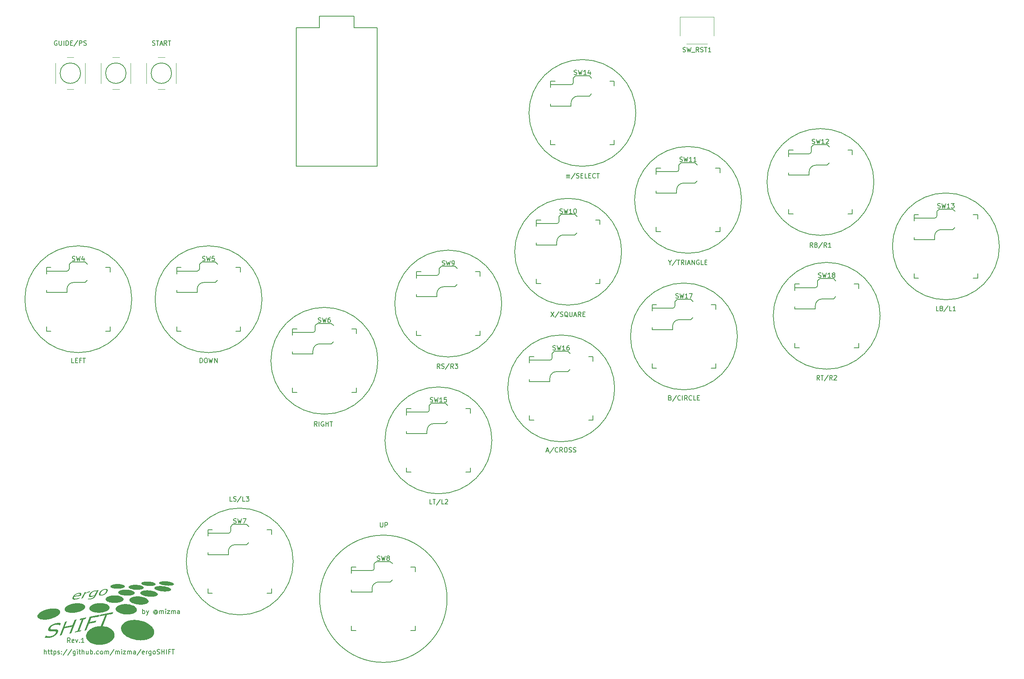
<source format=gto>
G04 #@! TF.GenerationSoftware,KiCad,Pcbnew,7.0.9*
G04 #@! TF.CreationDate,2023-12-17T00:29:00+09:00*
G04 #@! TF.ProjectId,ergoSHIFT-rev1-kicad,6572676f-5348-4494-9654-2d726576312d,rev.1*
G04 #@! TF.SameCoordinates,Original*
G04 #@! TF.FileFunction,Legend,Top*
G04 #@! TF.FilePolarity,Positive*
%FSLAX46Y46*%
G04 Gerber Fmt 4.6, Leading zero omitted, Abs format (unit mm)*
G04 Created by KiCad (PCBNEW 7.0.9) date 2023-12-17 00:29:00*
%MOMM*%
%LPD*%
G01*
G04 APERTURE LIST*
%ADD10C,0.200000*%
%ADD11C,0.000000*%
%ADD12C,0.150000*%
%ADD13C,0.100000*%
%ADD14C,0.120000*%
%ADD15R,1.600000X1.600000*%
%ADD16C,1.600000*%
%ADD17C,1.701800*%
%ADD18C,3.000000*%
%ADD19C,3.429000*%
%ADD20C,2.032000*%
%ADD21R,2.600000X2.600000*%
%ADD22C,1.524000*%
%ADD23C,1.800000*%
%ADD24C,2.000000*%
G04 APERTURE END LIST*
D10*
X118970000Y-170470000D02*
G75*
G03*
X118970000Y-170470000I-11750000J0D01*
G01*
D11*
G36*
X76802628Y-179618550D02*
G01*
X77017177Y-179634231D01*
X77223377Y-179659842D01*
X77420084Y-179694908D01*
X77606155Y-179738949D01*
X77780444Y-179791490D01*
X77941807Y-179852053D01*
X78089099Y-179920161D01*
X78221177Y-179995337D01*
X78336894Y-180077104D01*
X78435107Y-180164984D01*
X78477292Y-180211068D01*
X78514672Y-180258501D01*
X78547103Y-180307224D01*
X78574443Y-180357177D01*
X78596549Y-180408301D01*
X78613277Y-180460536D01*
X78624484Y-180513822D01*
X78630028Y-180568100D01*
X78629780Y-180622659D01*
X78623799Y-180676781D01*
X78612221Y-180730393D01*
X78595184Y-180783422D01*
X78572823Y-180835793D01*
X78545275Y-180887434D01*
X78512677Y-180938272D01*
X78475165Y-180988234D01*
X78432877Y-181037245D01*
X78385948Y-181085233D01*
X78334515Y-181132126D01*
X78278715Y-181177848D01*
X78218685Y-181222328D01*
X78154561Y-181265491D01*
X78086479Y-181307265D01*
X78014576Y-181347577D01*
X77938990Y-181386352D01*
X77859856Y-181423519D01*
X77777310Y-181459003D01*
X77691491Y-181492732D01*
X77602533Y-181524632D01*
X77510575Y-181554630D01*
X77415752Y-181582652D01*
X77318201Y-181608626D01*
X77218058Y-181632478D01*
X77115461Y-181654135D01*
X77010546Y-181673523D01*
X76903449Y-181690570D01*
X76794307Y-181705203D01*
X76683256Y-181717347D01*
X76570434Y-181726930D01*
X76455977Y-181733878D01*
X76228166Y-181739490D01*
X76006414Y-181734216D01*
X75791866Y-181718535D01*
X75585665Y-181692924D01*
X75388958Y-181657859D01*
X75202887Y-181613817D01*
X75028598Y-181561276D01*
X74867235Y-181500713D01*
X74719943Y-181432605D01*
X74587866Y-181357429D01*
X74472149Y-181275663D01*
X74373936Y-181187783D01*
X74331751Y-181141699D01*
X74294372Y-181094266D01*
X74261941Y-181045543D01*
X74234601Y-180995590D01*
X74212495Y-180944466D01*
X74195768Y-180892231D01*
X74184560Y-180838945D01*
X74179017Y-180784668D01*
X74179264Y-180730108D01*
X74185245Y-180675986D01*
X74196823Y-180622374D01*
X74213860Y-180569345D01*
X74236221Y-180516974D01*
X74263769Y-180465333D01*
X74296367Y-180414495D01*
X74333878Y-180364533D01*
X74376166Y-180315522D01*
X74423095Y-180267533D01*
X74474528Y-180220641D01*
X74530327Y-180174919D01*
X74590358Y-180130439D01*
X74654482Y-180087276D01*
X74722564Y-180045502D01*
X74794466Y-180005190D01*
X74870053Y-179966414D01*
X74949187Y-179929248D01*
X75031732Y-179893763D01*
X75117552Y-179860035D01*
X75206509Y-179828135D01*
X75298467Y-179798137D01*
X75393290Y-179770115D01*
X75490842Y-179744141D01*
X75590984Y-179720289D01*
X75693581Y-179698632D01*
X75798497Y-179679243D01*
X75905594Y-179662196D01*
X76014736Y-179647564D01*
X76125786Y-179635420D01*
X76238609Y-179625837D01*
X76353066Y-179618888D01*
X76580877Y-179613277D01*
X76802628Y-179618550D01*
G37*
D10*
X194290000Y-71750000D02*
G75*
G03*
X194290000Y-71750000I-11750000J0D01*
G01*
D11*
G36*
X90843262Y-174828318D02*
G01*
X91009040Y-174835699D01*
X91179211Y-174848147D01*
X91348851Y-174865391D01*
X91513069Y-174886845D01*
X91671055Y-174912204D01*
X91821999Y-174941159D01*
X91965094Y-174973406D01*
X92099528Y-175008638D01*
X92224493Y-175046548D01*
X92339179Y-175086830D01*
X92442777Y-175129177D01*
X92534477Y-175173284D01*
X92613471Y-175218843D01*
X92678947Y-175265549D01*
X92730098Y-175313095D01*
X92766114Y-175361175D01*
X92778193Y-175385319D01*
X92786185Y-175409481D01*
X92789988Y-175433624D01*
X92789502Y-175457709D01*
X92784690Y-175481416D01*
X92775659Y-175504437D01*
X92762515Y-175526753D01*
X92745366Y-175548343D01*
X92724320Y-175569187D01*
X92699484Y-175589266D01*
X92670966Y-175608559D01*
X92638874Y-175627046D01*
X92603316Y-175644708D01*
X92564398Y-175661523D01*
X92522229Y-175677473D01*
X92476917Y-175692536D01*
X92428568Y-175706693D01*
X92377291Y-175719925D01*
X92266382Y-175743529D01*
X92145051Y-175763188D01*
X92014159Y-175778741D01*
X91874568Y-175790028D01*
X91727139Y-175796889D01*
X91572732Y-175799163D01*
X91412209Y-175796690D01*
X91246432Y-175789309D01*
X91076260Y-175776860D01*
X90906620Y-175759617D01*
X90742402Y-175738162D01*
X90584416Y-175712804D01*
X90433471Y-175683849D01*
X90290377Y-175651602D01*
X90155942Y-175616370D01*
X90030977Y-175578460D01*
X89916291Y-175538178D01*
X89812693Y-175495830D01*
X89720992Y-175451724D01*
X89641999Y-175406164D01*
X89576522Y-175359458D01*
X89525371Y-175311912D01*
X89489356Y-175263833D01*
X89477277Y-175239689D01*
X89469286Y-175215526D01*
X89465483Y-175191384D01*
X89465970Y-175167299D01*
X89470781Y-175143592D01*
X89479812Y-175120571D01*
X89492956Y-175098255D01*
X89510104Y-175076665D01*
X89531150Y-175055820D01*
X89555986Y-175035742D01*
X89584503Y-175016448D01*
X89616595Y-174997961D01*
X89652154Y-174980300D01*
X89691071Y-174963484D01*
X89733240Y-174947535D01*
X89778553Y-174932471D01*
X89826902Y-174918314D01*
X89878179Y-174905083D01*
X89989088Y-174881479D01*
X90110419Y-174861820D01*
X90241311Y-174846267D01*
X90380902Y-174834979D01*
X90528332Y-174828119D01*
X90682739Y-174825844D01*
X90843262Y-174828318D01*
G37*
G36*
X79924990Y-177931089D02*
G01*
X80121119Y-177943661D01*
X80310421Y-177964104D01*
X80491903Y-177992001D01*
X80664572Y-178026936D01*
X80827436Y-178068491D01*
X80979501Y-178116249D01*
X81119775Y-178169794D01*
X81247264Y-178228708D01*
X81360977Y-178292575D01*
X81459919Y-178360976D01*
X81543098Y-178433497D01*
X81609521Y-178509718D01*
X81636139Y-178549086D01*
X81658196Y-178589224D01*
X81675567Y-178630078D01*
X81688128Y-178671597D01*
X81695756Y-178713728D01*
X81698327Y-178756420D01*
X81695756Y-178799112D01*
X81688128Y-178841243D01*
X81675567Y-178882762D01*
X81658196Y-178923616D01*
X81636139Y-178963753D01*
X81609521Y-179003122D01*
X81578466Y-179041669D01*
X81543098Y-179079343D01*
X81503541Y-179116092D01*
X81459919Y-179151863D01*
X81412356Y-179186605D01*
X81360977Y-179220265D01*
X81305905Y-179252791D01*
X81247264Y-179284132D01*
X81185180Y-179314234D01*
X81119775Y-179343046D01*
X81051174Y-179370515D01*
X80979501Y-179396591D01*
X80904881Y-179421219D01*
X80827436Y-179444349D01*
X80747292Y-179465928D01*
X80664572Y-179485904D01*
X80579401Y-179504225D01*
X80491903Y-179520839D01*
X80402202Y-179535694D01*
X80310421Y-179548737D01*
X80216685Y-179559916D01*
X80121119Y-179569180D01*
X80023846Y-179576475D01*
X79924990Y-179581751D01*
X79824676Y-179584955D01*
X79723027Y-179586034D01*
X79521064Y-179581751D01*
X79324935Y-179569180D01*
X79135633Y-179548737D01*
X78954150Y-179520839D01*
X78781481Y-179485904D01*
X78618617Y-179444349D01*
X78466552Y-179396591D01*
X78326278Y-179343046D01*
X78198789Y-179284132D01*
X78085077Y-179220265D01*
X77986135Y-179151863D01*
X77902956Y-179079343D01*
X77836532Y-179003122D01*
X77809915Y-178963753D01*
X77787858Y-178923616D01*
X77770487Y-178882762D01*
X77757925Y-178841243D01*
X77750297Y-178799112D01*
X77747727Y-178756420D01*
X77750297Y-178713728D01*
X77757925Y-178671597D01*
X77770487Y-178630078D01*
X77787858Y-178589224D01*
X77809915Y-178549086D01*
X77836532Y-178509718D01*
X77867587Y-178471171D01*
X77902956Y-178433497D01*
X77942513Y-178396748D01*
X77986135Y-178360976D01*
X78033697Y-178326235D01*
X78085077Y-178292575D01*
X78140149Y-178260049D01*
X78198789Y-178228708D01*
X78260874Y-178198606D01*
X78326278Y-178169794D01*
X78394879Y-178142325D01*
X78466552Y-178116249D01*
X78541173Y-178091621D01*
X78618617Y-178068491D01*
X78698761Y-178046912D01*
X78781481Y-178026936D01*
X78866652Y-178008615D01*
X78954150Y-177992001D01*
X79043852Y-177977147D01*
X79135633Y-177964104D01*
X79229368Y-177952924D01*
X79324935Y-177943661D01*
X79422208Y-177936365D01*
X79521064Y-177931089D01*
X79621378Y-177927886D01*
X79723027Y-177926806D01*
X79924990Y-177931089D01*
G37*
G36*
X67490587Y-183982469D02*
G01*
X67555319Y-183985325D01*
X67617580Y-183989502D01*
X67677370Y-183995000D01*
X67734690Y-184001819D01*
X67789539Y-184009959D01*
X67841918Y-184019421D01*
X67891825Y-184030203D01*
X67708294Y-184513129D01*
X67676524Y-184519374D01*
X67658916Y-184505833D01*
X67640198Y-184492883D01*
X67620369Y-184480525D01*
X67599429Y-184468758D01*
X67577379Y-184457582D01*
X67554218Y-184446998D01*
X67529947Y-184437004D01*
X67504565Y-184427602D01*
X67478073Y-184418791D01*
X67450470Y-184410571D01*
X67421757Y-184402942D01*
X67391933Y-184395905D01*
X67360999Y-184389459D01*
X67328954Y-184383604D01*
X67295798Y-184378340D01*
X67261532Y-184373667D01*
X67226883Y-184369376D01*
X67191816Y-184365883D01*
X67156331Y-184363189D01*
X67120427Y-184361292D01*
X67084106Y-184360194D01*
X67047366Y-184359894D01*
X67010207Y-184360392D01*
X66972631Y-184361689D01*
X66896223Y-184366677D01*
X66818143Y-184374859D01*
X66738390Y-184386233D01*
X66656964Y-184400801D01*
X66612209Y-184410088D01*
X66568148Y-184420223D01*
X66524782Y-184431206D01*
X66482112Y-184443037D01*
X66440135Y-184455717D01*
X66398854Y-184469244D01*
X66358267Y-184483620D01*
X66318376Y-184498844D01*
X66279179Y-184514916D01*
X66240677Y-184531836D01*
X66202869Y-184549604D01*
X66165757Y-184568221D01*
X66129339Y-184587685D01*
X66093616Y-184607998D01*
X66058588Y-184629159D01*
X66024254Y-184651168D01*
X65991287Y-184673684D01*
X65959788Y-184696478D01*
X65929759Y-184719551D01*
X65901199Y-184742902D01*
X65874107Y-184766532D01*
X65848485Y-184790439D01*
X65824332Y-184814625D01*
X65801648Y-184839089D01*
X65780434Y-184863832D01*
X65760688Y-184888852D01*
X65742411Y-184914151D01*
X65725604Y-184939728D01*
X65710266Y-184965584D01*
X65696397Y-184991717D01*
X65683997Y-185018129D01*
X65673066Y-185044819D01*
X65664496Y-185068405D01*
X65657022Y-185091178D01*
X65650645Y-185113139D01*
X65645363Y-185134288D01*
X65641178Y-185154625D01*
X65638089Y-185174150D01*
X65636096Y-185192862D01*
X65635199Y-185210763D01*
X65635398Y-185227851D01*
X65636693Y-185244127D01*
X65639084Y-185259591D01*
X65642571Y-185274243D01*
X65647155Y-185288083D01*
X65652834Y-185301110D01*
X65659610Y-185313325D01*
X65667482Y-185324729D01*
X65671873Y-185330145D01*
X65676625Y-185335397D01*
X65681740Y-185340485D01*
X65687216Y-185345408D01*
X65693054Y-185350167D01*
X65699254Y-185354762D01*
X65705816Y-185359192D01*
X65712740Y-185363458D01*
X65720026Y-185367560D01*
X65727673Y-185371497D01*
X65744053Y-185378879D01*
X65761881Y-185385603D01*
X65781156Y-185391670D01*
X65801878Y-185397080D01*
X65824048Y-185401832D01*
X65847666Y-185405927D01*
X65872730Y-185409364D01*
X65899242Y-185412144D01*
X65927202Y-185414266D01*
X65956609Y-185415731D01*
X65987463Y-185416539D01*
X66061956Y-185415984D01*
X66151179Y-185413967D01*
X66255131Y-185410488D01*
X66373813Y-185405547D01*
X66494704Y-185401007D01*
X66605285Y-185398733D01*
X66705555Y-185398724D01*
X66751825Y-185399569D01*
X66795516Y-185400981D01*
X66837426Y-185403584D01*
X66877607Y-185407199D01*
X66916058Y-185411825D01*
X66952779Y-185417462D01*
X66987771Y-185424110D01*
X67021033Y-185431770D01*
X67052566Y-185440441D01*
X67082369Y-185450123D01*
X67110442Y-185460816D01*
X67136786Y-185472521D01*
X67161401Y-185485237D01*
X67184286Y-185498964D01*
X67205441Y-185513702D01*
X67224867Y-185529452D01*
X67242563Y-185546212D01*
X67258530Y-185563984D01*
X67265841Y-185573303D01*
X67272670Y-185582980D01*
X67279019Y-185593018D01*
X67284886Y-185603414D01*
X67290273Y-185614170D01*
X67295178Y-185625285D01*
X67299602Y-185636759D01*
X67303545Y-185648593D01*
X67307007Y-185660786D01*
X67309988Y-185673338D01*
X67312488Y-185686250D01*
X67314507Y-185699521D01*
X67316045Y-185713152D01*
X67317101Y-185727142D01*
X67317771Y-185756199D01*
X67316517Y-185786695D01*
X67313339Y-185818627D01*
X67308236Y-185851997D01*
X67301209Y-185886804D01*
X67292257Y-185923049D01*
X67281381Y-185960731D01*
X67268581Y-185999851D01*
X67253857Y-186040408D01*
X67244971Y-186062905D01*
X67235370Y-186085515D01*
X67225054Y-186108235D01*
X67214023Y-186131066D01*
X67202277Y-186154008D01*
X67189817Y-186177060D01*
X67176643Y-186200223D01*
X67162753Y-186223496D01*
X67148150Y-186246880D01*
X67132831Y-186270374D01*
X67116798Y-186293979D01*
X67100050Y-186317694D01*
X67082587Y-186341521D01*
X67064410Y-186365457D01*
X67045518Y-186389505D01*
X67025912Y-186413663D01*
X67006019Y-186437668D01*
X66985700Y-186461369D01*
X66964955Y-186484765D01*
X66943785Y-186507858D01*
X66922189Y-186530646D01*
X66900167Y-186553130D01*
X66877720Y-186575310D01*
X66854847Y-186597185D01*
X66831548Y-186618756D01*
X66807823Y-186640023D01*
X66783673Y-186660986D01*
X66759097Y-186681644D01*
X66734095Y-186701999D01*
X66708668Y-186722049D01*
X66682815Y-186741795D01*
X66656536Y-186761237D01*
X66597986Y-186802461D01*
X66538208Y-186842256D01*
X66477201Y-186880621D01*
X66414966Y-186917557D01*
X66351503Y-186953063D01*
X66286811Y-186987139D01*
X66220890Y-187019786D01*
X66153741Y-187051003D01*
X66085426Y-187080541D01*
X66014874Y-187108369D01*
X65942083Y-187134489D01*
X65867054Y-187158900D01*
X65789788Y-187181602D01*
X65710284Y-187202596D01*
X65628542Y-187221881D01*
X65544562Y-187239457D01*
X65454724Y-187256214D01*
X65367891Y-187270591D01*
X65284062Y-187282588D01*
X65203239Y-187292204D01*
X65125420Y-187299439D01*
X65050606Y-187304293D01*
X64978796Y-187306766D01*
X64909992Y-187306859D01*
X64843434Y-187304750D01*
X64777232Y-187300841D01*
X64711386Y-187295131D01*
X64645897Y-187287620D01*
X64580764Y-187278308D01*
X64515987Y-187267195D01*
X64451567Y-187254282D01*
X64387503Y-187239567D01*
X64582016Y-186727748D01*
X64613786Y-186721505D01*
X64637067Y-186739048D01*
X64661231Y-186755775D01*
X64686279Y-186771688D01*
X64712212Y-186786785D01*
X64739028Y-186801068D01*
X64766728Y-186814535D01*
X64795313Y-186827187D01*
X64824781Y-186839023D01*
X64855134Y-186850045D01*
X64886370Y-186860251D01*
X64918490Y-186869642D01*
X64951495Y-186878218D01*
X64985383Y-186885978D01*
X65020155Y-186892923D01*
X65055811Y-186899053D01*
X65092351Y-186904368D01*
X65166303Y-186912663D01*
X65240228Y-186917920D01*
X65314126Y-186920139D01*
X65387998Y-186919319D01*
X65461843Y-186915460D01*
X65535662Y-186908564D01*
X65609454Y-186898628D01*
X65683220Y-186885655D01*
X65734899Y-186874986D01*
X65785546Y-186863489D01*
X65835163Y-186851166D01*
X65883749Y-186838016D01*
X65931303Y-186824039D01*
X65977827Y-186809235D01*
X66023320Y-186793604D01*
X66067782Y-186777147D01*
X66111213Y-186759862D01*
X66153613Y-186741751D01*
X66194981Y-186722813D01*
X66235319Y-186703048D01*
X66274626Y-186682456D01*
X66312902Y-186661037D01*
X66350148Y-186638792D01*
X66386362Y-186615719D01*
X66421572Y-186591987D01*
X66455238Y-186567871D01*
X66487359Y-186543373D01*
X66517937Y-186518492D01*
X66546970Y-186493228D01*
X66574459Y-186467581D01*
X66600403Y-186441551D01*
X66624804Y-186415139D01*
X66647660Y-186388343D01*
X66668972Y-186361165D01*
X66688740Y-186333604D01*
X66706964Y-186305660D01*
X66723643Y-186277333D01*
X66738778Y-186248623D01*
X66752369Y-186219530D01*
X66764416Y-186190055D01*
X66773529Y-186165019D01*
X66781454Y-186140994D01*
X66788191Y-186117977D01*
X66793742Y-186095969D01*
X66798104Y-186074971D01*
X66801280Y-186054981D01*
X66803268Y-186036001D01*
X66804069Y-186018030D01*
X66803683Y-186001068D01*
X66802109Y-185985115D01*
X66799348Y-185970172D01*
X66795399Y-185956238D01*
X66790263Y-185943312D01*
X66783940Y-185931396D01*
X66776429Y-185920489D01*
X66767731Y-185910592D01*
X66758207Y-185901400D01*
X66747650Y-185892725D01*
X66736060Y-185884566D01*
X66723437Y-185876924D01*
X66709781Y-185869798D01*
X66695093Y-185863188D01*
X66679371Y-185857094D01*
X66662617Y-185851517D01*
X66644829Y-185846456D01*
X66626009Y-185841911D01*
X66606156Y-185837883D01*
X66585270Y-185834370D01*
X66563351Y-185831374D01*
X66540399Y-185828895D01*
X66516415Y-185826931D01*
X66491397Y-185825484D01*
X66452223Y-185823843D01*
X66411955Y-185822835D01*
X66370593Y-185822458D01*
X66328138Y-185822715D01*
X66284589Y-185823603D01*
X66239947Y-185825124D01*
X66194211Y-185827278D01*
X66147382Y-185830063D01*
X66052548Y-185835451D01*
X65955280Y-185839645D01*
X65855578Y-185842646D01*
X65753442Y-185844454D01*
X65702480Y-185844003D01*
X65653687Y-185842245D01*
X65607064Y-185839180D01*
X65562611Y-185834808D01*
X65520327Y-185829130D01*
X65480214Y-185822145D01*
X65442271Y-185813854D01*
X65406497Y-185804256D01*
X65372893Y-185793351D01*
X65341459Y-185781140D01*
X65312195Y-185767622D01*
X65285101Y-185752798D01*
X65260177Y-185736667D01*
X65237422Y-185719229D01*
X65216838Y-185700485D01*
X65198423Y-185680434D01*
X65190206Y-185669760D01*
X65182504Y-185658758D01*
X65175316Y-185647428D01*
X65168643Y-185635769D01*
X65162484Y-185623781D01*
X65156840Y-185611465D01*
X65151710Y-185598819D01*
X65147095Y-185585846D01*
X65142994Y-185572544D01*
X65139408Y-185558913D01*
X65136337Y-185544953D01*
X65133780Y-185530665D01*
X65130209Y-185501103D01*
X65128696Y-185470227D01*
X65129242Y-185438036D01*
X65131845Y-185404530D01*
X65136507Y-185369710D01*
X65143226Y-185333576D01*
X65152004Y-185296127D01*
X65162840Y-185257363D01*
X65175733Y-185217285D01*
X65190685Y-185175892D01*
X65210210Y-185127924D01*
X65232121Y-185080502D01*
X65256415Y-185033626D01*
X65283095Y-184987296D01*
X65312158Y-184941511D01*
X65343607Y-184896273D01*
X65377439Y-184851581D01*
X65413657Y-184807434D01*
X65452259Y-184763834D01*
X65493245Y-184720779D01*
X65536616Y-184678271D01*
X65582371Y-184636308D01*
X65630511Y-184594892D01*
X65681036Y-184554021D01*
X65733945Y-184513696D01*
X65789238Y-184473918D01*
X65846208Y-184434973D01*
X65903949Y-184397667D01*
X65962462Y-184362000D01*
X66021747Y-184327971D01*
X66081803Y-184295582D01*
X66142631Y-184264831D01*
X66204231Y-184235718D01*
X66266602Y-184208244D01*
X66329745Y-184182409D01*
X66393660Y-184158213D01*
X66458346Y-184135655D01*
X66523804Y-184114737D01*
X66590033Y-184095456D01*
X66657035Y-184077815D01*
X66724808Y-184061812D01*
X66793353Y-184047448D01*
X66881134Y-184031094D01*
X66966336Y-184017037D01*
X67048959Y-184005278D01*
X67129002Y-183995815D01*
X67206466Y-183988649D01*
X67281352Y-183983781D01*
X67353657Y-183981209D01*
X67423384Y-183980935D01*
X67490587Y-183982469D01*
G37*
D10*
X72250000Y-63000000D02*
G75*
G03*
X72250000Y-63000000I-2250000J0D01*
G01*
X247970000Y-116390000D02*
G75*
G03*
X247970000Y-116390000I-11750000J0D01*
G01*
D11*
G36*
X77087128Y-184694946D02*
G01*
X77390368Y-184725948D01*
X77682409Y-184776177D01*
X77961609Y-184844705D01*
X78226331Y-184930604D01*
X78474932Y-185032945D01*
X78705773Y-185150800D01*
X78917215Y-185283241D01*
X79107617Y-185429341D01*
X79275339Y-185588171D01*
X79350182Y-185672069D01*
X79418741Y-185758803D01*
X79480809Y-185848254D01*
X79536183Y-185940308D01*
X79584656Y-186034848D01*
X79626025Y-186131759D01*
X79660083Y-186230924D01*
X79686627Y-186332227D01*
X79705451Y-186435553D01*
X79716349Y-186540785D01*
X79719102Y-186646547D01*
X79713750Y-186751446D01*
X79700483Y-186855339D01*
X79679488Y-186958085D01*
X79650954Y-187059544D01*
X79615068Y-187159572D01*
X79572021Y-187258029D01*
X79521999Y-187354772D01*
X79465191Y-187449661D01*
X79401786Y-187542553D01*
X79331972Y-187633308D01*
X79255936Y-187721783D01*
X79173868Y-187807836D01*
X79085956Y-187891327D01*
X78992389Y-187972114D01*
X78893353Y-188050054D01*
X78789039Y-188125007D01*
X78679633Y-188196831D01*
X78565325Y-188265384D01*
X78446303Y-188330525D01*
X78322755Y-188392111D01*
X78194870Y-188450002D01*
X78062835Y-188504056D01*
X77926840Y-188554131D01*
X77787072Y-188600085D01*
X77643719Y-188641777D01*
X77496972Y-188679066D01*
X77347016Y-188711810D01*
X77194041Y-188739866D01*
X77038236Y-188763094D01*
X76879788Y-188781353D01*
X76718886Y-188794499D01*
X76398167Y-188804735D01*
X76085367Y-188793888D01*
X75782127Y-188762885D01*
X75490086Y-188712656D01*
X75210885Y-188644128D01*
X74946164Y-188558230D01*
X74697563Y-188455889D01*
X74466722Y-188338033D01*
X74255280Y-188205591D01*
X74064878Y-188059492D01*
X73897156Y-187900662D01*
X73822313Y-187816763D01*
X73753754Y-187730030D01*
X73691686Y-187640579D01*
X73636312Y-187548525D01*
X73587839Y-187453985D01*
X73546470Y-187357074D01*
X73512412Y-187257909D01*
X73485869Y-187156606D01*
X73467045Y-187053280D01*
X73456147Y-186948048D01*
X73453394Y-186842286D01*
X73458745Y-186737388D01*
X73472013Y-186633494D01*
X73493008Y-186530748D01*
X73521542Y-186429289D01*
X73557427Y-186329261D01*
X73600474Y-186230804D01*
X73650496Y-186134061D01*
X73707304Y-186039172D01*
X73770709Y-185946279D01*
X73840523Y-185855525D01*
X73916559Y-185767050D01*
X73998626Y-185680996D01*
X74086538Y-185597506D01*
X74180106Y-185516719D01*
X74279142Y-185438779D01*
X74383456Y-185363826D01*
X74492862Y-185292002D01*
X74607170Y-185223449D01*
X74726192Y-185158308D01*
X74849740Y-185096722D01*
X74977625Y-185038831D01*
X75109660Y-184984778D01*
X75245655Y-184934703D01*
X75385423Y-184888748D01*
X75528775Y-184847056D01*
X75675523Y-184809767D01*
X75825478Y-184777024D01*
X75978453Y-184748967D01*
X76134258Y-184725739D01*
X76292706Y-184707481D01*
X76453608Y-184694335D01*
X76774328Y-184684099D01*
X77087128Y-184694946D01*
G37*
G36*
X79269677Y-181983502D02*
G01*
X78062401Y-182220732D01*
X77032588Y-184930489D01*
X76583266Y-185018782D01*
X77613080Y-182309026D01*
X76405804Y-182546257D01*
X76543847Y-182183029D01*
X79407719Y-181620275D01*
X79269677Y-181983502D01*
G37*
G36*
X87036786Y-174878874D02*
G01*
X87199847Y-174887328D01*
X87362572Y-174900758D01*
X87520269Y-174918685D01*
X87672153Y-174940814D01*
X87817439Y-174966848D01*
X87955342Y-174996493D01*
X88085079Y-175029452D01*
X88205864Y-175065428D01*
X88316913Y-175104126D01*
X88417441Y-175145250D01*
X88506664Y-175188504D01*
X88583798Y-175233592D01*
X88648057Y-175280218D01*
X88698657Y-175328086D01*
X88734814Y-175376900D01*
X88747231Y-175401569D01*
X88755743Y-175426363D01*
X88760251Y-175451247D01*
X88760659Y-175476181D01*
X88756920Y-175500837D01*
X88749124Y-175524894D01*
X88737373Y-175548327D01*
X88721768Y-175571114D01*
X88702412Y-175593231D01*
X88679408Y-175614654D01*
X88652856Y-175635360D01*
X88622860Y-175655325D01*
X88589521Y-175674525D01*
X88552942Y-175692938D01*
X88513225Y-175710539D01*
X88470472Y-175727306D01*
X88424785Y-175743213D01*
X88376265Y-175758239D01*
X88325017Y-175772358D01*
X88271140Y-175785549D01*
X88155913Y-175809048D01*
X88031402Y-175828548D01*
X87898423Y-175843860D01*
X87757793Y-175854795D01*
X87610330Y-175861166D01*
X87456851Y-175862784D01*
X87298173Y-175859460D01*
X87135113Y-175851006D01*
X86972387Y-175837577D01*
X86814690Y-175819650D01*
X86662806Y-175797521D01*
X86517520Y-175771486D01*
X86379616Y-175741842D01*
X86249880Y-175708883D01*
X86129095Y-175672907D01*
X86018047Y-175634208D01*
X85917519Y-175593084D01*
X85828296Y-175549830D01*
X85751163Y-175504742D01*
X85686904Y-175458116D01*
X85636304Y-175410248D01*
X85600148Y-175361434D01*
X85587731Y-175336765D01*
X85579219Y-175311971D01*
X85574711Y-175287087D01*
X85574303Y-175262153D01*
X85578042Y-175237497D01*
X85585838Y-175213440D01*
X85597589Y-175190007D01*
X85613193Y-175167220D01*
X85632549Y-175145103D01*
X85655553Y-175123680D01*
X85682105Y-175102974D01*
X85712101Y-175083009D01*
X85745439Y-175063809D01*
X85782018Y-175045396D01*
X85821735Y-175027795D01*
X85864488Y-175011029D01*
X85910175Y-174995121D01*
X85958694Y-174980096D01*
X86009943Y-174965976D01*
X86063819Y-174952785D01*
X86179046Y-174929286D01*
X86303558Y-174909786D01*
X86436537Y-174894474D01*
X86577166Y-174883539D01*
X86724629Y-174877168D01*
X86878108Y-174875550D01*
X87036786Y-174878874D01*
G37*
D10*
X217500000Y-90880000D02*
G75*
G03*
X217500000Y-90880000I-11750000J0D01*
G01*
X246600000Y-86940000D02*
G75*
G03*
X246600000Y-86940000I-11750000J0D01*
G01*
X274170000Y-101110000D02*
G75*
G03*
X274170000Y-101110000I-11750000J0D01*
G01*
X92250000Y-63000000D02*
G75*
G03*
X92250000Y-63000000I-2250000J0D01*
G01*
X162640000Y-143810000D02*
G75*
G03*
X162640000Y-143810000I-11750000J0D01*
G01*
D11*
G36*
X84494637Y-175604736D02*
G01*
X84664810Y-175615530D01*
X84829833Y-175631531D01*
X84988883Y-175652427D01*
X85141132Y-175677905D01*
X85285756Y-175707652D01*
X85421929Y-175741355D01*
X85548824Y-175778701D01*
X85665617Y-175819377D01*
X85771482Y-175863071D01*
X85865592Y-175909470D01*
X85947123Y-175958261D01*
X86015249Y-176009131D01*
X86069145Y-176061767D01*
X86090498Y-176088649D01*
X86107983Y-176115856D01*
X86121498Y-176143348D01*
X86130940Y-176171086D01*
X86136204Y-176199030D01*
X86137188Y-176227143D01*
X86133839Y-176255052D01*
X86126240Y-176282394D01*
X86114497Y-176309138D01*
X86098719Y-176335257D01*
X86079009Y-176360720D01*
X86055474Y-176385498D01*
X86028221Y-176409562D01*
X85997356Y-176432882D01*
X85962984Y-176455430D01*
X85925211Y-176477176D01*
X85884144Y-176498091D01*
X85839890Y-176518145D01*
X85792553Y-176537309D01*
X85742240Y-176555554D01*
X85689057Y-176572850D01*
X85633111Y-176589169D01*
X85574507Y-176604480D01*
X85513351Y-176618756D01*
X85383809Y-176644080D01*
X85245334Y-176664907D01*
X85098774Y-176681003D01*
X84944979Y-176692133D01*
X84784797Y-176698063D01*
X84619076Y-176698559D01*
X84448666Y-176693386D01*
X84278493Y-176682592D01*
X84113469Y-176666591D01*
X83954419Y-176645695D01*
X83802170Y-176620217D01*
X83657546Y-176590470D01*
X83521374Y-176556767D01*
X83394478Y-176519421D01*
X83277685Y-176478745D01*
X83171821Y-176435051D01*
X83077710Y-176388652D01*
X82996179Y-176339861D01*
X82928053Y-176288991D01*
X82874157Y-176236355D01*
X82852804Y-176209473D01*
X82835319Y-176182266D01*
X82821803Y-176154775D01*
X82812362Y-176127037D01*
X82807097Y-176099092D01*
X82806113Y-176070980D01*
X82809463Y-176043070D01*
X82817062Y-176015729D01*
X82828804Y-175988984D01*
X82844583Y-175962866D01*
X82864293Y-175937403D01*
X82887828Y-175912625D01*
X82915081Y-175888561D01*
X82945946Y-175865240D01*
X82980319Y-175842692D01*
X83018091Y-175820946D01*
X83059158Y-175800032D01*
X83103412Y-175779978D01*
X83150749Y-175760814D01*
X83201062Y-175742569D01*
X83254245Y-175725272D01*
X83310191Y-175708954D01*
X83368796Y-175693642D01*
X83429951Y-175679367D01*
X83559493Y-175654043D01*
X83697968Y-175633215D01*
X83844528Y-175617120D01*
X83998324Y-175605989D01*
X84158506Y-175600059D01*
X84324227Y-175599563D01*
X84494637Y-175604736D01*
G37*
G36*
X72104475Y-177354347D02*
G01*
X72139894Y-177356742D01*
X72173264Y-177360641D01*
X72204587Y-177366042D01*
X72233863Y-177372945D01*
X72261090Y-177381352D01*
X72286270Y-177391262D01*
X72309402Y-177402674D01*
X72330487Y-177415590D01*
X72349524Y-177430008D01*
X72366513Y-177445929D01*
X72374328Y-177454416D01*
X72381593Y-177463237D01*
X72388308Y-177472392D01*
X72394473Y-177481881D01*
X72400087Y-177491704D01*
X72405151Y-177501862D01*
X72409665Y-177512353D01*
X72413629Y-177523178D01*
X72417043Y-177534338D01*
X72419906Y-177545831D01*
X72422219Y-177557659D01*
X72423982Y-177569820D01*
X72425194Y-177582316D01*
X72425857Y-177595146D01*
X72425969Y-177608310D01*
X72425531Y-177621807D01*
X72424543Y-177635639D01*
X72423004Y-177649805D01*
X72420915Y-177664305D01*
X72418276Y-177679140D01*
X72411348Y-177709810D01*
X72402218Y-177741817D01*
X72390887Y-177775160D01*
X72377356Y-177809839D01*
X72361623Y-177845854D01*
X72343689Y-177883206D01*
X72279774Y-178010878D01*
X70860189Y-178225684D01*
X70852394Y-178241640D01*
X70845143Y-178257280D01*
X70838438Y-178272602D01*
X70832278Y-178287606D01*
X70826663Y-178302293D01*
X70821592Y-178316662D01*
X70817067Y-178330714D01*
X70813087Y-178344449D01*
X70809652Y-178357866D01*
X70806763Y-178370965D01*
X70804418Y-178383747D01*
X70802618Y-178396212D01*
X70801363Y-178408359D01*
X70800654Y-178420189D01*
X70800489Y-178431702D01*
X70800869Y-178442896D01*
X70801821Y-178453621D01*
X70803215Y-178464034D01*
X70805051Y-178474136D01*
X70807329Y-178483927D01*
X70810050Y-178493408D01*
X70813212Y-178502577D01*
X70816817Y-178511436D01*
X70820864Y-178519984D01*
X70825353Y-178528220D01*
X70830284Y-178536146D01*
X70835657Y-178543761D01*
X70841473Y-178551065D01*
X70847730Y-178558058D01*
X70854430Y-178564740D01*
X70861572Y-178571111D01*
X70869156Y-178577171D01*
X70876795Y-178582848D01*
X70884807Y-178588252D01*
X70893193Y-178593382D01*
X70901952Y-178598238D01*
X70911085Y-178602822D01*
X70920591Y-178607131D01*
X70930471Y-178611168D01*
X70940724Y-178614930D01*
X70951351Y-178618420D01*
X70962352Y-178621636D01*
X70973726Y-178624578D01*
X70985473Y-178627247D01*
X70997595Y-178629643D01*
X71010089Y-178631765D01*
X71022958Y-178633614D01*
X71036200Y-178635190D01*
X71064101Y-178637475D01*
X71093226Y-178638707D01*
X71123576Y-178638887D01*
X71155150Y-178638013D01*
X71187949Y-178636087D01*
X71221972Y-178633108D01*
X71257220Y-178629076D01*
X71293692Y-178623992D01*
X71343319Y-178615669D01*
X71393881Y-178605578D01*
X71445378Y-178593718D01*
X71497811Y-178580091D01*
X71551178Y-178564694D01*
X71605481Y-178547530D01*
X71660719Y-178528597D01*
X71716893Y-178507896D01*
X71772296Y-178486245D01*
X71824048Y-178465219D01*
X71872149Y-178444817D01*
X71916600Y-178425040D01*
X71957399Y-178405888D01*
X71994548Y-178387360D01*
X72028047Y-178369457D01*
X72057894Y-178352179D01*
X72075142Y-178349569D01*
X71946682Y-178606165D01*
X71852297Y-178642644D01*
X71758066Y-178677221D01*
X71663991Y-178709893D01*
X71570073Y-178740662D01*
X71523146Y-178755084D01*
X71476210Y-178768531D01*
X71429263Y-178781003D01*
X71382306Y-178792501D01*
X71335339Y-178803024D01*
X71288361Y-178812573D01*
X71241374Y-178821147D01*
X71194376Y-178828746D01*
X71135625Y-178836958D01*
X71079253Y-178843455D01*
X71025259Y-178848236D01*
X70973644Y-178851301D01*
X70924407Y-178852651D01*
X70877548Y-178852285D01*
X70833067Y-178850203D01*
X70790965Y-178846406D01*
X70751241Y-178840894D01*
X70713896Y-178833665D01*
X70678929Y-178824722D01*
X70646340Y-178814062D01*
X70616129Y-178801687D01*
X70588297Y-178787597D01*
X70562843Y-178771791D01*
X70539768Y-178754269D01*
X70529204Y-178744807D01*
X70519319Y-178734958D01*
X70510115Y-178724721D01*
X70501590Y-178714096D01*
X70493745Y-178703084D01*
X70486580Y-178691685D01*
X70480094Y-178679898D01*
X70474288Y-178667723D01*
X70469162Y-178655161D01*
X70464716Y-178642211D01*
X70460950Y-178628874D01*
X70457863Y-178615149D01*
X70455456Y-178601036D01*
X70453729Y-178586537D01*
X70452682Y-178571649D01*
X70452314Y-178556374D01*
X70452626Y-178540711D01*
X70453618Y-178524661D01*
X70455290Y-178508223D01*
X70457641Y-178491398D01*
X70460672Y-178474185D01*
X70464383Y-178456585D01*
X70468774Y-178438597D01*
X70473845Y-178420222D01*
X70479595Y-178401459D01*
X70486025Y-178382308D01*
X70500924Y-178342844D01*
X70518542Y-178301830D01*
X70538880Y-178259266D01*
X70561069Y-178216796D01*
X70584713Y-178175127D01*
X70609812Y-178134260D01*
X70636365Y-178094194D01*
X70664373Y-178054929D01*
X70671641Y-178045440D01*
X70950423Y-178045440D01*
X72054354Y-177878398D01*
X72065076Y-177855676D01*
X72074486Y-177833758D01*
X72082584Y-177812645D01*
X72089371Y-177792335D01*
X72094845Y-177772830D01*
X72099008Y-177754128D01*
X72101859Y-177736231D01*
X72103398Y-177719138D01*
X72103625Y-177702848D01*
X72102540Y-177687363D01*
X72100144Y-177672682D01*
X72096436Y-177658805D01*
X72091416Y-177645732D01*
X72085084Y-177633463D01*
X72077441Y-177621997D01*
X72068486Y-177611336D01*
X72063609Y-177606309D01*
X72058374Y-177601519D01*
X72052780Y-177596967D01*
X72046827Y-177592652D01*
X72040516Y-177588574D01*
X72033847Y-177584733D01*
X72026819Y-177581129D01*
X72019432Y-177577763D01*
X72011687Y-177574634D01*
X72003583Y-177571742D01*
X71995121Y-177569088D01*
X71986300Y-177566671D01*
X71967583Y-177562548D01*
X71947431Y-177559375D01*
X71925845Y-177557150D01*
X71902825Y-177555875D01*
X71878371Y-177555549D01*
X71852483Y-177556172D01*
X71825161Y-177557744D01*
X71796404Y-177560265D01*
X71766214Y-177563736D01*
X71734589Y-177568155D01*
X71702225Y-177573454D01*
X71670247Y-177579500D01*
X71638656Y-177586291D01*
X71607451Y-177593828D01*
X71576632Y-177602111D01*
X71546199Y-177611140D01*
X71516153Y-177620915D01*
X71486493Y-177631436D01*
X71457220Y-177642703D01*
X71428333Y-177654716D01*
X71399832Y-177667474D01*
X71371717Y-177680979D01*
X71343989Y-177695230D01*
X71316647Y-177710226D01*
X71289691Y-177725969D01*
X71263121Y-177742457D01*
X71237374Y-177759417D01*
X71212454Y-177776641D01*
X71188361Y-177794129D01*
X71165095Y-177811880D01*
X71142657Y-177829894D01*
X71121045Y-177848172D01*
X71100261Y-177866713D01*
X71080304Y-177885518D01*
X71061174Y-177904586D01*
X71042871Y-177923918D01*
X71025395Y-177943513D01*
X71008747Y-177963372D01*
X70992925Y-177983494D01*
X70977931Y-178003879D01*
X70963763Y-178024528D01*
X70950423Y-178045440D01*
X70671641Y-178045440D01*
X70693836Y-178016465D01*
X70724753Y-177978803D01*
X70757125Y-177941941D01*
X70790952Y-177905881D01*
X70826233Y-177870622D01*
X70862969Y-177836164D01*
X70901160Y-177802508D01*
X70940806Y-177769652D01*
X70981906Y-177737598D01*
X71024462Y-177706345D01*
X71068471Y-177675892D01*
X71113663Y-177646500D01*
X71159333Y-177618490D01*
X71205482Y-177591863D01*
X71252109Y-177566618D01*
X71299215Y-177542756D01*
X71346800Y-177520277D01*
X71394863Y-177499181D01*
X71443404Y-177479467D01*
X71492425Y-177461136D01*
X71541923Y-177444188D01*
X71591901Y-177428623D01*
X71642356Y-177414440D01*
X71693291Y-177401640D01*
X71744704Y-177390223D01*
X71796595Y-177380188D01*
X71848965Y-177371536D01*
X71896669Y-177364914D01*
X71942326Y-177359795D01*
X71985935Y-177356179D01*
X72027496Y-177354065D01*
X72067009Y-177353455D01*
X72104475Y-177354347D01*
G37*
G36*
X74207348Y-177287692D02*
G01*
X74190100Y-177290302D01*
X74173551Y-177290023D01*
X74156991Y-177289962D01*
X74140422Y-177290119D01*
X74123843Y-177290495D01*
X74107255Y-177291090D01*
X74090656Y-177291902D01*
X74074048Y-177292933D01*
X74057431Y-177294181D01*
X74040944Y-177295321D01*
X74023551Y-177296778D01*
X74005250Y-177298553D01*
X73986043Y-177300646D01*
X73965930Y-177303057D01*
X73944910Y-177305786D01*
X73900151Y-177312197D01*
X73862415Y-177318612D01*
X73824238Y-177326504D01*
X73785621Y-177335872D01*
X73746563Y-177346717D01*
X73707065Y-177359038D01*
X73667127Y-177372836D01*
X73626749Y-177388110D01*
X73585930Y-177404861D01*
X73544984Y-177422463D01*
X73503912Y-177440915D01*
X73462713Y-177460218D01*
X73421386Y-177480372D01*
X73379934Y-177501376D01*
X73338354Y-177523231D01*
X73296647Y-177545937D01*
X73254813Y-177569494D01*
X72757899Y-178562080D01*
X72433619Y-178611148D01*
X73133559Y-177213017D01*
X73457839Y-177163949D01*
X73354447Y-177370476D01*
X73415596Y-177336152D01*
X73474251Y-177304121D01*
X73530414Y-177274383D01*
X73584084Y-177246938D01*
X73635260Y-177221787D01*
X73683944Y-177198929D01*
X73730134Y-177178365D01*
X73773831Y-177160094D01*
X73816577Y-177143322D01*
X73858742Y-177128012D01*
X73900324Y-177114164D01*
X73941324Y-177101778D01*
X73981741Y-177090854D01*
X74021576Y-177081392D01*
X74060829Y-177073392D01*
X74099499Y-177066854D01*
X74138731Y-177061134D01*
X74171906Y-177056765D01*
X74199024Y-177053746D01*
X74210312Y-177052743D01*
X74220086Y-177052077D01*
X74240609Y-177050490D01*
X74265484Y-177048967D01*
X74294711Y-177047509D01*
X74328290Y-177046115D01*
X74207348Y-177287692D01*
G37*
D10*
X191150000Y-102290000D02*
G75*
G03*
X191150000Y-102290000I-11750000J0D01*
G01*
D11*
G36*
X71703985Y-179633077D02*
G01*
X71908454Y-179643877D01*
X72103171Y-179664492D01*
X72286912Y-179694599D01*
X72458454Y-179733874D01*
X72616577Y-179781992D01*
X72760056Y-179838630D01*
X72887670Y-179903464D01*
X72998196Y-179976169D01*
X73090411Y-180056421D01*
X73129271Y-180099276D01*
X73163094Y-180143897D01*
X73191729Y-180190242D01*
X73215022Y-180238272D01*
X73232821Y-180287946D01*
X73244973Y-180339223D01*
X73251262Y-180391438D01*
X73251662Y-180443899D01*
X73246303Y-180496519D01*
X73235315Y-180549211D01*
X73218828Y-180601891D01*
X73196974Y-180654471D01*
X73169882Y-180706868D01*
X73137682Y-180758993D01*
X73100505Y-180810763D01*
X73058481Y-180862090D01*
X73011740Y-180912890D01*
X72960413Y-180963075D01*
X72904630Y-181012561D01*
X72844520Y-181061261D01*
X72780216Y-181109090D01*
X72711846Y-181155961D01*
X72639541Y-181201789D01*
X72563432Y-181246489D01*
X72483648Y-181289973D01*
X72400320Y-181332157D01*
X72313578Y-181372954D01*
X72223553Y-181412279D01*
X72130374Y-181450045D01*
X72034173Y-181486168D01*
X71935079Y-181520560D01*
X71833222Y-181553136D01*
X71728734Y-181583811D01*
X71621743Y-181612498D01*
X71512381Y-181639112D01*
X71400778Y-181663567D01*
X71287065Y-181685776D01*
X71171370Y-181705655D01*
X70940112Y-181737360D01*
X70713717Y-181757952D01*
X70493408Y-181767757D01*
X70280408Y-181767097D01*
X70075938Y-181756298D01*
X69881222Y-181735683D01*
X69697481Y-181705576D01*
X69525939Y-181666301D01*
X69367816Y-181618183D01*
X69224337Y-181561544D01*
X69096723Y-181496711D01*
X68986197Y-181424006D01*
X68893982Y-181343753D01*
X68855122Y-181300898D01*
X68821299Y-181256277D01*
X68792664Y-181209932D01*
X68769371Y-181161902D01*
X68751572Y-181112229D01*
X68739420Y-181060952D01*
X68733131Y-181008736D01*
X68732732Y-180956275D01*
X68738091Y-180903656D01*
X68749079Y-180850963D01*
X68765565Y-180798284D01*
X68787420Y-180745703D01*
X68814512Y-180693307D01*
X68846712Y-180641181D01*
X68883889Y-180589412D01*
X68925913Y-180538084D01*
X68972654Y-180487285D01*
X69023981Y-180437100D01*
X69079765Y-180387614D01*
X69139874Y-180338914D01*
X69204178Y-180291085D01*
X69272548Y-180244214D01*
X69344853Y-180198385D01*
X69420962Y-180153686D01*
X69500746Y-180110202D01*
X69584074Y-180068018D01*
X69670816Y-180027221D01*
X69760841Y-179987896D01*
X69854019Y-179950130D01*
X69950221Y-179914007D01*
X70049315Y-179879615D01*
X70151171Y-179847038D01*
X70255659Y-179816363D01*
X70362650Y-179787676D01*
X70472011Y-179761062D01*
X70583614Y-179736608D01*
X70697328Y-179714398D01*
X70813022Y-179694520D01*
X71044280Y-179662815D01*
X71270675Y-179642222D01*
X71490984Y-179632418D01*
X71703985Y-179633077D01*
G37*
D10*
X83500000Y-112750000D02*
G75*
G03*
X83500000Y-112750000I-11750000J0D01*
G01*
D11*
G36*
X84842214Y-178149325D02*
G01*
X84948674Y-178152917D01*
X85056503Y-178158866D01*
X85165564Y-178167218D01*
X85381652Y-178190703D01*
X85590711Y-178222529D01*
X85791716Y-178262155D01*
X85983641Y-178309041D01*
X86165461Y-178362648D01*
X86336150Y-178422436D01*
X86494684Y-178487864D01*
X86640038Y-178558392D01*
X86771185Y-178633481D01*
X86887100Y-178712591D01*
X86986759Y-178795181D01*
X87069135Y-178880712D01*
X87133205Y-178968644D01*
X87158054Y-179013342D01*
X87177941Y-179058437D01*
X87192739Y-179103862D01*
X87202320Y-179149550D01*
X87206554Y-179195433D01*
X87205315Y-179241444D01*
X87198565Y-179286974D01*
X87186447Y-179331430D01*
X87169097Y-179374768D01*
X87146653Y-179416943D01*
X87119255Y-179457912D01*
X87087039Y-179497629D01*
X87050143Y-179536051D01*
X87008706Y-179573134D01*
X86962865Y-179608832D01*
X86912758Y-179643102D01*
X86858524Y-179675900D01*
X86800299Y-179707181D01*
X86738223Y-179736901D01*
X86672432Y-179765016D01*
X86603065Y-179791481D01*
X86530260Y-179816252D01*
X86454155Y-179839285D01*
X86374887Y-179860536D01*
X86292595Y-179879960D01*
X86207416Y-179897514D01*
X86119488Y-179913152D01*
X86028950Y-179926830D01*
X85935939Y-179938505D01*
X85840592Y-179948131D01*
X85743049Y-179955666D01*
X85643447Y-179961063D01*
X85541923Y-179964280D01*
X85438617Y-179965272D01*
X85333665Y-179963994D01*
X85227205Y-179960403D01*
X85119376Y-179954453D01*
X85010315Y-179946102D01*
X84794227Y-179922617D01*
X84585168Y-179890791D01*
X84384163Y-179851165D01*
X84192238Y-179804278D01*
X84010418Y-179750671D01*
X83839728Y-179690884D01*
X83681194Y-179625456D01*
X83535841Y-179554927D01*
X83404695Y-179479838D01*
X83288779Y-179400728D01*
X83189121Y-179318138D01*
X83106745Y-179232607D01*
X83042676Y-179144675D01*
X83017827Y-179099977D01*
X82997940Y-179054882D01*
X82983142Y-179009457D01*
X82973561Y-178963769D01*
X82969327Y-178917885D01*
X82970566Y-178871874D01*
X82977316Y-178826344D01*
X82989434Y-178781888D01*
X83006784Y-178738551D01*
X83029227Y-178696375D01*
X83056626Y-178655407D01*
X83088842Y-178615690D01*
X83125737Y-178577268D01*
X83167174Y-178540185D01*
X83213015Y-178504487D01*
X83263122Y-178470217D01*
X83317356Y-178437419D01*
X83375580Y-178406138D01*
X83437657Y-178376418D01*
X83503447Y-178348303D01*
X83572814Y-178321838D01*
X83645619Y-178297067D01*
X83721724Y-178274034D01*
X83800992Y-178252783D01*
X83883284Y-178233359D01*
X83968463Y-178215806D01*
X84056390Y-178200168D01*
X84146929Y-178186489D01*
X84239940Y-178174815D01*
X84335286Y-178165188D01*
X84432830Y-178157654D01*
X84532432Y-178152256D01*
X84633955Y-178149039D01*
X84737262Y-178148048D01*
X84842214Y-178149325D01*
G37*
G36*
X73374665Y-183096045D02*
G01*
X72932148Y-183182999D01*
X72002724Y-185628590D01*
X72445244Y-185541636D01*
X72326027Y-185855332D01*
X70991669Y-186117533D01*
X71110885Y-185803837D01*
X71553402Y-185716883D01*
X72482827Y-183271292D01*
X72040307Y-183358246D01*
X72159523Y-183044551D01*
X73493882Y-182782349D01*
X73374665Y-183096045D01*
G37*
G36*
X84289973Y-183331549D02*
G01*
X84470062Y-183340165D01*
X84652284Y-183354445D01*
X84836384Y-183374482D01*
X85022107Y-183400368D01*
X85209200Y-183432194D01*
X85577665Y-183512033D01*
X85931212Y-183611294D01*
X86268231Y-183728562D01*
X86587111Y-183862421D01*
X86886243Y-184011456D01*
X87164017Y-184174252D01*
X87418821Y-184349394D01*
X87649046Y-184535467D01*
X87853081Y-184731054D01*
X88029316Y-184934742D01*
X88106505Y-185039181D01*
X88176141Y-185145115D01*
X88238021Y-185252366D01*
X88291945Y-185360757D01*
X88337711Y-185470112D01*
X88375118Y-185580254D01*
X88403965Y-185691005D01*
X88424051Y-185802189D01*
X88435173Y-185913630D01*
X88437132Y-186025149D01*
X88429725Y-186136571D01*
X88412751Y-186247717D01*
X88386343Y-186357114D01*
X88350939Y-186463340D01*
X88306792Y-186566304D01*
X88254155Y-186665913D01*
X88193285Y-186762076D01*
X88124434Y-186854699D01*
X88047857Y-186943690D01*
X87963809Y-187028956D01*
X87872543Y-187110407D01*
X87774314Y-187187948D01*
X87669376Y-187261488D01*
X87557983Y-187330934D01*
X87440390Y-187396194D01*
X87316850Y-187457176D01*
X87187619Y-187513787D01*
X87052950Y-187565935D01*
X86913097Y-187613527D01*
X86768316Y-187656471D01*
X86618859Y-187694675D01*
X86464982Y-187728046D01*
X86306939Y-187756492D01*
X86144983Y-187779920D01*
X85979369Y-187798239D01*
X85810352Y-187811355D01*
X85638185Y-187819177D01*
X85463123Y-187821612D01*
X85285421Y-187818568D01*
X85105331Y-187809952D01*
X84923109Y-187795672D01*
X84739010Y-187775635D01*
X84553286Y-187749750D01*
X84366192Y-187717923D01*
X83997728Y-187638084D01*
X83644182Y-187538823D01*
X83307163Y-187421555D01*
X82988283Y-187287696D01*
X82689151Y-187138661D01*
X82411378Y-186975865D01*
X82156574Y-186800723D01*
X81926349Y-186614651D01*
X81722314Y-186419063D01*
X81546079Y-186215375D01*
X81468890Y-186110936D01*
X81399255Y-186005002D01*
X81337374Y-185897751D01*
X81283450Y-185789360D01*
X81237684Y-185680005D01*
X81200277Y-185569863D01*
X81171430Y-185459112D01*
X81151344Y-185347928D01*
X81140222Y-185236487D01*
X81138263Y-185124968D01*
X81145670Y-185013546D01*
X81162644Y-184902400D01*
X81189051Y-184793003D01*
X81224456Y-184686777D01*
X81268603Y-184583813D01*
X81321239Y-184484203D01*
X81382110Y-184388041D01*
X81450961Y-184295418D01*
X81527537Y-184206427D01*
X81611586Y-184121160D01*
X81702852Y-184039710D01*
X81801081Y-183962169D01*
X81906019Y-183888629D01*
X82017412Y-183819183D01*
X82135005Y-183753922D01*
X82258544Y-183692941D01*
X82387776Y-183636330D01*
X82522444Y-183584182D01*
X82662297Y-183536590D01*
X82807078Y-183493646D01*
X82956535Y-183455442D01*
X83110412Y-183422071D01*
X83268455Y-183393625D01*
X83430411Y-183370197D01*
X83596025Y-183351878D01*
X83765042Y-183338762D01*
X83937209Y-183330940D01*
X84112270Y-183328505D01*
X84289973Y-183331549D01*
G37*
D10*
X137570000Y-126290000D02*
G75*
G03*
X137570000Y-126290000I-11750000J0D01*
G01*
D11*
G36*
X77842888Y-176482518D02*
G01*
X77882235Y-176484468D01*
X77919523Y-176488167D01*
X77954752Y-176493614D01*
X77987923Y-176500809D01*
X78019035Y-176509753D01*
X78048089Y-176520446D01*
X78075084Y-176532887D01*
X78100021Y-176547077D01*
X78122899Y-176563015D01*
X78143719Y-176580701D01*
X78162480Y-176600136D01*
X78171078Y-176610389D01*
X78179065Y-176620995D01*
X78186438Y-176631953D01*
X78193200Y-176643263D01*
X78199349Y-176654926D01*
X78204885Y-176666942D01*
X78209810Y-176679310D01*
X78214121Y-176692030D01*
X78217821Y-176705103D01*
X78220908Y-176718528D01*
X78223382Y-176732306D01*
X78225245Y-176746437D01*
X78226494Y-176760920D01*
X78227132Y-176775755D01*
X78227157Y-176790943D01*
X78226570Y-176806484D01*
X78225370Y-176822377D01*
X78223558Y-176838622D01*
X78218096Y-176872171D01*
X78210185Y-176907130D01*
X78199825Y-176943498D01*
X78187015Y-176981277D01*
X78171755Y-177020466D01*
X78154046Y-177061065D01*
X78133887Y-177103074D01*
X78111841Y-177145368D01*
X78088472Y-177186823D01*
X78063780Y-177227439D01*
X78037764Y-177267216D01*
X78010424Y-177306153D01*
X77981761Y-177344252D01*
X77951774Y-177381512D01*
X77920464Y-177417932D01*
X77887829Y-177453514D01*
X77853872Y-177488256D01*
X77818590Y-177522159D01*
X77781985Y-177555223D01*
X77744057Y-177587448D01*
X77704804Y-177618834D01*
X77664228Y-177649381D01*
X77622328Y-177679089D01*
X77579513Y-177707702D01*
X77536192Y-177734963D01*
X77492363Y-177760873D01*
X77448028Y-177785432D01*
X77403187Y-177808639D01*
X77357838Y-177830495D01*
X77311983Y-177851000D01*
X77265621Y-177870153D01*
X77218753Y-177887955D01*
X77171378Y-177904405D01*
X77123496Y-177919505D01*
X77075107Y-177933253D01*
X77026212Y-177945650D01*
X76976810Y-177956695D01*
X76926902Y-177966389D01*
X76876486Y-177974732D01*
X76826427Y-177981593D01*
X76778448Y-177986711D01*
X76732550Y-177990086D01*
X76688732Y-177991718D01*
X76646995Y-177991608D01*
X76607339Y-177989754D01*
X76569763Y-177986158D01*
X76534267Y-177980819D01*
X76500853Y-177973737D01*
X76469519Y-177964912D01*
X76440266Y-177954345D01*
X76413093Y-177942034D01*
X76388001Y-177927981D01*
X76364990Y-177912185D01*
X76344059Y-177894646D01*
X76325209Y-177875364D01*
X76316717Y-177865095D01*
X76308833Y-177854474D01*
X76301558Y-177843501D01*
X76294893Y-177832176D01*
X76288836Y-177820500D01*
X76283389Y-177808471D01*
X76278551Y-177796090D01*
X76274321Y-177783357D01*
X76270701Y-177770272D01*
X76267689Y-177756835D01*
X76265287Y-177743046D01*
X76263494Y-177728906D01*
X76262310Y-177714413D01*
X76261734Y-177699568D01*
X76261768Y-177684371D01*
X76262411Y-177668822D01*
X76263663Y-177652921D01*
X76265524Y-177636669D01*
X76271072Y-177603107D01*
X76273597Y-177592052D01*
X76607659Y-177592052D01*
X76608429Y-177612718D01*
X76610838Y-177632223D01*
X76614888Y-177650568D01*
X76620577Y-177667751D01*
X76627907Y-177683773D01*
X76636876Y-177698635D01*
X76641988Y-177705548D01*
X76647459Y-177712163D01*
X76653288Y-177718480D01*
X76659474Y-177724499D01*
X76666018Y-177730219D01*
X76672921Y-177735641D01*
X76680181Y-177740766D01*
X76687799Y-177745591D01*
X76695775Y-177750119D01*
X76704109Y-177754349D01*
X76712800Y-177758280D01*
X76721850Y-177761913D01*
X76731258Y-177765248D01*
X76741023Y-177768285D01*
X76751146Y-177771024D01*
X76761627Y-177773464D01*
X76772467Y-177775607D01*
X76783663Y-177777451D01*
X76795218Y-177778997D01*
X76807131Y-177780245D01*
X76832030Y-177781846D01*
X76858361Y-177782254D01*
X76886123Y-177781469D01*
X76915317Y-177779492D01*
X76945942Y-177776322D01*
X76977999Y-177771960D01*
X77010165Y-177766609D01*
X77041978Y-177760345D01*
X77073440Y-177753166D01*
X77104549Y-177745074D01*
X77135306Y-177736068D01*
X77165711Y-177726149D01*
X77195764Y-177715315D01*
X77225465Y-177703568D01*
X77254814Y-177690907D01*
X77283810Y-177677332D01*
X77312455Y-177662843D01*
X77340747Y-177647441D01*
X77368688Y-177631125D01*
X77396276Y-177613895D01*
X77423512Y-177595751D01*
X77450396Y-177576693D01*
X77477073Y-177556569D01*
X77503100Y-177535603D01*
X77528478Y-177513795D01*
X77553206Y-177491146D01*
X77577284Y-177467655D01*
X77600712Y-177443323D01*
X77623491Y-177418149D01*
X77645619Y-177392133D01*
X77667098Y-177365275D01*
X77687928Y-177337576D01*
X77708107Y-177309036D01*
X77727637Y-177279654D01*
X77746517Y-177249430D01*
X77764747Y-177218364D01*
X77782327Y-177186457D01*
X77799258Y-177153708D01*
X77815408Y-177120391D01*
X77829865Y-177088342D01*
X77842628Y-177057561D01*
X77853697Y-177028049D01*
X77863072Y-176999806D01*
X77870754Y-176972831D01*
X77876742Y-176947124D01*
X77881036Y-176922686D01*
X77883637Y-176899517D01*
X77884544Y-176877616D01*
X77883757Y-176856984D01*
X77881276Y-176837620D01*
X77877102Y-176819525D01*
X77871234Y-176802698D01*
X77863672Y-176787140D01*
X77854416Y-176772851D01*
X77849228Y-176766091D01*
X77843688Y-176759625D01*
X77837796Y-176753451D01*
X77831551Y-176747570D01*
X77824955Y-176741982D01*
X77818006Y-176736687D01*
X77810705Y-176731684D01*
X77803053Y-176726974D01*
X77795048Y-176722557D01*
X77786691Y-176718433D01*
X77777982Y-176714601D01*
X77768921Y-176711062D01*
X77759508Y-176707816D01*
X77749743Y-176704863D01*
X77739626Y-176702203D01*
X77729156Y-176699835D01*
X77718335Y-176697760D01*
X77707161Y-176695978D01*
X77683758Y-176693292D01*
X77658947Y-176691777D01*
X77632727Y-176691433D01*
X77605099Y-176692261D01*
X77576062Y-176694259D01*
X77545617Y-176697429D01*
X77513764Y-176701769D01*
X77480974Y-176707210D01*
X77448581Y-176713549D01*
X77416586Y-176720785D01*
X77384989Y-176728920D01*
X77353788Y-176737952D01*
X77322985Y-176747882D01*
X77292580Y-176758710D01*
X77262572Y-176770436D01*
X77232962Y-176783060D01*
X77203748Y-176796582D01*
X77174933Y-176811001D01*
X77146515Y-176826319D01*
X77118494Y-176842534D01*
X77090870Y-176859647D01*
X77063645Y-176877658D01*
X77036816Y-176896567D01*
X77010772Y-176916198D01*
X76985312Y-176936753D01*
X76960436Y-176958231D01*
X76936143Y-176980634D01*
X76912434Y-177003961D01*
X76889308Y-177028211D01*
X76866766Y-177053386D01*
X76844808Y-177079485D01*
X76823434Y-177106507D01*
X76802643Y-177134453D01*
X76782435Y-177163324D01*
X76762812Y-177193118D01*
X76743772Y-177223836D01*
X76725315Y-177255478D01*
X76707443Y-177288044D01*
X76690154Y-177321534D01*
X76674524Y-177353810D01*
X76660535Y-177384926D01*
X76648186Y-177414880D01*
X76637477Y-177443673D01*
X76628407Y-177471306D01*
X76620978Y-177497777D01*
X76615188Y-177523087D01*
X76611038Y-177547236D01*
X76608529Y-177570225D01*
X76607659Y-177592052D01*
X76273597Y-177592052D01*
X76279057Y-177568137D01*
X76289478Y-177531760D01*
X76302335Y-177493974D01*
X76317628Y-177454780D01*
X76335357Y-177414179D01*
X76355523Y-177372169D01*
X76377561Y-177329876D01*
X76400910Y-177288424D01*
X76425569Y-177247813D01*
X76451538Y-177208043D01*
X76478818Y-177169114D01*
X76507407Y-177131027D01*
X76537307Y-177093780D01*
X76568516Y-177057375D01*
X76601036Y-177021811D01*
X76634866Y-176987087D01*
X76670007Y-176953205D01*
X76706457Y-176920164D01*
X76744218Y-176887965D01*
X76783288Y-176856606D01*
X76823669Y-176826088D01*
X76865361Y-176796412D01*
X76908265Y-176767646D01*
X76951697Y-176740237D01*
X76995659Y-176714185D01*
X77040149Y-176689490D01*
X77085168Y-176666152D01*
X77130716Y-176644171D01*
X77176793Y-176623547D01*
X77223398Y-176604280D01*
X77270532Y-176586370D01*
X77318195Y-176569817D01*
X77366387Y-176554621D01*
X77415107Y-176540783D01*
X77464356Y-176528301D01*
X77514134Y-176517176D01*
X77564441Y-176507408D01*
X77615277Y-176498997D01*
X77664916Y-176492204D01*
X77712497Y-176487160D01*
X77758019Y-176483864D01*
X77801483Y-176482317D01*
X77842888Y-176482518D01*
G37*
D10*
X164800000Y-113700000D02*
G75*
G03*
X164800000Y-113700000I-11750000J0D01*
G01*
D11*
G36*
X66510000Y-180810000D02*
G01*
X66714309Y-180828974D01*
X66905027Y-180858978D01*
X67080795Y-180899749D01*
X67240255Y-180951026D01*
X67382048Y-181012545D01*
X67504814Y-181084044D01*
X67607195Y-181165261D01*
X67650316Y-181209431D01*
X67687832Y-181255933D01*
X67719571Y-181304732D01*
X67745365Y-181355797D01*
X67765043Y-181409095D01*
X67778436Y-181464593D01*
X67785306Y-181521575D01*
X67785624Y-181579281D01*
X67779535Y-181637606D01*
X67767186Y-181696445D01*
X67748721Y-181755693D01*
X67724284Y-181815247D01*
X67694022Y-181875001D01*
X67658079Y-181934851D01*
X67616601Y-181994692D01*
X67569732Y-182054421D01*
X67517618Y-182113931D01*
X67460404Y-182173120D01*
X67398235Y-182231882D01*
X67331257Y-182290113D01*
X67259613Y-182347708D01*
X67183450Y-182404563D01*
X67102912Y-182460573D01*
X67018145Y-182515634D01*
X66929294Y-182569641D01*
X66836504Y-182622489D01*
X66739920Y-182674075D01*
X66639687Y-182724293D01*
X66535950Y-182773039D01*
X66428855Y-182820209D01*
X66318546Y-182865697D01*
X66205169Y-182909400D01*
X66088869Y-182951213D01*
X65969791Y-182991032D01*
X65848080Y-183028751D01*
X65723882Y-183064266D01*
X65597340Y-183097473D01*
X65468602Y-183128268D01*
X65211289Y-183180984D01*
X64959413Y-183221096D01*
X64714332Y-183248866D01*
X64477406Y-183264556D01*
X64249994Y-183268429D01*
X64033454Y-183260748D01*
X63829146Y-183241773D01*
X63638428Y-183211769D01*
X63462659Y-183170998D01*
X63303199Y-183119722D01*
X63161407Y-183058203D01*
X63038641Y-182986704D01*
X62936260Y-182905487D01*
X62893138Y-182861316D01*
X62855623Y-182814815D01*
X62823883Y-182766015D01*
X62798090Y-182714950D01*
X62778411Y-182661652D01*
X62765018Y-182606155D01*
X62758149Y-182549172D01*
X62757831Y-182491466D01*
X62763919Y-182433141D01*
X62776269Y-182374302D01*
X62794734Y-182315054D01*
X62819171Y-182255500D01*
X62849433Y-182195746D01*
X62885376Y-182135896D01*
X62926854Y-182076055D01*
X62973723Y-182016326D01*
X63025837Y-181956816D01*
X63083051Y-181897627D01*
X63145220Y-181838865D01*
X63212198Y-181780634D01*
X63283842Y-181723039D01*
X63360005Y-181666184D01*
X63440543Y-181610174D01*
X63525310Y-181555113D01*
X63614161Y-181501106D01*
X63706951Y-181448258D01*
X63803535Y-181396672D01*
X63903768Y-181346454D01*
X64007505Y-181297708D01*
X64114600Y-181250538D01*
X64224908Y-181205050D01*
X64338285Y-181161347D01*
X64454585Y-181119534D01*
X64573663Y-181079716D01*
X64695374Y-181041997D01*
X64819573Y-181006481D01*
X64946114Y-180973274D01*
X65074852Y-180942480D01*
X65332165Y-180889763D01*
X65584042Y-180849651D01*
X65829122Y-180821881D01*
X66066048Y-180806191D01*
X66293461Y-180802318D01*
X66510000Y-180810000D01*
G37*
G36*
X75583504Y-177987597D02*
G01*
X75560759Y-178031425D01*
X75537016Y-178074040D01*
X75512273Y-178115441D01*
X75486530Y-178155628D01*
X75459789Y-178194602D01*
X75432049Y-178232362D01*
X75403309Y-178268909D01*
X75373570Y-178304242D01*
X75342833Y-178338361D01*
X75311095Y-178371267D01*
X75278359Y-178402960D01*
X75244624Y-178433439D01*
X75209889Y-178462704D01*
X75174155Y-178490756D01*
X75137422Y-178517594D01*
X75099690Y-178543219D01*
X75060847Y-178567729D01*
X75020782Y-178591221D01*
X74979496Y-178613697D01*
X74936987Y-178635155D01*
X74893256Y-178655596D01*
X74848303Y-178675019D01*
X74802129Y-178693426D01*
X74754732Y-178710815D01*
X74706113Y-178727188D01*
X74656273Y-178742543D01*
X74605210Y-178756881D01*
X74552925Y-178770201D01*
X74499418Y-178782505D01*
X74444690Y-178793792D01*
X74388739Y-178804061D01*
X74331566Y-178813313D01*
X74293423Y-178818850D01*
X74255749Y-178823845D01*
X74218546Y-178828300D01*
X74181813Y-178832213D01*
X74145549Y-178835586D01*
X74109757Y-178838417D01*
X74074434Y-178840707D01*
X74039582Y-178842456D01*
X74005400Y-178843959D01*
X73971542Y-178845016D01*
X73938007Y-178845625D01*
X73904796Y-178845788D01*
X73871907Y-178845505D01*
X73839341Y-178844775D01*
X73807099Y-178843598D01*
X73775179Y-178841975D01*
X73895491Y-178601651D01*
X73912739Y-178599041D01*
X73931133Y-178601608D01*
X73952280Y-178604048D01*
X73976182Y-178606360D01*
X74002838Y-178608545D01*
X74032247Y-178610602D01*
X74064411Y-178612532D01*
X74099329Y-178614334D01*
X74137002Y-178616009D01*
X74176159Y-178617405D01*
X74215845Y-178617745D01*
X74256060Y-178617028D01*
X74296803Y-178615255D01*
X74338075Y-178612427D01*
X74379876Y-178608542D01*
X74422204Y-178603601D01*
X74465062Y-178597603D01*
X74505795Y-178591024D01*
X74545200Y-178583814D01*
X74583276Y-178575974D01*
X74620024Y-178567503D01*
X74655443Y-178558402D01*
X74689534Y-178548670D01*
X74722297Y-178538308D01*
X74753731Y-178527316D01*
X74783923Y-178515770D01*
X74812958Y-178503748D01*
X74840837Y-178491251D01*
X74867558Y-178478278D01*
X74893122Y-178464829D01*
X74917530Y-178450905D01*
X74940781Y-178436505D01*
X74962874Y-178421630D01*
X74983694Y-178406911D01*
X75003749Y-178391729D01*
X75013490Y-178383965D01*
X75023039Y-178376085D01*
X75032398Y-178368089D01*
X75041565Y-178359977D01*
X75050541Y-178351750D01*
X75059326Y-178343407D01*
X75067920Y-178334949D01*
X75076323Y-178326375D01*
X75084534Y-178317685D01*
X75092554Y-178308879D01*
X75100383Y-178299958D01*
X75108021Y-178290921D01*
X75122830Y-178272538D01*
X75137084Y-178253769D01*
X75150783Y-178234615D01*
X75163929Y-178215074D01*
X75176520Y-178195147D01*
X75188558Y-178174834D01*
X75200041Y-178154134D01*
X75210970Y-178133049D01*
X75274886Y-178005376D01*
X75228101Y-178031508D01*
X75182359Y-178056253D01*
X75137660Y-178079611D01*
X75094005Y-178101581D01*
X75051392Y-178122165D01*
X75009822Y-178141361D01*
X74969296Y-178159171D01*
X74929812Y-178175593D01*
X74890603Y-178190474D01*
X74849722Y-178204414D01*
X74807170Y-178217415D01*
X74762945Y-178229475D01*
X74717048Y-178240595D01*
X74669480Y-178250775D01*
X74620240Y-178260016D01*
X74569329Y-178268316D01*
X74527112Y-178274053D01*
X74486705Y-178278215D01*
X74448107Y-178280802D01*
X74411320Y-178281813D01*
X74376343Y-178281249D01*
X74343176Y-178279110D01*
X74311818Y-178275395D01*
X74282271Y-178270105D01*
X74254533Y-178263240D01*
X74228606Y-178254799D01*
X74204488Y-178244783D01*
X74182180Y-178233191D01*
X74161682Y-178220024D01*
X74142994Y-178205282D01*
X74126116Y-178188964D01*
X74111048Y-178171072D01*
X74104383Y-178161463D01*
X74098256Y-178151506D01*
X74092668Y-178141201D01*
X74087619Y-178130548D01*
X74083108Y-178119547D01*
X74079136Y-178108197D01*
X74075702Y-178096500D01*
X74072807Y-178084454D01*
X74070451Y-178072060D01*
X74068633Y-178059318D01*
X74067353Y-178046228D01*
X74066613Y-178032790D01*
X74066411Y-178019004D01*
X74066747Y-178004869D01*
X74069036Y-177975556D01*
X74073479Y-177944850D01*
X74080077Y-177912752D01*
X74084230Y-177896858D01*
X74420820Y-177896858D01*
X74421445Y-177914491D01*
X74423406Y-177931100D01*
X74426701Y-177946685D01*
X74431331Y-177961245D01*
X74437296Y-177974781D01*
X74440818Y-177981152D01*
X74444752Y-177987241D01*
X74449098Y-177993049D01*
X74453855Y-177998576D01*
X74459025Y-178003821D01*
X74464606Y-178008784D01*
X74470599Y-178013467D01*
X74477004Y-178017867D01*
X74483820Y-178021986D01*
X74491049Y-178025824D01*
X74498689Y-178029380D01*
X74506741Y-178032655D01*
X74515205Y-178035648D01*
X74524081Y-178038359D01*
X74533369Y-178040790D01*
X74543068Y-178042938D01*
X74553179Y-178044805D01*
X74563702Y-178046391D01*
X74574637Y-178047695D01*
X74585984Y-178048718D01*
X74597742Y-178049459D01*
X74609913Y-178049919D01*
X74622495Y-178050097D01*
X74635489Y-178049994D01*
X74662712Y-178048943D01*
X74691582Y-178046766D01*
X74722100Y-178043463D01*
X74754265Y-178039034D01*
X74789930Y-178033077D01*
X74826201Y-178025908D01*
X74863079Y-178017526D01*
X74900564Y-178007931D01*
X74938656Y-177997124D01*
X74977354Y-177985104D01*
X75016660Y-177971872D01*
X75056572Y-177957427D01*
X75097205Y-177941644D01*
X75137494Y-177925154D01*
X75177439Y-177907957D01*
X75217042Y-177890052D01*
X75256301Y-177871440D01*
X75295217Y-177852121D01*
X75333790Y-177832095D01*
X75372019Y-177811362D01*
X75372017Y-177811362D01*
X75753632Y-177049086D01*
X75726691Y-177043691D01*
X75699897Y-177038997D01*
X75673250Y-177035003D01*
X75646751Y-177031710D01*
X75620399Y-177029118D01*
X75594195Y-177027226D01*
X75568137Y-177026036D01*
X75542227Y-177025546D01*
X75516832Y-177025321D01*
X75491143Y-177025683D01*
X75465160Y-177026632D01*
X75438883Y-177028168D01*
X75412313Y-177030291D01*
X75385449Y-177033000D01*
X75358291Y-177036296D01*
X75330840Y-177040179D01*
X75297610Y-177045677D01*
X75264761Y-177052057D01*
X75232292Y-177059320D01*
X75200203Y-177067466D01*
X75168495Y-177076494D01*
X75137166Y-177086404D01*
X75106218Y-177097197D01*
X75075651Y-177108872D01*
X75045463Y-177121429D01*
X75015656Y-177134869D01*
X74986229Y-177149191D01*
X74957182Y-177164396D01*
X74928516Y-177180483D01*
X74900229Y-177197453D01*
X74872323Y-177215305D01*
X74844798Y-177234039D01*
X74817832Y-177253583D01*
X74791605Y-177273865D01*
X74766118Y-177294885D01*
X74741369Y-177316643D01*
X74717360Y-177339138D01*
X74694090Y-177362371D01*
X74671559Y-177386342D01*
X74649767Y-177411050D01*
X74628714Y-177436497D01*
X74608400Y-177462681D01*
X74588826Y-177489602D01*
X74569991Y-177517262D01*
X74551894Y-177545659D01*
X74534538Y-177574794D01*
X74517920Y-177604667D01*
X74502041Y-177635277D01*
X74487983Y-177664180D01*
X74475260Y-177692057D01*
X74463871Y-177718911D01*
X74453818Y-177744739D01*
X74445099Y-177769544D01*
X74437715Y-177793324D01*
X74431666Y-177816079D01*
X74426952Y-177837811D01*
X74423573Y-177858517D01*
X74421529Y-177878200D01*
X74420820Y-177896858D01*
X74084230Y-177896858D01*
X74088829Y-177879261D01*
X74099735Y-177844378D01*
X74112795Y-177808103D01*
X74128010Y-177770435D01*
X74145379Y-177731374D01*
X74164902Y-177690921D01*
X74188147Y-177646480D01*
X74212764Y-177603277D01*
X74225588Y-177582140D01*
X74238754Y-177561312D01*
X74252264Y-177540794D01*
X74266117Y-177520586D01*
X74280313Y-177500687D01*
X74294853Y-177481098D01*
X74309735Y-177461818D01*
X74324961Y-177442848D01*
X74340530Y-177424188D01*
X74356442Y-177405837D01*
X74372697Y-177387796D01*
X74389296Y-177370064D01*
X74423922Y-177334981D01*
X74459544Y-177300796D01*
X74496162Y-177267509D01*
X74533774Y-177235119D01*
X74572383Y-177203627D01*
X74611986Y-177173032D01*
X74652586Y-177143336D01*
X74694180Y-177114537D01*
X74733773Y-177088590D01*
X74774249Y-177063666D01*
X74815608Y-177039766D01*
X74857849Y-177016889D01*
X74900973Y-176995035D01*
X74944980Y-176974205D01*
X74989868Y-176954398D01*
X75035639Y-176935614D01*
X75081591Y-176917815D01*
X75126705Y-176901589D01*
X75170982Y-176886936D01*
X75214422Y-176873856D01*
X75257024Y-176862348D01*
X75298790Y-176852413D01*
X75339718Y-176844051D01*
X75379809Y-176837262D01*
X75420580Y-176831454D01*
X75459234Y-176826690D01*
X75495771Y-176822968D01*
X75530192Y-176820291D01*
X75562497Y-176818656D01*
X75592685Y-176818065D01*
X75620756Y-176818518D01*
X75646710Y-176820014D01*
X75672177Y-176822034D01*
X75697610Y-176824820D01*
X75723009Y-176828369D01*
X75748375Y-176832683D01*
X75773707Y-176837761D01*
X75799005Y-176843604D01*
X75824269Y-176850211D01*
X75849499Y-176857583D01*
X75900265Y-176794371D01*
X76203846Y-176748435D01*
X75583504Y-177987597D01*
G37*
D10*
X216600000Y-120930000D02*
G75*
G03*
X216600000Y-120930000I-11750000J0D01*
G01*
D11*
G36*
X70226910Y-186267809D02*
G01*
X69777588Y-186356101D01*
X70349358Y-184851599D01*
X68663256Y-185182921D01*
X68091486Y-186687422D01*
X67642163Y-186775714D01*
X68810018Y-183702732D01*
X69259342Y-183614440D01*
X68801297Y-184819695D01*
X70487399Y-184488375D01*
X70945444Y-183283119D01*
X71394764Y-183194827D01*
X70226910Y-186267809D01*
G37*
G36*
X80548299Y-175432713D02*
G01*
X80705202Y-175440496D01*
X80856644Y-175453151D01*
X81001829Y-175470421D01*
X81139965Y-175492047D01*
X81270256Y-175517772D01*
X81391908Y-175547337D01*
X81504127Y-175580483D01*
X81606119Y-175616954D01*
X81697089Y-175656491D01*
X81776242Y-175698834D01*
X81842786Y-175743728D01*
X81895924Y-175790913D01*
X81934864Y-175840130D01*
X81948761Y-175865421D01*
X81958810Y-175891123D01*
X81964913Y-175917204D01*
X81966969Y-175943633D01*
X81964913Y-175970061D01*
X81958810Y-175996142D01*
X81948761Y-176021844D01*
X81934864Y-176047135D01*
X81917219Y-176071982D01*
X81895924Y-176096353D01*
X81871080Y-176120215D01*
X81842786Y-176143538D01*
X81811140Y-176166287D01*
X81776242Y-176188431D01*
X81738192Y-176209938D01*
X81697089Y-176230775D01*
X81653031Y-176250910D01*
X81606119Y-176270311D01*
X81556451Y-176288946D01*
X81504127Y-176306782D01*
X81449246Y-176323787D01*
X81391908Y-176339929D01*
X81332211Y-176355175D01*
X81270256Y-176369494D01*
X81139965Y-176395218D01*
X81001829Y-176416845D01*
X80856644Y-176434114D01*
X80705202Y-176446770D01*
X80548299Y-176454552D01*
X80386729Y-176457203D01*
X80225159Y-176454552D01*
X80068255Y-176446770D01*
X79916814Y-176434114D01*
X79771628Y-176416845D01*
X79633493Y-176395218D01*
X79503202Y-176369494D01*
X79381550Y-176339929D01*
X79269331Y-176306782D01*
X79167339Y-176270311D01*
X79076369Y-176230775D01*
X78997215Y-176188431D01*
X78930672Y-176143538D01*
X78877533Y-176096353D01*
X78838593Y-176047135D01*
X78824696Y-176021844D01*
X78814647Y-175996142D01*
X78808545Y-175970061D01*
X78806489Y-175943633D01*
X78808545Y-175917204D01*
X78814647Y-175891123D01*
X78824696Y-175865421D01*
X78838593Y-175840130D01*
X78856239Y-175815283D01*
X78877533Y-175790913D01*
X78902377Y-175767050D01*
X78930672Y-175743728D01*
X78962318Y-175720979D01*
X78997215Y-175698834D01*
X79035265Y-175677328D01*
X79076369Y-175656491D01*
X79120427Y-175636355D01*
X79167339Y-175616954D01*
X79217007Y-175598319D01*
X79269331Y-175580483D01*
X79324211Y-175563478D01*
X79381550Y-175547337D01*
X79441246Y-175532090D01*
X79503202Y-175517772D01*
X79633493Y-175492047D01*
X79771628Y-175470421D01*
X79916814Y-175453151D01*
X80068255Y-175440496D01*
X80225159Y-175432713D01*
X80386729Y-175430062D01*
X80548299Y-175432713D01*
G37*
G36*
X90003910Y-175872637D02*
G01*
X90187328Y-175883100D01*
X90375496Y-175899831D01*
X90562967Y-175922453D01*
X90744335Y-175950205D01*
X90918713Y-175982705D01*
X91085211Y-176019569D01*
X91242939Y-176060414D01*
X91391009Y-176104855D01*
X91528530Y-176152510D01*
X91654614Y-176202995D01*
X91768371Y-176255926D01*
X91868911Y-176310921D01*
X91955347Y-176367595D01*
X92026787Y-176425565D01*
X92082342Y-176484448D01*
X92103886Y-176514112D01*
X92121124Y-176543861D01*
X92133947Y-176573645D01*
X92142244Y-176603418D01*
X92145901Y-176633132D01*
X92144810Y-176662738D01*
X92138938Y-176691844D01*
X92128409Y-176720071D01*
X92113341Y-176747397D01*
X92093855Y-176773797D01*
X92070070Y-176799247D01*
X92042105Y-176823725D01*
X92010082Y-176847205D01*
X91974118Y-176869665D01*
X91934334Y-176891080D01*
X91890850Y-176911428D01*
X91843785Y-176930683D01*
X91793259Y-176948823D01*
X91739392Y-176965823D01*
X91682302Y-176981660D01*
X91622111Y-176996311D01*
X91558937Y-177009750D01*
X91424120Y-177032903D01*
X91278809Y-177050928D01*
X91123963Y-177063635D01*
X90960537Y-177070834D01*
X90789489Y-177072336D01*
X90611777Y-177067950D01*
X90428358Y-177057487D01*
X90240189Y-177040756D01*
X90052720Y-177018134D01*
X89871351Y-176990382D01*
X89696974Y-176957882D01*
X89530477Y-176921018D01*
X89372749Y-176880174D01*
X89224679Y-176835732D01*
X89087158Y-176788077D01*
X88961075Y-176737592D01*
X88847318Y-176684661D01*
X88746778Y-176629666D01*
X88660343Y-176572992D01*
X88588903Y-176515022D01*
X88533347Y-176456139D01*
X88511804Y-176426475D01*
X88494565Y-176396727D01*
X88481742Y-176366942D01*
X88473446Y-176337169D01*
X88469788Y-176307455D01*
X88470879Y-176277849D01*
X88476751Y-176248743D01*
X88487280Y-176220516D01*
X88502348Y-176193190D01*
X88521835Y-176166791D01*
X88545620Y-176141340D01*
X88573584Y-176116863D01*
X88605608Y-176093382D01*
X88641571Y-176070922D01*
X88681355Y-176049507D01*
X88724839Y-176029160D01*
X88771904Y-176009904D01*
X88822430Y-175991764D01*
X88876298Y-175974764D01*
X88933387Y-175958927D01*
X88993578Y-175944277D01*
X89056752Y-175930837D01*
X89191569Y-175907684D01*
X89336879Y-175889660D01*
X89491725Y-175876953D01*
X89655151Y-175869753D01*
X89826198Y-175868251D01*
X90003910Y-175872637D01*
G37*
G36*
X76278718Y-182571228D02*
G01*
X74569924Y-182907007D01*
X74240508Y-183773800D01*
X75708754Y-183485287D01*
X75570714Y-183848515D01*
X74102467Y-184137026D01*
X73540108Y-185616763D01*
X73090786Y-185705056D01*
X74258641Y-182632073D01*
X76416756Y-182208002D01*
X76278718Y-182571228D01*
G37*
D10*
X189620000Y-132370000D02*
G75*
G03*
X189620000Y-132370000I-11750000J0D01*
G01*
X82250000Y-63000000D02*
G75*
G03*
X82250000Y-63000000I-2250000J0D01*
G01*
X152790000Y-178670000D02*
G75*
G03*
X152790000Y-178670000I-14000000J0D01*
G01*
X112120000Y-112750000D02*
G75*
G03*
X112120000Y-112750000I-11750000J0D01*
G01*
D11*
G36*
X87165260Y-176818207D02*
G01*
X87362488Y-176832081D01*
X87559057Y-176853061D01*
X87749300Y-176880410D01*
X87932282Y-176913699D01*
X88107067Y-176952494D01*
X88272719Y-176996366D01*
X88428302Y-177044882D01*
X88572881Y-177097610D01*
X88705518Y-177154120D01*
X88825279Y-177213980D01*
X88931228Y-177276758D01*
X89022427Y-177342022D01*
X89097943Y-177409342D01*
X89156838Y-177478286D01*
X89179760Y-177513232D01*
X89198177Y-177548422D01*
X89211970Y-177583802D01*
X89221024Y-177619318D01*
X89225220Y-177654917D01*
X89224442Y-177690544D01*
X89218653Y-177725727D01*
X89207976Y-177760009D01*
X89192536Y-177793358D01*
X89172458Y-177825740D01*
X89147867Y-177857124D01*
X89118889Y-177887476D01*
X89085648Y-177916764D01*
X89048269Y-177944956D01*
X89006877Y-177972020D01*
X88961598Y-177997922D01*
X88912556Y-178022629D01*
X88859876Y-178046111D01*
X88803683Y-178068334D01*
X88744103Y-178089265D01*
X88681260Y-178108872D01*
X88615280Y-178127123D01*
X88546286Y-178143984D01*
X88474405Y-178159425D01*
X88399762Y-178173411D01*
X88322480Y-178185910D01*
X88160505Y-178206320D01*
X87989479Y-178220392D01*
X87810403Y-178227869D01*
X87624276Y-178228488D01*
X87432099Y-178221990D01*
X87234871Y-178208115D01*
X87038303Y-178187136D01*
X86848059Y-178159787D01*
X86665077Y-178126498D01*
X86490292Y-178087703D01*
X86324639Y-178043831D01*
X86169056Y-177995315D01*
X86024477Y-177942587D01*
X85891840Y-177886077D01*
X85772079Y-177826217D01*
X85666130Y-177763439D01*
X85574930Y-177698175D01*
X85499415Y-177630855D01*
X85440520Y-177561911D01*
X85417597Y-177526965D01*
X85399181Y-177491775D01*
X85385388Y-177456395D01*
X85376334Y-177420879D01*
X85372138Y-177385280D01*
X85372916Y-177349653D01*
X85378705Y-177314469D01*
X85389382Y-177280187D01*
X85404822Y-177246839D01*
X85424900Y-177214456D01*
X85449490Y-177183073D01*
X85478469Y-177152721D01*
X85511710Y-177123432D01*
X85549089Y-177095240D01*
X85590480Y-177068177D01*
X85635759Y-177042275D01*
X85684802Y-177017567D01*
X85737481Y-176994086D01*
X85793674Y-176971863D01*
X85853254Y-176950932D01*
X85916097Y-176931325D01*
X85982078Y-176913074D01*
X86051071Y-176896212D01*
X86122952Y-176880772D01*
X86197596Y-176866786D01*
X86274877Y-176854286D01*
X86436853Y-176833877D01*
X86607879Y-176819804D01*
X86786956Y-176812328D01*
X86973083Y-176811709D01*
X87165260Y-176818207D01*
G37*
G36*
X82239664Y-179851348D02*
G01*
X82359923Y-179856301D01*
X82598388Y-179874884D01*
X82829345Y-179904370D01*
X83051651Y-179944130D01*
X83264163Y-179993533D01*
X83465737Y-180051950D01*
X83655230Y-180118751D01*
X83831499Y-180193306D01*
X83993400Y-180274985D01*
X84139792Y-180363158D01*
X84269529Y-180457196D01*
X84381471Y-180556468D01*
X84474472Y-180660346D01*
X84513512Y-180713815D01*
X84547390Y-180768198D01*
X84575960Y-180823418D01*
X84599081Y-180879396D01*
X84616610Y-180936053D01*
X84628403Y-180993309D01*
X84634319Y-181051087D01*
X84634213Y-181109308D01*
X84628030Y-181167204D01*
X84615908Y-181224018D01*
X84597998Y-181279688D01*
X84574451Y-181334149D01*
X84545417Y-181387340D01*
X84511047Y-181439197D01*
X84471491Y-181489657D01*
X84426900Y-181538658D01*
X84377425Y-181586135D01*
X84323216Y-181632026D01*
X84264423Y-181676268D01*
X84201198Y-181718798D01*
X84133691Y-181759552D01*
X84062052Y-181798469D01*
X83986432Y-181835484D01*
X83906981Y-181870535D01*
X83823851Y-181903558D01*
X83737191Y-181934491D01*
X83647153Y-181963270D01*
X83553887Y-181989833D01*
X83457543Y-182014117D01*
X83358272Y-182036057D01*
X83256225Y-182055592D01*
X83151552Y-182072659D01*
X83044404Y-182087193D01*
X82934931Y-182099133D01*
X82823284Y-182108415D01*
X82709613Y-182114976D01*
X82594070Y-182118753D01*
X82476804Y-182119683D01*
X82357966Y-182117703D01*
X82237708Y-182112750D01*
X81999242Y-182094167D01*
X81768285Y-182064680D01*
X81545979Y-182024921D01*
X81333468Y-181975518D01*
X81131894Y-181917101D01*
X80942401Y-181850300D01*
X80766133Y-181775746D01*
X80604231Y-181694067D01*
X80457840Y-181605894D01*
X80328102Y-181511856D01*
X80216161Y-181412583D01*
X80123161Y-181308706D01*
X80084120Y-181255237D01*
X80050243Y-181200853D01*
X80021672Y-181145633D01*
X79998551Y-181089656D01*
X79981022Y-181032999D01*
X79969229Y-180975742D01*
X79963314Y-180917964D01*
X79963419Y-180859744D01*
X79969603Y-180801848D01*
X79981725Y-180745034D01*
X79999634Y-180689364D01*
X80023182Y-180634903D01*
X80052216Y-180581712D01*
X80086586Y-180529855D01*
X80126141Y-180479394D01*
X80170732Y-180430394D01*
X80220207Y-180382917D01*
X80274416Y-180337026D01*
X80333209Y-180292784D01*
X80396434Y-180250254D01*
X80463941Y-180209499D01*
X80535580Y-180170583D01*
X80611200Y-180133568D01*
X80690650Y-180098517D01*
X80773780Y-180065493D01*
X80860440Y-180034560D01*
X80950478Y-180005781D01*
X81043744Y-179979218D01*
X81140088Y-179954934D01*
X81239359Y-179932994D01*
X81341406Y-179913459D01*
X81446079Y-179896392D01*
X81553227Y-179881858D01*
X81662700Y-179869918D01*
X81774347Y-179860636D01*
X81888017Y-179854075D01*
X82003561Y-179850298D01*
X82120827Y-179849368D01*
X82239664Y-179851348D01*
G37*
G36*
X82266396Y-176660664D02*
G01*
X82359480Y-176663048D01*
X82544262Y-176672926D01*
X82723491Y-176689243D01*
X82896270Y-176711636D01*
X83061700Y-176739739D01*
X83218882Y-176773186D01*
X83366919Y-176811613D01*
X83504912Y-176854654D01*
X83631963Y-176901945D01*
X83747173Y-176953120D01*
X83849644Y-177007815D01*
X83938478Y-177065663D01*
X84012776Y-177126300D01*
X84071640Y-177189362D01*
X84095004Y-177221687D01*
X84114173Y-177254481D01*
X84129033Y-177287699D01*
X84139474Y-177321295D01*
X84145383Y-177355222D01*
X84146647Y-177389436D01*
X84143205Y-177423486D01*
X84135147Y-177456926D01*
X84122588Y-177489719D01*
X84105644Y-177521827D01*
X84084428Y-177553212D01*
X84059056Y-177583836D01*
X84029642Y-177613662D01*
X83996303Y-177642653D01*
X83959152Y-177670769D01*
X83918305Y-177697975D01*
X83873877Y-177724231D01*
X83825982Y-177749500D01*
X83774735Y-177773745D01*
X83720252Y-177796928D01*
X83662648Y-177819011D01*
X83602037Y-177839956D01*
X83538534Y-177859726D01*
X83472254Y-177878283D01*
X83403313Y-177895590D01*
X83331825Y-177911607D01*
X83257905Y-177926299D01*
X83181668Y-177939627D01*
X83103229Y-177951553D01*
X83022704Y-177962040D01*
X82940206Y-177971050D01*
X82855851Y-177978546D01*
X82769753Y-177984488D01*
X82682029Y-177988841D01*
X82592792Y-177991566D01*
X82502158Y-177992626D01*
X82410242Y-177991982D01*
X82317158Y-177989597D01*
X82132376Y-177979720D01*
X81953147Y-177963402D01*
X81780368Y-177941009D01*
X81614938Y-177912907D01*
X81457756Y-177879459D01*
X81309719Y-177841033D01*
X81171726Y-177797991D01*
X81044675Y-177750700D01*
X80929465Y-177699525D01*
X80826994Y-177644831D01*
X80738161Y-177586982D01*
X80663862Y-177526345D01*
X80604998Y-177463284D01*
X80581634Y-177430958D01*
X80562466Y-177398164D01*
X80547605Y-177364946D01*
X80537164Y-177331351D01*
X80531256Y-177297423D01*
X80529992Y-177263209D01*
X80533434Y-177229159D01*
X80541491Y-177195719D01*
X80554050Y-177162926D01*
X80570995Y-177130818D01*
X80592211Y-177099434D01*
X80617583Y-177068809D01*
X80646996Y-177038983D01*
X80680335Y-177009993D01*
X80717486Y-176981876D01*
X80758333Y-176954671D01*
X80802762Y-176928414D01*
X80850656Y-176903145D01*
X80901903Y-176878900D01*
X80956386Y-176855717D01*
X81013990Y-176833634D01*
X81074601Y-176812689D01*
X81138104Y-176792919D01*
X81204383Y-176774362D01*
X81273325Y-176757056D01*
X81344813Y-176741038D01*
X81418733Y-176726346D01*
X81494970Y-176713018D01*
X81573408Y-176701092D01*
X81653934Y-176690605D01*
X81736432Y-176681595D01*
X81820787Y-176674100D01*
X81906885Y-176668157D01*
X81994609Y-176663804D01*
X82083846Y-176661079D01*
X82174480Y-176660020D01*
X82266396Y-176660664D01*
G37*
D12*
X174631905Y-146104104D02*
X175108095Y-146104104D01*
X174536667Y-146389819D02*
X174870000Y-145389819D01*
X174870000Y-145389819D02*
X175203333Y-146389819D01*
X176250952Y-145342200D02*
X175393810Y-146627914D01*
X177155714Y-146294580D02*
X177108095Y-146342200D01*
X177108095Y-146342200D02*
X176965238Y-146389819D01*
X176965238Y-146389819D02*
X176870000Y-146389819D01*
X176870000Y-146389819D02*
X176727143Y-146342200D01*
X176727143Y-146342200D02*
X176631905Y-146246961D01*
X176631905Y-146246961D02*
X176584286Y-146151723D01*
X176584286Y-146151723D02*
X176536667Y-145961247D01*
X176536667Y-145961247D02*
X176536667Y-145818390D01*
X176536667Y-145818390D02*
X176584286Y-145627914D01*
X176584286Y-145627914D02*
X176631905Y-145532676D01*
X176631905Y-145532676D02*
X176727143Y-145437438D01*
X176727143Y-145437438D02*
X176870000Y-145389819D01*
X176870000Y-145389819D02*
X176965238Y-145389819D01*
X176965238Y-145389819D02*
X177108095Y-145437438D01*
X177108095Y-145437438D02*
X177155714Y-145485057D01*
X178155714Y-146389819D02*
X177822381Y-145913628D01*
X177584286Y-146389819D02*
X177584286Y-145389819D01*
X177584286Y-145389819D02*
X177965238Y-145389819D01*
X177965238Y-145389819D02*
X178060476Y-145437438D01*
X178060476Y-145437438D02*
X178108095Y-145485057D01*
X178108095Y-145485057D02*
X178155714Y-145580295D01*
X178155714Y-145580295D02*
X178155714Y-145723152D01*
X178155714Y-145723152D02*
X178108095Y-145818390D01*
X178108095Y-145818390D02*
X178060476Y-145866009D01*
X178060476Y-145866009D02*
X177965238Y-145913628D01*
X177965238Y-145913628D02*
X177584286Y-145913628D01*
X178774762Y-145389819D02*
X178965238Y-145389819D01*
X178965238Y-145389819D02*
X179060476Y-145437438D01*
X179060476Y-145437438D02*
X179155714Y-145532676D01*
X179155714Y-145532676D02*
X179203333Y-145723152D01*
X179203333Y-145723152D02*
X179203333Y-146056485D01*
X179203333Y-146056485D02*
X179155714Y-146246961D01*
X179155714Y-146246961D02*
X179060476Y-146342200D01*
X179060476Y-146342200D02*
X178965238Y-146389819D01*
X178965238Y-146389819D02*
X178774762Y-146389819D01*
X178774762Y-146389819D02*
X178679524Y-146342200D01*
X178679524Y-146342200D02*
X178584286Y-146246961D01*
X178584286Y-146246961D02*
X178536667Y-146056485D01*
X178536667Y-146056485D02*
X178536667Y-145723152D01*
X178536667Y-145723152D02*
X178584286Y-145532676D01*
X178584286Y-145532676D02*
X178679524Y-145437438D01*
X178679524Y-145437438D02*
X178774762Y-145389819D01*
X179584286Y-146342200D02*
X179727143Y-146389819D01*
X179727143Y-146389819D02*
X179965238Y-146389819D01*
X179965238Y-146389819D02*
X180060476Y-146342200D01*
X180060476Y-146342200D02*
X180108095Y-146294580D01*
X180108095Y-146294580D02*
X180155714Y-146199342D01*
X180155714Y-146199342D02*
X180155714Y-146104104D01*
X180155714Y-146104104D02*
X180108095Y-146008866D01*
X180108095Y-146008866D02*
X180060476Y-145961247D01*
X180060476Y-145961247D02*
X179965238Y-145913628D01*
X179965238Y-145913628D02*
X179774762Y-145866009D01*
X179774762Y-145866009D02*
X179679524Y-145818390D01*
X179679524Y-145818390D02*
X179631905Y-145770771D01*
X179631905Y-145770771D02*
X179584286Y-145675533D01*
X179584286Y-145675533D02*
X179584286Y-145580295D01*
X179584286Y-145580295D02*
X179631905Y-145485057D01*
X179631905Y-145485057D02*
X179679524Y-145437438D01*
X179679524Y-145437438D02*
X179774762Y-145389819D01*
X179774762Y-145389819D02*
X180012857Y-145389819D01*
X180012857Y-145389819D02*
X180155714Y-145437438D01*
X180536667Y-146342200D02*
X180679524Y-146389819D01*
X180679524Y-146389819D02*
X180917619Y-146389819D01*
X180917619Y-146389819D02*
X181012857Y-146342200D01*
X181012857Y-146342200D02*
X181060476Y-146294580D01*
X181060476Y-146294580D02*
X181108095Y-146199342D01*
X181108095Y-146199342D02*
X181108095Y-146104104D01*
X181108095Y-146104104D02*
X181060476Y-146008866D01*
X181060476Y-146008866D02*
X181012857Y-145961247D01*
X181012857Y-145961247D02*
X180917619Y-145913628D01*
X180917619Y-145913628D02*
X180727143Y-145866009D01*
X180727143Y-145866009D02*
X180631905Y-145818390D01*
X180631905Y-145818390D02*
X180584286Y-145770771D01*
X180584286Y-145770771D02*
X180536667Y-145675533D01*
X180536667Y-145675533D02*
X180536667Y-145580295D01*
X180536667Y-145580295D02*
X180584286Y-145485057D01*
X180584286Y-145485057D02*
X180631905Y-145437438D01*
X180631905Y-145437438D02*
X180727143Y-145389819D01*
X180727143Y-145389819D02*
X180965238Y-145389819D01*
X180965238Y-145389819D02*
X181108095Y-145437438D01*
X151203333Y-127974819D02*
X150870000Y-127498628D01*
X150631905Y-127974819D02*
X150631905Y-126974819D01*
X150631905Y-126974819D02*
X151012857Y-126974819D01*
X151012857Y-126974819D02*
X151108095Y-127022438D01*
X151108095Y-127022438D02*
X151155714Y-127070057D01*
X151155714Y-127070057D02*
X151203333Y-127165295D01*
X151203333Y-127165295D02*
X151203333Y-127308152D01*
X151203333Y-127308152D02*
X151155714Y-127403390D01*
X151155714Y-127403390D02*
X151108095Y-127451009D01*
X151108095Y-127451009D02*
X151012857Y-127498628D01*
X151012857Y-127498628D02*
X150631905Y-127498628D01*
X151584286Y-127927200D02*
X151727143Y-127974819D01*
X151727143Y-127974819D02*
X151965238Y-127974819D01*
X151965238Y-127974819D02*
X152060476Y-127927200D01*
X152060476Y-127927200D02*
X152108095Y-127879580D01*
X152108095Y-127879580D02*
X152155714Y-127784342D01*
X152155714Y-127784342D02*
X152155714Y-127689104D01*
X152155714Y-127689104D02*
X152108095Y-127593866D01*
X152108095Y-127593866D02*
X152060476Y-127546247D01*
X152060476Y-127546247D02*
X151965238Y-127498628D01*
X151965238Y-127498628D02*
X151774762Y-127451009D01*
X151774762Y-127451009D02*
X151679524Y-127403390D01*
X151679524Y-127403390D02*
X151631905Y-127355771D01*
X151631905Y-127355771D02*
X151584286Y-127260533D01*
X151584286Y-127260533D02*
X151584286Y-127165295D01*
X151584286Y-127165295D02*
X151631905Y-127070057D01*
X151631905Y-127070057D02*
X151679524Y-127022438D01*
X151679524Y-127022438D02*
X151774762Y-126974819D01*
X151774762Y-126974819D02*
X152012857Y-126974819D01*
X152012857Y-126974819D02*
X152155714Y-127022438D01*
X153298571Y-126927200D02*
X152441429Y-128212914D01*
X154203333Y-127974819D02*
X153870000Y-127498628D01*
X153631905Y-127974819D02*
X153631905Y-126974819D01*
X153631905Y-126974819D02*
X154012857Y-126974819D01*
X154012857Y-126974819D02*
X154108095Y-127022438D01*
X154108095Y-127022438D02*
X154155714Y-127070057D01*
X154155714Y-127070057D02*
X154203333Y-127165295D01*
X154203333Y-127165295D02*
X154203333Y-127308152D01*
X154203333Y-127308152D02*
X154155714Y-127403390D01*
X154155714Y-127403390D02*
X154108095Y-127451009D01*
X154108095Y-127451009D02*
X154012857Y-127498628D01*
X154012857Y-127498628D02*
X153631905Y-127498628D01*
X154536667Y-126974819D02*
X155155714Y-126974819D01*
X155155714Y-126974819D02*
X154822381Y-127355771D01*
X154822381Y-127355771D02*
X154965238Y-127355771D01*
X154965238Y-127355771D02*
X155060476Y-127403390D01*
X155060476Y-127403390D02*
X155108095Y-127451009D01*
X155108095Y-127451009D02*
X155155714Y-127546247D01*
X155155714Y-127546247D02*
X155155714Y-127784342D01*
X155155714Y-127784342D02*
X155108095Y-127879580D01*
X155108095Y-127879580D02*
X155060476Y-127927200D01*
X155060476Y-127927200D02*
X154965238Y-127974819D01*
X154965238Y-127974819D02*
X154679524Y-127974819D01*
X154679524Y-127974819D02*
X154584286Y-127927200D01*
X154584286Y-127927200D02*
X154536667Y-127879580D01*
X70797618Y-126704819D02*
X70321428Y-126704819D01*
X70321428Y-126704819D02*
X70321428Y-125704819D01*
X71130952Y-126181009D02*
X71464285Y-126181009D01*
X71607142Y-126704819D02*
X71130952Y-126704819D01*
X71130952Y-126704819D02*
X71130952Y-125704819D01*
X71130952Y-125704819D02*
X71607142Y-125704819D01*
X72369047Y-126181009D02*
X72035714Y-126181009D01*
X72035714Y-126704819D02*
X72035714Y-125704819D01*
X72035714Y-125704819D02*
X72511904Y-125704819D01*
X72750000Y-125704819D02*
X73321428Y-125704819D01*
X73035714Y-126704819D02*
X73035714Y-125704819D01*
X234648571Y-130514819D02*
X234315238Y-130038628D01*
X234077143Y-130514819D02*
X234077143Y-129514819D01*
X234077143Y-129514819D02*
X234458095Y-129514819D01*
X234458095Y-129514819D02*
X234553333Y-129562438D01*
X234553333Y-129562438D02*
X234600952Y-129610057D01*
X234600952Y-129610057D02*
X234648571Y-129705295D01*
X234648571Y-129705295D02*
X234648571Y-129848152D01*
X234648571Y-129848152D02*
X234600952Y-129943390D01*
X234600952Y-129943390D02*
X234553333Y-129991009D01*
X234553333Y-129991009D02*
X234458095Y-130038628D01*
X234458095Y-130038628D02*
X234077143Y-130038628D01*
X234934286Y-129514819D02*
X235505714Y-129514819D01*
X235220000Y-130514819D02*
X235220000Y-129514819D01*
X236553333Y-129467200D02*
X235696191Y-130752914D01*
X237458095Y-130514819D02*
X237124762Y-130038628D01*
X236886667Y-130514819D02*
X236886667Y-129514819D01*
X236886667Y-129514819D02*
X237267619Y-129514819D01*
X237267619Y-129514819D02*
X237362857Y-129562438D01*
X237362857Y-129562438D02*
X237410476Y-129610057D01*
X237410476Y-129610057D02*
X237458095Y-129705295D01*
X237458095Y-129705295D02*
X237458095Y-129848152D01*
X237458095Y-129848152D02*
X237410476Y-129943390D01*
X237410476Y-129943390D02*
X237362857Y-129991009D01*
X237362857Y-129991009D02*
X237267619Y-130038628D01*
X237267619Y-130038628D02*
X236886667Y-130038628D01*
X237839048Y-129610057D02*
X237886667Y-129562438D01*
X237886667Y-129562438D02*
X237981905Y-129514819D01*
X237981905Y-129514819D02*
X238220000Y-129514819D01*
X238220000Y-129514819D02*
X238315238Y-129562438D01*
X238315238Y-129562438D02*
X238362857Y-129610057D01*
X238362857Y-129610057D02*
X238410476Y-129705295D01*
X238410476Y-129705295D02*
X238410476Y-129800533D01*
X238410476Y-129800533D02*
X238362857Y-129943390D01*
X238362857Y-129943390D02*
X237791429Y-130514819D01*
X237791429Y-130514819D02*
X238410476Y-130514819D01*
X85896779Y-181949819D02*
X85896779Y-180949819D01*
X85896779Y-181330771D02*
X85992017Y-181283152D01*
X85992017Y-181283152D02*
X86182493Y-181283152D01*
X86182493Y-181283152D02*
X86277731Y-181330771D01*
X86277731Y-181330771D02*
X86325350Y-181378390D01*
X86325350Y-181378390D02*
X86372969Y-181473628D01*
X86372969Y-181473628D02*
X86372969Y-181759342D01*
X86372969Y-181759342D02*
X86325350Y-181854580D01*
X86325350Y-181854580D02*
X86277731Y-181902200D01*
X86277731Y-181902200D02*
X86182493Y-181949819D01*
X86182493Y-181949819D02*
X85992017Y-181949819D01*
X85992017Y-181949819D02*
X85896779Y-181902200D01*
X86706303Y-181283152D02*
X86944398Y-181949819D01*
X87182493Y-181283152D02*
X86944398Y-181949819D01*
X86944398Y-181949819D02*
X86849160Y-182187914D01*
X86849160Y-182187914D02*
X86801541Y-182235533D01*
X86801541Y-182235533D02*
X86706303Y-182283152D01*
X88944398Y-181473628D02*
X88896779Y-181426009D01*
X88896779Y-181426009D02*
X88801541Y-181378390D01*
X88801541Y-181378390D02*
X88706303Y-181378390D01*
X88706303Y-181378390D02*
X88611065Y-181426009D01*
X88611065Y-181426009D02*
X88563446Y-181473628D01*
X88563446Y-181473628D02*
X88515827Y-181568866D01*
X88515827Y-181568866D02*
X88515827Y-181664104D01*
X88515827Y-181664104D02*
X88563446Y-181759342D01*
X88563446Y-181759342D02*
X88611065Y-181806961D01*
X88611065Y-181806961D02*
X88706303Y-181854580D01*
X88706303Y-181854580D02*
X88801541Y-181854580D01*
X88801541Y-181854580D02*
X88896779Y-181806961D01*
X88896779Y-181806961D02*
X88944398Y-181759342D01*
X88944398Y-181378390D02*
X88944398Y-181759342D01*
X88944398Y-181759342D02*
X88992017Y-181806961D01*
X88992017Y-181806961D02*
X89039636Y-181806961D01*
X89039636Y-181806961D02*
X89134875Y-181759342D01*
X89134875Y-181759342D02*
X89182494Y-181664104D01*
X89182494Y-181664104D02*
X89182494Y-181426009D01*
X89182494Y-181426009D02*
X89087256Y-181283152D01*
X89087256Y-181283152D02*
X88944398Y-181187914D01*
X88944398Y-181187914D02*
X88753922Y-181140295D01*
X88753922Y-181140295D02*
X88563446Y-181187914D01*
X88563446Y-181187914D02*
X88420589Y-181283152D01*
X88420589Y-181283152D02*
X88325351Y-181426009D01*
X88325351Y-181426009D02*
X88277732Y-181616485D01*
X88277732Y-181616485D02*
X88325351Y-181806961D01*
X88325351Y-181806961D02*
X88420589Y-181949819D01*
X88420589Y-181949819D02*
X88563446Y-182045057D01*
X88563446Y-182045057D02*
X88753922Y-182092676D01*
X88753922Y-182092676D02*
X88944398Y-182045057D01*
X88944398Y-182045057D02*
X89087256Y-181949819D01*
X89611065Y-181949819D02*
X89611065Y-181283152D01*
X89611065Y-181378390D02*
X89658684Y-181330771D01*
X89658684Y-181330771D02*
X89753922Y-181283152D01*
X89753922Y-181283152D02*
X89896779Y-181283152D01*
X89896779Y-181283152D02*
X89992017Y-181330771D01*
X89992017Y-181330771D02*
X90039636Y-181426009D01*
X90039636Y-181426009D02*
X90039636Y-181949819D01*
X90039636Y-181426009D02*
X90087255Y-181330771D01*
X90087255Y-181330771D02*
X90182493Y-181283152D01*
X90182493Y-181283152D02*
X90325350Y-181283152D01*
X90325350Y-181283152D02*
X90420589Y-181330771D01*
X90420589Y-181330771D02*
X90468208Y-181426009D01*
X90468208Y-181426009D02*
X90468208Y-181949819D01*
X90944398Y-181949819D02*
X90944398Y-181283152D01*
X90944398Y-180949819D02*
X90896779Y-180997438D01*
X90896779Y-180997438D02*
X90944398Y-181045057D01*
X90944398Y-181045057D02*
X90992017Y-180997438D01*
X90992017Y-180997438D02*
X90944398Y-180949819D01*
X90944398Y-180949819D02*
X90944398Y-181045057D01*
X91325350Y-181283152D02*
X91849159Y-181283152D01*
X91849159Y-181283152D02*
X91325350Y-181949819D01*
X91325350Y-181949819D02*
X91849159Y-181949819D01*
X92230112Y-181949819D02*
X92230112Y-181283152D01*
X92230112Y-181378390D02*
X92277731Y-181330771D01*
X92277731Y-181330771D02*
X92372969Y-181283152D01*
X92372969Y-181283152D02*
X92515826Y-181283152D01*
X92515826Y-181283152D02*
X92611064Y-181330771D01*
X92611064Y-181330771D02*
X92658683Y-181426009D01*
X92658683Y-181426009D02*
X92658683Y-181949819D01*
X92658683Y-181426009D02*
X92706302Y-181330771D01*
X92706302Y-181330771D02*
X92801540Y-181283152D01*
X92801540Y-181283152D02*
X92944397Y-181283152D01*
X92944397Y-181283152D02*
X93039636Y-181330771D01*
X93039636Y-181330771D02*
X93087255Y-181426009D01*
X93087255Y-181426009D02*
X93087255Y-181949819D01*
X93992016Y-181949819D02*
X93992016Y-181426009D01*
X93992016Y-181426009D02*
X93944397Y-181330771D01*
X93944397Y-181330771D02*
X93849159Y-181283152D01*
X93849159Y-181283152D02*
X93658683Y-181283152D01*
X93658683Y-181283152D02*
X93563445Y-181330771D01*
X93992016Y-181902200D02*
X93896778Y-181949819D01*
X93896778Y-181949819D02*
X93658683Y-181949819D01*
X93658683Y-181949819D02*
X93563445Y-181902200D01*
X93563445Y-181902200D02*
X93515826Y-181806961D01*
X93515826Y-181806961D02*
X93515826Y-181711723D01*
X93515826Y-181711723D02*
X93563445Y-181616485D01*
X93563445Y-181616485D02*
X93658683Y-181568866D01*
X93658683Y-181568866D02*
X93896778Y-181568866D01*
X93896778Y-181568866D02*
X93992016Y-181521247D01*
X201797619Y-104638628D02*
X201797619Y-105114819D01*
X201464286Y-104114819D02*
X201797619Y-104638628D01*
X201797619Y-104638628D02*
X202130952Y-104114819D01*
X203178571Y-104067200D02*
X202321429Y-105352914D01*
X203369048Y-104114819D02*
X203940476Y-104114819D01*
X203654762Y-105114819D02*
X203654762Y-104114819D01*
X204845238Y-105114819D02*
X204511905Y-104638628D01*
X204273810Y-105114819D02*
X204273810Y-104114819D01*
X204273810Y-104114819D02*
X204654762Y-104114819D01*
X204654762Y-104114819D02*
X204750000Y-104162438D01*
X204750000Y-104162438D02*
X204797619Y-104210057D01*
X204797619Y-104210057D02*
X204845238Y-104305295D01*
X204845238Y-104305295D02*
X204845238Y-104448152D01*
X204845238Y-104448152D02*
X204797619Y-104543390D01*
X204797619Y-104543390D02*
X204750000Y-104591009D01*
X204750000Y-104591009D02*
X204654762Y-104638628D01*
X204654762Y-104638628D02*
X204273810Y-104638628D01*
X205273810Y-105114819D02*
X205273810Y-104114819D01*
X205702381Y-104829104D02*
X206178571Y-104829104D01*
X205607143Y-105114819D02*
X205940476Y-104114819D01*
X205940476Y-104114819D02*
X206273809Y-105114819D01*
X206607143Y-105114819D02*
X206607143Y-104114819D01*
X206607143Y-104114819D02*
X207178571Y-105114819D01*
X207178571Y-105114819D02*
X207178571Y-104114819D01*
X208178571Y-104162438D02*
X208083333Y-104114819D01*
X208083333Y-104114819D02*
X207940476Y-104114819D01*
X207940476Y-104114819D02*
X207797619Y-104162438D01*
X207797619Y-104162438D02*
X207702381Y-104257676D01*
X207702381Y-104257676D02*
X207654762Y-104352914D01*
X207654762Y-104352914D02*
X207607143Y-104543390D01*
X207607143Y-104543390D02*
X207607143Y-104686247D01*
X207607143Y-104686247D02*
X207654762Y-104876723D01*
X207654762Y-104876723D02*
X207702381Y-104971961D01*
X207702381Y-104971961D02*
X207797619Y-105067200D01*
X207797619Y-105067200D02*
X207940476Y-105114819D01*
X207940476Y-105114819D02*
X208035714Y-105114819D01*
X208035714Y-105114819D02*
X208178571Y-105067200D01*
X208178571Y-105067200D02*
X208226190Y-105019580D01*
X208226190Y-105019580D02*
X208226190Y-104686247D01*
X208226190Y-104686247D02*
X208035714Y-104686247D01*
X209130952Y-105114819D02*
X208654762Y-105114819D01*
X208654762Y-105114819D02*
X208654762Y-104114819D01*
X209464286Y-104591009D02*
X209797619Y-104591009D01*
X209940476Y-105114819D02*
X209464286Y-105114819D01*
X209464286Y-105114819D02*
X209464286Y-104114819D01*
X209464286Y-104114819D02*
X209940476Y-104114819D01*
X178968571Y-85969580D02*
X179730476Y-85969580D01*
X178968571Y-85683866D02*
X179730476Y-85683866D01*
X178968571Y-85398152D02*
X179730476Y-85398152D01*
X180920951Y-85017200D02*
X180063809Y-86302914D01*
X181206666Y-86017200D02*
X181349523Y-86064819D01*
X181349523Y-86064819D02*
X181587618Y-86064819D01*
X181587618Y-86064819D02*
X181682856Y-86017200D01*
X181682856Y-86017200D02*
X181730475Y-85969580D01*
X181730475Y-85969580D02*
X181778094Y-85874342D01*
X181778094Y-85874342D02*
X181778094Y-85779104D01*
X181778094Y-85779104D02*
X181730475Y-85683866D01*
X181730475Y-85683866D02*
X181682856Y-85636247D01*
X181682856Y-85636247D02*
X181587618Y-85588628D01*
X181587618Y-85588628D02*
X181397142Y-85541009D01*
X181397142Y-85541009D02*
X181301904Y-85493390D01*
X181301904Y-85493390D02*
X181254285Y-85445771D01*
X181254285Y-85445771D02*
X181206666Y-85350533D01*
X181206666Y-85350533D02*
X181206666Y-85255295D01*
X181206666Y-85255295D02*
X181254285Y-85160057D01*
X181254285Y-85160057D02*
X181301904Y-85112438D01*
X181301904Y-85112438D02*
X181397142Y-85064819D01*
X181397142Y-85064819D02*
X181635237Y-85064819D01*
X181635237Y-85064819D02*
X181778094Y-85112438D01*
X182206666Y-85541009D02*
X182539999Y-85541009D01*
X182682856Y-86064819D02*
X182206666Y-86064819D01*
X182206666Y-86064819D02*
X182206666Y-85064819D01*
X182206666Y-85064819D02*
X182682856Y-85064819D01*
X183587618Y-86064819D02*
X183111428Y-86064819D01*
X183111428Y-86064819D02*
X183111428Y-85064819D01*
X183920952Y-85541009D02*
X184254285Y-85541009D01*
X184397142Y-86064819D02*
X183920952Y-86064819D01*
X183920952Y-86064819D02*
X183920952Y-85064819D01*
X183920952Y-85064819D02*
X184397142Y-85064819D01*
X185397142Y-85969580D02*
X185349523Y-86017200D01*
X185349523Y-86017200D02*
X185206666Y-86064819D01*
X185206666Y-86064819D02*
X185111428Y-86064819D01*
X185111428Y-86064819D02*
X184968571Y-86017200D01*
X184968571Y-86017200D02*
X184873333Y-85921961D01*
X184873333Y-85921961D02*
X184825714Y-85826723D01*
X184825714Y-85826723D02*
X184778095Y-85636247D01*
X184778095Y-85636247D02*
X184778095Y-85493390D01*
X184778095Y-85493390D02*
X184825714Y-85302914D01*
X184825714Y-85302914D02*
X184873333Y-85207676D01*
X184873333Y-85207676D02*
X184968571Y-85112438D01*
X184968571Y-85112438D02*
X185111428Y-85064819D01*
X185111428Y-85064819D02*
X185206666Y-85064819D01*
X185206666Y-85064819D02*
X185349523Y-85112438D01*
X185349523Y-85112438D02*
X185397142Y-85160057D01*
X185682857Y-85064819D02*
X186254285Y-85064819D01*
X185968571Y-86064819D02*
X185968571Y-85064819D01*
X105578571Y-157184819D02*
X105102381Y-157184819D01*
X105102381Y-157184819D02*
X105102381Y-156184819D01*
X105864286Y-157137200D02*
X106007143Y-157184819D01*
X106007143Y-157184819D02*
X106245238Y-157184819D01*
X106245238Y-157184819D02*
X106340476Y-157137200D01*
X106340476Y-157137200D02*
X106388095Y-157089580D01*
X106388095Y-157089580D02*
X106435714Y-156994342D01*
X106435714Y-156994342D02*
X106435714Y-156899104D01*
X106435714Y-156899104D02*
X106388095Y-156803866D01*
X106388095Y-156803866D02*
X106340476Y-156756247D01*
X106340476Y-156756247D02*
X106245238Y-156708628D01*
X106245238Y-156708628D02*
X106054762Y-156661009D01*
X106054762Y-156661009D02*
X105959524Y-156613390D01*
X105959524Y-156613390D02*
X105911905Y-156565771D01*
X105911905Y-156565771D02*
X105864286Y-156470533D01*
X105864286Y-156470533D02*
X105864286Y-156375295D01*
X105864286Y-156375295D02*
X105911905Y-156280057D01*
X105911905Y-156280057D02*
X105959524Y-156232438D01*
X105959524Y-156232438D02*
X106054762Y-156184819D01*
X106054762Y-156184819D02*
X106292857Y-156184819D01*
X106292857Y-156184819D02*
X106435714Y-156232438D01*
X107578571Y-156137200D02*
X106721429Y-157422914D01*
X108388095Y-157184819D02*
X107911905Y-157184819D01*
X107911905Y-157184819D02*
X107911905Y-156184819D01*
X108626191Y-156184819D02*
X109245238Y-156184819D01*
X109245238Y-156184819D02*
X108911905Y-156565771D01*
X108911905Y-156565771D02*
X109054762Y-156565771D01*
X109054762Y-156565771D02*
X109150000Y-156613390D01*
X109150000Y-156613390D02*
X109197619Y-156661009D01*
X109197619Y-156661009D02*
X109245238Y-156756247D01*
X109245238Y-156756247D02*
X109245238Y-156994342D01*
X109245238Y-156994342D02*
X109197619Y-157089580D01*
X109197619Y-157089580D02*
X109150000Y-157137200D01*
X109150000Y-157137200D02*
X109054762Y-157184819D01*
X109054762Y-157184819D02*
X108769048Y-157184819D01*
X108769048Y-157184819D02*
X108673810Y-157137200D01*
X108673810Y-157137200D02*
X108626191Y-157089580D01*
X201802381Y-134436009D02*
X201945238Y-134483628D01*
X201945238Y-134483628D02*
X201992857Y-134531247D01*
X201992857Y-134531247D02*
X202040476Y-134626485D01*
X202040476Y-134626485D02*
X202040476Y-134769342D01*
X202040476Y-134769342D02*
X201992857Y-134864580D01*
X201992857Y-134864580D02*
X201945238Y-134912200D01*
X201945238Y-134912200D02*
X201850000Y-134959819D01*
X201850000Y-134959819D02*
X201469048Y-134959819D01*
X201469048Y-134959819D02*
X201469048Y-133959819D01*
X201469048Y-133959819D02*
X201802381Y-133959819D01*
X201802381Y-133959819D02*
X201897619Y-134007438D01*
X201897619Y-134007438D02*
X201945238Y-134055057D01*
X201945238Y-134055057D02*
X201992857Y-134150295D01*
X201992857Y-134150295D02*
X201992857Y-134245533D01*
X201992857Y-134245533D02*
X201945238Y-134340771D01*
X201945238Y-134340771D02*
X201897619Y-134388390D01*
X201897619Y-134388390D02*
X201802381Y-134436009D01*
X201802381Y-134436009D02*
X201469048Y-134436009D01*
X203183333Y-133912200D02*
X202326191Y-135197914D01*
X204088095Y-134864580D02*
X204040476Y-134912200D01*
X204040476Y-134912200D02*
X203897619Y-134959819D01*
X203897619Y-134959819D02*
X203802381Y-134959819D01*
X203802381Y-134959819D02*
X203659524Y-134912200D01*
X203659524Y-134912200D02*
X203564286Y-134816961D01*
X203564286Y-134816961D02*
X203516667Y-134721723D01*
X203516667Y-134721723D02*
X203469048Y-134531247D01*
X203469048Y-134531247D02*
X203469048Y-134388390D01*
X203469048Y-134388390D02*
X203516667Y-134197914D01*
X203516667Y-134197914D02*
X203564286Y-134102676D01*
X203564286Y-134102676D02*
X203659524Y-134007438D01*
X203659524Y-134007438D02*
X203802381Y-133959819D01*
X203802381Y-133959819D02*
X203897619Y-133959819D01*
X203897619Y-133959819D02*
X204040476Y-134007438D01*
X204040476Y-134007438D02*
X204088095Y-134055057D01*
X204516667Y-134959819D02*
X204516667Y-133959819D01*
X205564285Y-134959819D02*
X205230952Y-134483628D01*
X204992857Y-134959819D02*
X204992857Y-133959819D01*
X204992857Y-133959819D02*
X205373809Y-133959819D01*
X205373809Y-133959819D02*
X205469047Y-134007438D01*
X205469047Y-134007438D02*
X205516666Y-134055057D01*
X205516666Y-134055057D02*
X205564285Y-134150295D01*
X205564285Y-134150295D02*
X205564285Y-134293152D01*
X205564285Y-134293152D02*
X205516666Y-134388390D01*
X205516666Y-134388390D02*
X205469047Y-134436009D01*
X205469047Y-134436009D02*
X205373809Y-134483628D01*
X205373809Y-134483628D02*
X204992857Y-134483628D01*
X206564285Y-134864580D02*
X206516666Y-134912200D01*
X206516666Y-134912200D02*
X206373809Y-134959819D01*
X206373809Y-134959819D02*
X206278571Y-134959819D01*
X206278571Y-134959819D02*
X206135714Y-134912200D01*
X206135714Y-134912200D02*
X206040476Y-134816961D01*
X206040476Y-134816961D02*
X205992857Y-134721723D01*
X205992857Y-134721723D02*
X205945238Y-134531247D01*
X205945238Y-134531247D02*
X205945238Y-134388390D01*
X205945238Y-134388390D02*
X205992857Y-134197914D01*
X205992857Y-134197914D02*
X206040476Y-134102676D01*
X206040476Y-134102676D02*
X206135714Y-134007438D01*
X206135714Y-134007438D02*
X206278571Y-133959819D01*
X206278571Y-133959819D02*
X206373809Y-133959819D01*
X206373809Y-133959819D02*
X206516666Y-134007438D01*
X206516666Y-134007438D02*
X206564285Y-134055057D01*
X207469047Y-134959819D02*
X206992857Y-134959819D01*
X206992857Y-134959819D02*
X206992857Y-133959819D01*
X207802381Y-134436009D02*
X208135714Y-134436009D01*
X208278571Y-134959819D02*
X207802381Y-134959819D01*
X207802381Y-134959819D02*
X207802381Y-133959819D01*
X207802381Y-133959819D02*
X208278571Y-133959819D01*
X64306779Y-190839819D02*
X64306779Y-189839819D01*
X64735350Y-190839819D02*
X64735350Y-190316009D01*
X64735350Y-190316009D02*
X64687731Y-190220771D01*
X64687731Y-190220771D02*
X64592493Y-190173152D01*
X64592493Y-190173152D02*
X64449636Y-190173152D01*
X64449636Y-190173152D02*
X64354398Y-190220771D01*
X64354398Y-190220771D02*
X64306779Y-190268390D01*
X65068684Y-190173152D02*
X65449636Y-190173152D01*
X65211541Y-189839819D02*
X65211541Y-190696961D01*
X65211541Y-190696961D02*
X65259160Y-190792200D01*
X65259160Y-190792200D02*
X65354398Y-190839819D01*
X65354398Y-190839819D02*
X65449636Y-190839819D01*
X65640113Y-190173152D02*
X66021065Y-190173152D01*
X65782970Y-189839819D02*
X65782970Y-190696961D01*
X65782970Y-190696961D02*
X65830589Y-190792200D01*
X65830589Y-190792200D02*
X65925827Y-190839819D01*
X65925827Y-190839819D02*
X66021065Y-190839819D01*
X66354399Y-190173152D02*
X66354399Y-191173152D01*
X66354399Y-190220771D02*
X66449637Y-190173152D01*
X66449637Y-190173152D02*
X66640113Y-190173152D01*
X66640113Y-190173152D02*
X66735351Y-190220771D01*
X66735351Y-190220771D02*
X66782970Y-190268390D01*
X66782970Y-190268390D02*
X66830589Y-190363628D01*
X66830589Y-190363628D02*
X66830589Y-190649342D01*
X66830589Y-190649342D02*
X66782970Y-190744580D01*
X66782970Y-190744580D02*
X66735351Y-190792200D01*
X66735351Y-190792200D02*
X66640113Y-190839819D01*
X66640113Y-190839819D02*
X66449637Y-190839819D01*
X66449637Y-190839819D02*
X66354399Y-190792200D01*
X67211542Y-190792200D02*
X67306780Y-190839819D01*
X67306780Y-190839819D02*
X67497256Y-190839819D01*
X67497256Y-190839819D02*
X67592494Y-190792200D01*
X67592494Y-190792200D02*
X67640113Y-190696961D01*
X67640113Y-190696961D02*
X67640113Y-190649342D01*
X67640113Y-190649342D02*
X67592494Y-190554104D01*
X67592494Y-190554104D02*
X67497256Y-190506485D01*
X67497256Y-190506485D02*
X67354399Y-190506485D01*
X67354399Y-190506485D02*
X67259161Y-190458866D01*
X67259161Y-190458866D02*
X67211542Y-190363628D01*
X67211542Y-190363628D02*
X67211542Y-190316009D01*
X67211542Y-190316009D02*
X67259161Y-190220771D01*
X67259161Y-190220771D02*
X67354399Y-190173152D01*
X67354399Y-190173152D02*
X67497256Y-190173152D01*
X67497256Y-190173152D02*
X67592494Y-190220771D01*
X68068685Y-190744580D02*
X68116304Y-190792200D01*
X68116304Y-190792200D02*
X68068685Y-190839819D01*
X68068685Y-190839819D02*
X68021066Y-190792200D01*
X68021066Y-190792200D02*
X68068685Y-190744580D01*
X68068685Y-190744580D02*
X68068685Y-190839819D01*
X68068685Y-190220771D02*
X68116304Y-190268390D01*
X68116304Y-190268390D02*
X68068685Y-190316009D01*
X68068685Y-190316009D02*
X68021066Y-190268390D01*
X68021066Y-190268390D02*
X68068685Y-190220771D01*
X68068685Y-190220771D02*
X68068685Y-190316009D01*
X69259160Y-189792200D02*
X68402018Y-191077914D01*
X70306779Y-189792200D02*
X69449637Y-191077914D01*
X71068684Y-190173152D02*
X71068684Y-190982676D01*
X71068684Y-190982676D02*
X71021065Y-191077914D01*
X71021065Y-191077914D02*
X70973446Y-191125533D01*
X70973446Y-191125533D02*
X70878208Y-191173152D01*
X70878208Y-191173152D02*
X70735351Y-191173152D01*
X70735351Y-191173152D02*
X70640113Y-191125533D01*
X71068684Y-190792200D02*
X70973446Y-190839819D01*
X70973446Y-190839819D02*
X70782970Y-190839819D01*
X70782970Y-190839819D02*
X70687732Y-190792200D01*
X70687732Y-190792200D02*
X70640113Y-190744580D01*
X70640113Y-190744580D02*
X70592494Y-190649342D01*
X70592494Y-190649342D02*
X70592494Y-190363628D01*
X70592494Y-190363628D02*
X70640113Y-190268390D01*
X70640113Y-190268390D02*
X70687732Y-190220771D01*
X70687732Y-190220771D02*
X70782970Y-190173152D01*
X70782970Y-190173152D02*
X70973446Y-190173152D01*
X70973446Y-190173152D02*
X71068684Y-190220771D01*
X71544875Y-190839819D02*
X71544875Y-190173152D01*
X71544875Y-189839819D02*
X71497256Y-189887438D01*
X71497256Y-189887438D02*
X71544875Y-189935057D01*
X71544875Y-189935057D02*
X71592494Y-189887438D01*
X71592494Y-189887438D02*
X71544875Y-189839819D01*
X71544875Y-189839819D02*
X71544875Y-189935057D01*
X71878208Y-190173152D02*
X72259160Y-190173152D01*
X72021065Y-189839819D02*
X72021065Y-190696961D01*
X72021065Y-190696961D02*
X72068684Y-190792200D01*
X72068684Y-190792200D02*
X72163922Y-190839819D01*
X72163922Y-190839819D02*
X72259160Y-190839819D01*
X72592494Y-190839819D02*
X72592494Y-189839819D01*
X73021065Y-190839819D02*
X73021065Y-190316009D01*
X73021065Y-190316009D02*
X72973446Y-190220771D01*
X72973446Y-190220771D02*
X72878208Y-190173152D01*
X72878208Y-190173152D02*
X72735351Y-190173152D01*
X72735351Y-190173152D02*
X72640113Y-190220771D01*
X72640113Y-190220771D02*
X72592494Y-190268390D01*
X73925827Y-190173152D02*
X73925827Y-190839819D01*
X73497256Y-190173152D02*
X73497256Y-190696961D01*
X73497256Y-190696961D02*
X73544875Y-190792200D01*
X73544875Y-190792200D02*
X73640113Y-190839819D01*
X73640113Y-190839819D02*
X73782970Y-190839819D01*
X73782970Y-190839819D02*
X73878208Y-190792200D01*
X73878208Y-190792200D02*
X73925827Y-190744580D01*
X74402018Y-190839819D02*
X74402018Y-189839819D01*
X74402018Y-190220771D02*
X74497256Y-190173152D01*
X74497256Y-190173152D02*
X74687732Y-190173152D01*
X74687732Y-190173152D02*
X74782970Y-190220771D01*
X74782970Y-190220771D02*
X74830589Y-190268390D01*
X74830589Y-190268390D02*
X74878208Y-190363628D01*
X74878208Y-190363628D02*
X74878208Y-190649342D01*
X74878208Y-190649342D02*
X74830589Y-190744580D01*
X74830589Y-190744580D02*
X74782970Y-190792200D01*
X74782970Y-190792200D02*
X74687732Y-190839819D01*
X74687732Y-190839819D02*
X74497256Y-190839819D01*
X74497256Y-190839819D02*
X74402018Y-190792200D01*
X75306780Y-190744580D02*
X75354399Y-190792200D01*
X75354399Y-190792200D02*
X75306780Y-190839819D01*
X75306780Y-190839819D02*
X75259161Y-190792200D01*
X75259161Y-190792200D02*
X75306780Y-190744580D01*
X75306780Y-190744580D02*
X75306780Y-190839819D01*
X76211541Y-190792200D02*
X76116303Y-190839819D01*
X76116303Y-190839819D02*
X75925827Y-190839819D01*
X75925827Y-190839819D02*
X75830589Y-190792200D01*
X75830589Y-190792200D02*
X75782970Y-190744580D01*
X75782970Y-190744580D02*
X75735351Y-190649342D01*
X75735351Y-190649342D02*
X75735351Y-190363628D01*
X75735351Y-190363628D02*
X75782970Y-190268390D01*
X75782970Y-190268390D02*
X75830589Y-190220771D01*
X75830589Y-190220771D02*
X75925827Y-190173152D01*
X75925827Y-190173152D02*
X76116303Y-190173152D01*
X76116303Y-190173152D02*
X76211541Y-190220771D01*
X76782970Y-190839819D02*
X76687732Y-190792200D01*
X76687732Y-190792200D02*
X76640113Y-190744580D01*
X76640113Y-190744580D02*
X76592494Y-190649342D01*
X76592494Y-190649342D02*
X76592494Y-190363628D01*
X76592494Y-190363628D02*
X76640113Y-190268390D01*
X76640113Y-190268390D02*
X76687732Y-190220771D01*
X76687732Y-190220771D02*
X76782970Y-190173152D01*
X76782970Y-190173152D02*
X76925827Y-190173152D01*
X76925827Y-190173152D02*
X77021065Y-190220771D01*
X77021065Y-190220771D02*
X77068684Y-190268390D01*
X77068684Y-190268390D02*
X77116303Y-190363628D01*
X77116303Y-190363628D02*
X77116303Y-190649342D01*
X77116303Y-190649342D02*
X77068684Y-190744580D01*
X77068684Y-190744580D02*
X77021065Y-190792200D01*
X77021065Y-190792200D02*
X76925827Y-190839819D01*
X76925827Y-190839819D02*
X76782970Y-190839819D01*
X77544875Y-190839819D02*
X77544875Y-190173152D01*
X77544875Y-190268390D02*
X77592494Y-190220771D01*
X77592494Y-190220771D02*
X77687732Y-190173152D01*
X77687732Y-190173152D02*
X77830589Y-190173152D01*
X77830589Y-190173152D02*
X77925827Y-190220771D01*
X77925827Y-190220771D02*
X77973446Y-190316009D01*
X77973446Y-190316009D02*
X77973446Y-190839819D01*
X77973446Y-190316009D02*
X78021065Y-190220771D01*
X78021065Y-190220771D02*
X78116303Y-190173152D01*
X78116303Y-190173152D02*
X78259160Y-190173152D01*
X78259160Y-190173152D02*
X78354399Y-190220771D01*
X78354399Y-190220771D02*
X78402018Y-190316009D01*
X78402018Y-190316009D02*
X78402018Y-190839819D01*
X79592493Y-189792200D02*
X78735351Y-191077914D01*
X79925827Y-190839819D02*
X79925827Y-190173152D01*
X79925827Y-190268390D02*
X79973446Y-190220771D01*
X79973446Y-190220771D02*
X80068684Y-190173152D01*
X80068684Y-190173152D02*
X80211541Y-190173152D01*
X80211541Y-190173152D02*
X80306779Y-190220771D01*
X80306779Y-190220771D02*
X80354398Y-190316009D01*
X80354398Y-190316009D02*
X80354398Y-190839819D01*
X80354398Y-190316009D02*
X80402017Y-190220771D01*
X80402017Y-190220771D02*
X80497255Y-190173152D01*
X80497255Y-190173152D02*
X80640112Y-190173152D01*
X80640112Y-190173152D02*
X80735351Y-190220771D01*
X80735351Y-190220771D02*
X80782970Y-190316009D01*
X80782970Y-190316009D02*
X80782970Y-190839819D01*
X81259160Y-190839819D02*
X81259160Y-190173152D01*
X81259160Y-189839819D02*
X81211541Y-189887438D01*
X81211541Y-189887438D02*
X81259160Y-189935057D01*
X81259160Y-189935057D02*
X81306779Y-189887438D01*
X81306779Y-189887438D02*
X81259160Y-189839819D01*
X81259160Y-189839819D02*
X81259160Y-189935057D01*
X81640112Y-190173152D02*
X82163921Y-190173152D01*
X82163921Y-190173152D02*
X81640112Y-190839819D01*
X81640112Y-190839819D02*
X82163921Y-190839819D01*
X82544874Y-190839819D02*
X82544874Y-190173152D01*
X82544874Y-190268390D02*
X82592493Y-190220771D01*
X82592493Y-190220771D02*
X82687731Y-190173152D01*
X82687731Y-190173152D02*
X82830588Y-190173152D01*
X82830588Y-190173152D02*
X82925826Y-190220771D01*
X82925826Y-190220771D02*
X82973445Y-190316009D01*
X82973445Y-190316009D02*
X82973445Y-190839819D01*
X82973445Y-190316009D02*
X83021064Y-190220771D01*
X83021064Y-190220771D02*
X83116302Y-190173152D01*
X83116302Y-190173152D02*
X83259159Y-190173152D01*
X83259159Y-190173152D02*
X83354398Y-190220771D01*
X83354398Y-190220771D02*
X83402017Y-190316009D01*
X83402017Y-190316009D02*
X83402017Y-190839819D01*
X84306778Y-190839819D02*
X84306778Y-190316009D01*
X84306778Y-190316009D02*
X84259159Y-190220771D01*
X84259159Y-190220771D02*
X84163921Y-190173152D01*
X84163921Y-190173152D02*
X83973445Y-190173152D01*
X83973445Y-190173152D02*
X83878207Y-190220771D01*
X84306778Y-190792200D02*
X84211540Y-190839819D01*
X84211540Y-190839819D02*
X83973445Y-190839819D01*
X83973445Y-190839819D02*
X83878207Y-190792200D01*
X83878207Y-190792200D02*
X83830588Y-190696961D01*
X83830588Y-190696961D02*
X83830588Y-190601723D01*
X83830588Y-190601723D02*
X83878207Y-190506485D01*
X83878207Y-190506485D02*
X83973445Y-190458866D01*
X83973445Y-190458866D02*
X84211540Y-190458866D01*
X84211540Y-190458866D02*
X84306778Y-190411247D01*
X85497254Y-189792200D02*
X84640112Y-191077914D01*
X86211540Y-190792200D02*
X86116302Y-190839819D01*
X86116302Y-190839819D02*
X85925826Y-190839819D01*
X85925826Y-190839819D02*
X85830588Y-190792200D01*
X85830588Y-190792200D02*
X85782969Y-190696961D01*
X85782969Y-190696961D02*
X85782969Y-190316009D01*
X85782969Y-190316009D02*
X85830588Y-190220771D01*
X85830588Y-190220771D02*
X85925826Y-190173152D01*
X85925826Y-190173152D02*
X86116302Y-190173152D01*
X86116302Y-190173152D02*
X86211540Y-190220771D01*
X86211540Y-190220771D02*
X86259159Y-190316009D01*
X86259159Y-190316009D02*
X86259159Y-190411247D01*
X86259159Y-190411247D02*
X85782969Y-190506485D01*
X86687731Y-190839819D02*
X86687731Y-190173152D01*
X86687731Y-190363628D02*
X86735350Y-190268390D01*
X86735350Y-190268390D02*
X86782969Y-190220771D01*
X86782969Y-190220771D02*
X86878207Y-190173152D01*
X86878207Y-190173152D02*
X86973445Y-190173152D01*
X87735350Y-190173152D02*
X87735350Y-190982676D01*
X87735350Y-190982676D02*
X87687731Y-191077914D01*
X87687731Y-191077914D02*
X87640112Y-191125533D01*
X87640112Y-191125533D02*
X87544874Y-191173152D01*
X87544874Y-191173152D02*
X87402017Y-191173152D01*
X87402017Y-191173152D02*
X87306779Y-191125533D01*
X87735350Y-190792200D02*
X87640112Y-190839819D01*
X87640112Y-190839819D02*
X87449636Y-190839819D01*
X87449636Y-190839819D02*
X87354398Y-190792200D01*
X87354398Y-190792200D02*
X87306779Y-190744580D01*
X87306779Y-190744580D02*
X87259160Y-190649342D01*
X87259160Y-190649342D02*
X87259160Y-190363628D01*
X87259160Y-190363628D02*
X87306779Y-190268390D01*
X87306779Y-190268390D02*
X87354398Y-190220771D01*
X87354398Y-190220771D02*
X87449636Y-190173152D01*
X87449636Y-190173152D02*
X87640112Y-190173152D01*
X87640112Y-190173152D02*
X87735350Y-190220771D01*
X88354398Y-190839819D02*
X88259160Y-190792200D01*
X88259160Y-190792200D02*
X88211541Y-190744580D01*
X88211541Y-190744580D02*
X88163922Y-190649342D01*
X88163922Y-190649342D02*
X88163922Y-190363628D01*
X88163922Y-190363628D02*
X88211541Y-190268390D01*
X88211541Y-190268390D02*
X88259160Y-190220771D01*
X88259160Y-190220771D02*
X88354398Y-190173152D01*
X88354398Y-190173152D02*
X88497255Y-190173152D01*
X88497255Y-190173152D02*
X88592493Y-190220771D01*
X88592493Y-190220771D02*
X88640112Y-190268390D01*
X88640112Y-190268390D02*
X88687731Y-190363628D01*
X88687731Y-190363628D02*
X88687731Y-190649342D01*
X88687731Y-190649342D02*
X88640112Y-190744580D01*
X88640112Y-190744580D02*
X88592493Y-190792200D01*
X88592493Y-190792200D02*
X88497255Y-190839819D01*
X88497255Y-190839819D02*
X88354398Y-190839819D01*
X89068684Y-190792200D02*
X89211541Y-190839819D01*
X89211541Y-190839819D02*
X89449636Y-190839819D01*
X89449636Y-190839819D02*
X89544874Y-190792200D01*
X89544874Y-190792200D02*
X89592493Y-190744580D01*
X89592493Y-190744580D02*
X89640112Y-190649342D01*
X89640112Y-190649342D02*
X89640112Y-190554104D01*
X89640112Y-190554104D02*
X89592493Y-190458866D01*
X89592493Y-190458866D02*
X89544874Y-190411247D01*
X89544874Y-190411247D02*
X89449636Y-190363628D01*
X89449636Y-190363628D02*
X89259160Y-190316009D01*
X89259160Y-190316009D02*
X89163922Y-190268390D01*
X89163922Y-190268390D02*
X89116303Y-190220771D01*
X89116303Y-190220771D02*
X89068684Y-190125533D01*
X89068684Y-190125533D02*
X89068684Y-190030295D01*
X89068684Y-190030295D02*
X89116303Y-189935057D01*
X89116303Y-189935057D02*
X89163922Y-189887438D01*
X89163922Y-189887438D02*
X89259160Y-189839819D01*
X89259160Y-189839819D02*
X89497255Y-189839819D01*
X89497255Y-189839819D02*
X89640112Y-189887438D01*
X90068684Y-190839819D02*
X90068684Y-189839819D01*
X90068684Y-190316009D02*
X90640112Y-190316009D01*
X90640112Y-190839819D02*
X90640112Y-189839819D01*
X91116303Y-190839819D02*
X91116303Y-189839819D01*
X91925826Y-190316009D02*
X91592493Y-190316009D01*
X91592493Y-190839819D02*
X91592493Y-189839819D01*
X91592493Y-189839819D02*
X92068683Y-189839819D01*
X92306779Y-189839819D02*
X92878207Y-189839819D01*
X92592493Y-190839819D02*
X92592493Y-189839819D01*
X138114286Y-161899819D02*
X138114286Y-162709342D01*
X138114286Y-162709342D02*
X138161905Y-162804580D01*
X138161905Y-162804580D02*
X138209524Y-162852200D01*
X138209524Y-162852200D02*
X138304762Y-162899819D01*
X138304762Y-162899819D02*
X138495238Y-162899819D01*
X138495238Y-162899819D02*
X138590476Y-162852200D01*
X138590476Y-162852200D02*
X138638095Y-162804580D01*
X138638095Y-162804580D02*
X138685714Y-162709342D01*
X138685714Y-162709342D02*
X138685714Y-161899819D01*
X139161905Y-162899819D02*
X139161905Y-161899819D01*
X139161905Y-161899819D02*
X139542857Y-161899819D01*
X139542857Y-161899819D02*
X139638095Y-161947438D01*
X139638095Y-161947438D02*
X139685714Y-161995057D01*
X139685714Y-161995057D02*
X139733333Y-162090295D01*
X139733333Y-162090295D02*
X139733333Y-162233152D01*
X139733333Y-162233152D02*
X139685714Y-162328390D01*
X139685714Y-162328390D02*
X139638095Y-162376009D01*
X139638095Y-162376009D02*
X139542857Y-162423628D01*
X139542857Y-162423628D02*
X139161905Y-162423628D01*
X67047619Y-55902438D02*
X66952381Y-55854819D01*
X66952381Y-55854819D02*
X66809524Y-55854819D01*
X66809524Y-55854819D02*
X66666667Y-55902438D01*
X66666667Y-55902438D02*
X66571429Y-55997676D01*
X66571429Y-55997676D02*
X66523810Y-56092914D01*
X66523810Y-56092914D02*
X66476191Y-56283390D01*
X66476191Y-56283390D02*
X66476191Y-56426247D01*
X66476191Y-56426247D02*
X66523810Y-56616723D01*
X66523810Y-56616723D02*
X66571429Y-56711961D01*
X66571429Y-56711961D02*
X66666667Y-56807200D01*
X66666667Y-56807200D02*
X66809524Y-56854819D01*
X66809524Y-56854819D02*
X66904762Y-56854819D01*
X66904762Y-56854819D02*
X67047619Y-56807200D01*
X67047619Y-56807200D02*
X67095238Y-56759580D01*
X67095238Y-56759580D02*
X67095238Y-56426247D01*
X67095238Y-56426247D02*
X66904762Y-56426247D01*
X67523810Y-55854819D02*
X67523810Y-56664342D01*
X67523810Y-56664342D02*
X67571429Y-56759580D01*
X67571429Y-56759580D02*
X67619048Y-56807200D01*
X67619048Y-56807200D02*
X67714286Y-56854819D01*
X67714286Y-56854819D02*
X67904762Y-56854819D01*
X67904762Y-56854819D02*
X68000000Y-56807200D01*
X68000000Y-56807200D02*
X68047619Y-56759580D01*
X68047619Y-56759580D02*
X68095238Y-56664342D01*
X68095238Y-56664342D02*
X68095238Y-55854819D01*
X68571429Y-56854819D02*
X68571429Y-55854819D01*
X69047619Y-56854819D02*
X69047619Y-55854819D01*
X69047619Y-55854819D02*
X69285714Y-55854819D01*
X69285714Y-55854819D02*
X69428571Y-55902438D01*
X69428571Y-55902438D02*
X69523809Y-55997676D01*
X69523809Y-55997676D02*
X69571428Y-56092914D01*
X69571428Y-56092914D02*
X69619047Y-56283390D01*
X69619047Y-56283390D02*
X69619047Y-56426247D01*
X69619047Y-56426247D02*
X69571428Y-56616723D01*
X69571428Y-56616723D02*
X69523809Y-56711961D01*
X69523809Y-56711961D02*
X69428571Y-56807200D01*
X69428571Y-56807200D02*
X69285714Y-56854819D01*
X69285714Y-56854819D02*
X69047619Y-56854819D01*
X70047619Y-56331009D02*
X70380952Y-56331009D01*
X70523809Y-56854819D02*
X70047619Y-56854819D01*
X70047619Y-56854819D02*
X70047619Y-55854819D01*
X70047619Y-55854819D02*
X70523809Y-55854819D01*
X71666666Y-55807200D02*
X70809524Y-57092914D01*
X72000000Y-56854819D02*
X72000000Y-55854819D01*
X72000000Y-55854819D02*
X72380952Y-55854819D01*
X72380952Y-55854819D02*
X72476190Y-55902438D01*
X72476190Y-55902438D02*
X72523809Y-55950057D01*
X72523809Y-55950057D02*
X72571428Y-56045295D01*
X72571428Y-56045295D02*
X72571428Y-56188152D01*
X72571428Y-56188152D02*
X72523809Y-56283390D01*
X72523809Y-56283390D02*
X72476190Y-56331009D01*
X72476190Y-56331009D02*
X72380952Y-56378628D01*
X72380952Y-56378628D02*
X72000000Y-56378628D01*
X72952381Y-56807200D02*
X73095238Y-56854819D01*
X73095238Y-56854819D02*
X73333333Y-56854819D01*
X73333333Y-56854819D02*
X73428571Y-56807200D01*
X73428571Y-56807200D02*
X73476190Y-56759580D01*
X73476190Y-56759580D02*
X73523809Y-56664342D01*
X73523809Y-56664342D02*
X73523809Y-56569104D01*
X73523809Y-56569104D02*
X73476190Y-56473866D01*
X73476190Y-56473866D02*
X73428571Y-56426247D01*
X73428571Y-56426247D02*
X73333333Y-56378628D01*
X73333333Y-56378628D02*
X73142857Y-56331009D01*
X73142857Y-56331009D02*
X73047619Y-56283390D01*
X73047619Y-56283390D02*
X73000000Y-56235771D01*
X73000000Y-56235771D02*
X72952381Y-56140533D01*
X72952381Y-56140533D02*
X72952381Y-56045295D01*
X72952381Y-56045295D02*
X73000000Y-55950057D01*
X73000000Y-55950057D02*
X73047619Y-55902438D01*
X73047619Y-55902438D02*
X73142857Y-55854819D01*
X73142857Y-55854819D02*
X73380952Y-55854819D01*
X73380952Y-55854819D02*
X73523809Y-55902438D01*
X260824761Y-115274819D02*
X260348571Y-115274819D01*
X260348571Y-115274819D02*
X260348571Y-114274819D01*
X261491428Y-114751009D02*
X261634285Y-114798628D01*
X261634285Y-114798628D02*
X261681904Y-114846247D01*
X261681904Y-114846247D02*
X261729523Y-114941485D01*
X261729523Y-114941485D02*
X261729523Y-115084342D01*
X261729523Y-115084342D02*
X261681904Y-115179580D01*
X261681904Y-115179580D02*
X261634285Y-115227200D01*
X261634285Y-115227200D02*
X261539047Y-115274819D01*
X261539047Y-115274819D02*
X261158095Y-115274819D01*
X261158095Y-115274819D02*
X261158095Y-114274819D01*
X261158095Y-114274819D02*
X261491428Y-114274819D01*
X261491428Y-114274819D02*
X261586666Y-114322438D01*
X261586666Y-114322438D02*
X261634285Y-114370057D01*
X261634285Y-114370057D02*
X261681904Y-114465295D01*
X261681904Y-114465295D02*
X261681904Y-114560533D01*
X261681904Y-114560533D02*
X261634285Y-114655771D01*
X261634285Y-114655771D02*
X261586666Y-114703390D01*
X261586666Y-114703390D02*
X261491428Y-114751009D01*
X261491428Y-114751009D02*
X261158095Y-114751009D01*
X262872380Y-114227200D02*
X262015238Y-115512914D01*
X263681904Y-115274819D02*
X263205714Y-115274819D01*
X263205714Y-115274819D02*
X263205714Y-114274819D01*
X264539047Y-115274819D02*
X263967619Y-115274819D01*
X264253333Y-115274819D02*
X264253333Y-114274819D01*
X264253333Y-114274819D02*
X264158095Y-114417676D01*
X264158095Y-114417676D02*
X264062857Y-114512914D01*
X264062857Y-114512914D02*
X263967619Y-114560533D01*
X233159523Y-101304819D02*
X232826190Y-100828628D01*
X232588095Y-101304819D02*
X232588095Y-100304819D01*
X232588095Y-100304819D02*
X232969047Y-100304819D01*
X232969047Y-100304819D02*
X233064285Y-100352438D01*
X233064285Y-100352438D02*
X233111904Y-100400057D01*
X233111904Y-100400057D02*
X233159523Y-100495295D01*
X233159523Y-100495295D02*
X233159523Y-100638152D01*
X233159523Y-100638152D02*
X233111904Y-100733390D01*
X233111904Y-100733390D02*
X233064285Y-100781009D01*
X233064285Y-100781009D02*
X232969047Y-100828628D01*
X232969047Y-100828628D02*
X232588095Y-100828628D01*
X233921428Y-100781009D02*
X234064285Y-100828628D01*
X234064285Y-100828628D02*
X234111904Y-100876247D01*
X234111904Y-100876247D02*
X234159523Y-100971485D01*
X234159523Y-100971485D02*
X234159523Y-101114342D01*
X234159523Y-101114342D02*
X234111904Y-101209580D01*
X234111904Y-101209580D02*
X234064285Y-101257200D01*
X234064285Y-101257200D02*
X233969047Y-101304819D01*
X233969047Y-101304819D02*
X233588095Y-101304819D01*
X233588095Y-101304819D02*
X233588095Y-100304819D01*
X233588095Y-100304819D02*
X233921428Y-100304819D01*
X233921428Y-100304819D02*
X234016666Y-100352438D01*
X234016666Y-100352438D02*
X234064285Y-100400057D01*
X234064285Y-100400057D02*
X234111904Y-100495295D01*
X234111904Y-100495295D02*
X234111904Y-100590533D01*
X234111904Y-100590533D02*
X234064285Y-100685771D01*
X234064285Y-100685771D02*
X234016666Y-100733390D01*
X234016666Y-100733390D02*
X233921428Y-100781009D01*
X233921428Y-100781009D02*
X233588095Y-100781009D01*
X235302380Y-100257200D02*
X234445238Y-101542914D01*
X236207142Y-101304819D02*
X235873809Y-100828628D01*
X235635714Y-101304819D02*
X235635714Y-100304819D01*
X235635714Y-100304819D02*
X236016666Y-100304819D01*
X236016666Y-100304819D02*
X236111904Y-100352438D01*
X236111904Y-100352438D02*
X236159523Y-100400057D01*
X236159523Y-100400057D02*
X236207142Y-100495295D01*
X236207142Y-100495295D02*
X236207142Y-100638152D01*
X236207142Y-100638152D02*
X236159523Y-100733390D01*
X236159523Y-100733390D02*
X236111904Y-100781009D01*
X236111904Y-100781009D02*
X236016666Y-100828628D01*
X236016666Y-100828628D02*
X235635714Y-100828628D01*
X237159523Y-101304819D02*
X236588095Y-101304819D01*
X236873809Y-101304819D02*
X236873809Y-100304819D01*
X236873809Y-100304819D02*
X236778571Y-100447676D01*
X236778571Y-100447676D02*
X236683333Y-100542914D01*
X236683333Y-100542914D02*
X236588095Y-100590533D01*
X175638095Y-115544819D02*
X176304761Y-116544819D01*
X176304761Y-115544819D02*
X175638095Y-116544819D01*
X177399999Y-115497200D02*
X176542857Y-116782914D01*
X177685714Y-116497200D02*
X177828571Y-116544819D01*
X177828571Y-116544819D02*
X178066666Y-116544819D01*
X178066666Y-116544819D02*
X178161904Y-116497200D01*
X178161904Y-116497200D02*
X178209523Y-116449580D01*
X178209523Y-116449580D02*
X178257142Y-116354342D01*
X178257142Y-116354342D02*
X178257142Y-116259104D01*
X178257142Y-116259104D02*
X178209523Y-116163866D01*
X178209523Y-116163866D02*
X178161904Y-116116247D01*
X178161904Y-116116247D02*
X178066666Y-116068628D01*
X178066666Y-116068628D02*
X177876190Y-116021009D01*
X177876190Y-116021009D02*
X177780952Y-115973390D01*
X177780952Y-115973390D02*
X177733333Y-115925771D01*
X177733333Y-115925771D02*
X177685714Y-115830533D01*
X177685714Y-115830533D02*
X177685714Y-115735295D01*
X177685714Y-115735295D02*
X177733333Y-115640057D01*
X177733333Y-115640057D02*
X177780952Y-115592438D01*
X177780952Y-115592438D02*
X177876190Y-115544819D01*
X177876190Y-115544819D02*
X178114285Y-115544819D01*
X178114285Y-115544819D02*
X178257142Y-115592438D01*
X179352380Y-116640057D02*
X179257142Y-116592438D01*
X179257142Y-116592438D02*
X179161904Y-116497200D01*
X179161904Y-116497200D02*
X179019047Y-116354342D01*
X179019047Y-116354342D02*
X178923809Y-116306723D01*
X178923809Y-116306723D02*
X178828571Y-116306723D01*
X178876190Y-116544819D02*
X178780952Y-116497200D01*
X178780952Y-116497200D02*
X178685714Y-116401961D01*
X178685714Y-116401961D02*
X178638095Y-116211485D01*
X178638095Y-116211485D02*
X178638095Y-115878152D01*
X178638095Y-115878152D02*
X178685714Y-115687676D01*
X178685714Y-115687676D02*
X178780952Y-115592438D01*
X178780952Y-115592438D02*
X178876190Y-115544819D01*
X178876190Y-115544819D02*
X179066666Y-115544819D01*
X179066666Y-115544819D02*
X179161904Y-115592438D01*
X179161904Y-115592438D02*
X179257142Y-115687676D01*
X179257142Y-115687676D02*
X179304761Y-115878152D01*
X179304761Y-115878152D02*
X179304761Y-116211485D01*
X179304761Y-116211485D02*
X179257142Y-116401961D01*
X179257142Y-116401961D02*
X179161904Y-116497200D01*
X179161904Y-116497200D02*
X179066666Y-116544819D01*
X179066666Y-116544819D02*
X178876190Y-116544819D01*
X179733333Y-115544819D02*
X179733333Y-116354342D01*
X179733333Y-116354342D02*
X179780952Y-116449580D01*
X179780952Y-116449580D02*
X179828571Y-116497200D01*
X179828571Y-116497200D02*
X179923809Y-116544819D01*
X179923809Y-116544819D02*
X180114285Y-116544819D01*
X180114285Y-116544819D02*
X180209523Y-116497200D01*
X180209523Y-116497200D02*
X180257142Y-116449580D01*
X180257142Y-116449580D02*
X180304761Y-116354342D01*
X180304761Y-116354342D02*
X180304761Y-115544819D01*
X180733333Y-116259104D02*
X181209523Y-116259104D01*
X180638095Y-116544819D02*
X180971428Y-115544819D01*
X180971428Y-115544819D02*
X181304761Y-116544819D01*
X182209523Y-116544819D02*
X181876190Y-116068628D01*
X181638095Y-116544819D02*
X181638095Y-115544819D01*
X181638095Y-115544819D02*
X182019047Y-115544819D01*
X182019047Y-115544819D02*
X182114285Y-115592438D01*
X182114285Y-115592438D02*
X182161904Y-115640057D01*
X182161904Y-115640057D02*
X182209523Y-115735295D01*
X182209523Y-115735295D02*
X182209523Y-115878152D01*
X182209523Y-115878152D02*
X182161904Y-115973390D01*
X182161904Y-115973390D02*
X182114285Y-116021009D01*
X182114285Y-116021009D02*
X182019047Y-116068628D01*
X182019047Y-116068628D02*
X181638095Y-116068628D01*
X182638095Y-116021009D02*
X182971428Y-116021009D01*
X183114285Y-116544819D02*
X182638095Y-116544819D01*
X182638095Y-116544819D02*
X182638095Y-115544819D01*
X182638095Y-115544819D02*
X183114285Y-115544819D01*
X124231666Y-140674819D02*
X123898333Y-140198628D01*
X123660238Y-140674819D02*
X123660238Y-139674819D01*
X123660238Y-139674819D02*
X124041190Y-139674819D01*
X124041190Y-139674819D02*
X124136428Y-139722438D01*
X124136428Y-139722438D02*
X124184047Y-139770057D01*
X124184047Y-139770057D02*
X124231666Y-139865295D01*
X124231666Y-139865295D02*
X124231666Y-140008152D01*
X124231666Y-140008152D02*
X124184047Y-140103390D01*
X124184047Y-140103390D02*
X124136428Y-140151009D01*
X124136428Y-140151009D02*
X124041190Y-140198628D01*
X124041190Y-140198628D02*
X123660238Y-140198628D01*
X124660238Y-140674819D02*
X124660238Y-139674819D01*
X125660237Y-139722438D02*
X125564999Y-139674819D01*
X125564999Y-139674819D02*
X125422142Y-139674819D01*
X125422142Y-139674819D02*
X125279285Y-139722438D01*
X125279285Y-139722438D02*
X125184047Y-139817676D01*
X125184047Y-139817676D02*
X125136428Y-139912914D01*
X125136428Y-139912914D02*
X125088809Y-140103390D01*
X125088809Y-140103390D02*
X125088809Y-140246247D01*
X125088809Y-140246247D02*
X125136428Y-140436723D01*
X125136428Y-140436723D02*
X125184047Y-140531961D01*
X125184047Y-140531961D02*
X125279285Y-140627200D01*
X125279285Y-140627200D02*
X125422142Y-140674819D01*
X125422142Y-140674819D02*
X125517380Y-140674819D01*
X125517380Y-140674819D02*
X125660237Y-140627200D01*
X125660237Y-140627200D02*
X125707856Y-140579580D01*
X125707856Y-140579580D02*
X125707856Y-140246247D01*
X125707856Y-140246247D02*
X125517380Y-140246247D01*
X126136428Y-140674819D02*
X126136428Y-139674819D01*
X126136428Y-140151009D02*
X126707856Y-140151009D01*
X126707856Y-140674819D02*
X126707856Y-139674819D01*
X127041190Y-139674819D02*
X127612618Y-139674819D01*
X127326904Y-140674819D02*
X127326904Y-139674819D01*
X98489048Y-126704819D02*
X98489048Y-125704819D01*
X98489048Y-125704819D02*
X98727143Y-125704819D01*
X98727143Y-125704819D02*
X98870000Y-125752438D01*
X98870000Y-125752438D02*
X98965238Y-125847676D01*
X98965238Y-125847676D02*
X99012857Y-125942914D01*
X99012857Y-125942914D02*
X99060476Y-126133390D01*
X99060476Y-126133390D02*
X99060476Y-126276247D01*
X99060476Y-126276247D02*
X99012857Y-126466723D01*
X99012857Y-126466723D02*
X98965238Y-126561961D01*
X98965238Y-126561961D02*
X98870000Y-126657200D01*
X98870000Y-126657200D02*
X98727143Y-126704819D01*
X98727143Y-126704819D02*
X98489048Y-126704819D01*
X99679524Y-125704819D02*
X99870000Y-125704819D01*
X99870000Y-125704819D02*
X99965238Y-125752438D01*
X99965238Y-125752438D02*
X100060476Y-125847676D01*
X100060476Y-125847676D02*
X100108095Y-126038152D01*
X100108095Y-126038152D02*
X100108095Y-126371485D01*
X100108095Y-126371485D02*
X100060476Y-126561961D01*
X100060476Y-126561961D02*
X99965238Y-126657200D01*
X99965238Y-126657200D02*
X99870000Y-126704819D01*
X99870000Y-126704819D02*
X99679524Y-126704819D01*
X99679524Y-126704819D02*
X99584286Y-126657200D01*
X99584286Y-126657200D02*
X99489048Y-126561961D01*
X99489048Y-126561961D02*
X99441429Y-126371485D01*
X99441429Y-126371485D02*
X99441429Y-126038152D01*
X99441429Y-126038152D02*
X99489048Y-125847676D01*
X99489048Y-125847676D02*
X99584286Y-125752438D01*
X99584286Y-125752438D02*
X99679524Y-125704819D01*
X100441429Y-125704819D02*
X100679524Y-126704819D01*
X100679524Y-126704819D02*
X100870000Y-125990533D01*
X100870000Y-125990533D02*
X101060476Y-126704819D01*
X101060476Y-126704819D02*
X101298572Y-125704819D01*
X101679524Y-126704819D02*
X101679524Y-125704819D01*
X101679524Y-125704819D02*
X102250952Y-126704819D01*
X102250952Y-126704819D02*
X102250952Y-125704819D01*
X88028809Y-56807200D02*
X88171666Y-56854819D01*
X88171666Y-56854819D02*
X88409761Y-56854819D01*
X88409761Y-56854819D02*
X88504999Y-56807200D01*
X88504999Y-56807200D02*
X88552618Y-56759580D01*
X88552618Y-56759580D02*
X88600237Y-56664342D01*
X88600237Y-56664342D02*
X88600237Y-56569104D01*
X88600237Y-56569104D02*
X88552618Y-56473866D01*
X88552618Y-56473866D02*
X88504999Y-56426247D01*
X88504999Y-56426247D02*
X88409761Y-56378628D01*
X88409761Y-56378628D02*
X88219285Y-56331009D01*
X88219285Y-56331009D02*
X88124047Y-56283390D01*
X88124047Y-56283390D02*
X88076428Y-56235771D01*
X88076428Y-56235771D02*
X88028809Y-56140533D01*
X88028809Y-56140533D02*
X88028809Y-56045295D01*
X88028809Y-56045295D02*
X88076428Y-55950057D01*
X88076428Y-55950057D02*
X88124047Y-55902438D01*
X88124047Y-55902438D02*
X88219285Y-55854819D01*
X88219285Y-55854819D02*
X88457380Y-55854819D01*
X88457380Y-55854819D02*
X88600237Y-55902438D01*
X88885952Y-55854819D02*
X89457380Y-55854819D01*
X89171666Y-56854819D02*
X89171666Y-55854819D01*
X89743095Y-56569104D02*
X90219285Y-56569104D01*
X89647857Y-56854819D02*
X89981190Y-55854819D01*
X89981190Y-55854819D02*
X90314523Y-56854819D01*
X91219285Y-56854819D02*
X90885952Y-56378628D01*
X90647857Y-56854819D02*
X90647857Y-55854819D01*
X90647857Y-55854819D02*
X91028809Y-55854819D01*
X91028809Y-55854819D02*
X91124047Y-55902438D01*
X91124047Y-55902438D02*
X91171666Y-55950057D01*
X91171666Y-55950057D02*
X91219285Y-56045295D01*
X91219285Y-56045295D02*
X91219285Y-56188152D01*
X91219285Y-56188152D02*
X91171666Y-56283390D01*
X91171666Y-56283390D02*
X91124047Y-56331009D01*
X91124047Y-56331009D02*
X91028809Y-56378628D01*
X91028809Y-56378628D02*
X90647857Y-56378628D01*
X91505000Y-55854819D02*
X92076428Y-55854819D01*
X91790714Y-56854819D02*
X91790714Y-55854819D01*
X69958207Y-188299819D02*
X69624874Y-187823628D01*
X69386779Y-188299819D02*
X69386779Y-187299819D01*
X69386779Y-187299819D02*
X69767731Y-187299819D01*
X69767731Y-187299819D02*
X69862969Y-187347438D01*
X69862969Y-187347438D02*
X69910588Y-187395057D01*
X69910588Y-187395057D02*
X69958207Y-187490295D01*
X69958207Y-187490295D02*
X69958207Y-187633152D01*
X69958207Y-187633152D02*
X69910588Y-187728390D01*
X69910588Y-187728390D02*
X69862969Y-187776009D01*
X69862969Y-187776009D02*
X69767731Y-187823628D01*
X69767731Y-187823628D02*
X69386779Y-187823628D01*
X70767731Y-188252200D02*
X70672493Y-188299819D01*
X70672493Y-188299819D02*
X70482017Y-188299819D01*
X70482017Y-188299819D02*
X70386779Y-188252200D01*
X70386779Y-188252200D02*
X70339160Y-188156961D01*
X70339160Y-188156961D02*
X70339160Y-187776009D01*
X70339160Y-187776009D02*
X70386779Y-187680771D01*
X70386779Y-187680771D02*
X70482017Y-187633152D01*
X70482017Y-187633152D02*
X70672493Y-187633152D01*
X70672493Y-187633152D02*
X70767731Y-187680771D01*
X70767731Y-187680771D02*
X70815350Y-187776009D01*
X70815350Y-187776009D02*
X70815350Y-187871247D01*
X70815350Y-187871247D02*
X70339160Y-187966485D01*
X71148684Y-187633152D02*
X71386779Y-188299819D01*
X71386779Y-188299819D02*
X71624874Y-187633152D01*
X72005827Y-188204580D02*
X72053446Y-188252200D01*
X72053446Y-188252200D02*
X72005827Y-188299819D01*
X72005827Y-188299819D02*
X71958208Y-188252200D01*
X71958208Y-188252200D02*
X72005827Y-188204580D01*
X72005827Y-188204580D02*
X72005827Y-188299819D01*
X73005826Y-188299819D02*
X72434398Y-188299819D01*
X72720112Y-188299819D02*
X72720112Y-187299819D01*
X72720112Y-187299819D02*
X72624874Y-187442676D01*
X72624874Y-187442676D02*
X72529636Y-187537914D01*
X72529636Y-187537914D02*
X72434398Y-187585533D01*
X149488809Y-157819819D02*
X149012619Y-157819819D01*
X149012619Y-157819819D02*
X149012619Y-156819819D01*
X149679286Y-156819819D02*
X150250714Y-156819819D01*
X149965000Y-157819819D02*
X149965000Y-156819819D01*
X151298333Y-156772200D02*
X150441191Y-158057914D01*
X152107857Y-157819819D02*
X151631667Y-157819819D01*
X151631667Y-157819819D02*
X151631667Y-156819819D01*
X152393572Y-156915057D02*
X152441191Y-156867438D01*
X152441191Y-156867438D02*
X152536429Y-156819819D01*
X152536429Y-156819819D02*
X152774524Y-156819819D01*
X152774524Y-156819819D02*
X152869762Y-156867438D01*
X152869762Y-156867438D02*
X152917381Y-156915057D01*
X152917381Y-156915057D02*
X152965000Y-157010295D01*
X152965000Y-157010295D02*
X152965000Y-157105533D01*
X152965000Y-157105533D02*
X152917381Y-157248390D01*
X152917381Y-157248390D02*
X152345953Y-157819819D01*
X152345953Y-157819819D02*
X152965000Y-157819819D01*
X203940476Y-82397200D02*
X204083333Y-82444819D01*
X204083333Y-82444819D02*
X204321428Y-82444819D01*
X204321428Y-82444819D02*
X204416666Y-82397200D01*
X204416666Y-82397200D02*
X204464285Y-82349580D01*
X204464285Y-82349580D02*
X204511904Y-82254342D01*
X204511904Y-82254342D02*
X204511904Y-82159104D01*
X204511904Y-82159104D02*
X204464285Y-82063866D01*
X204464285Y-82063866D02*
X204416666Y-82016247D01*
X204416666Y-82016247D02*
X204321428Y-81968628D01*
X204321428Y-81968628D02*
X204130952Y-81921009D01*
X204130952Y-81921009D02*
X204035714Y-81873390D01*
X204035714Y-81873390D02*
X203988095Y-81825771D01*
X203988095Y-81825771D02*
X203940476Y-81730533D01*
X203940476Y-81730533D02*
X203940476Y-81635295D01*
X203940476Y-81635295D02*
X203988095Y-81540057D01*
X203988095Y-81540057D02*
X204035714Y-81492438D01*
X204035714Y-81492438D02*
X204130952Y-81444819D01*
X204130952Y-81444819D02*
X204369047Y-81444819D01*
X204369047Y-81444819D02*
X204511904Y-81492438D01*
X204845238Y-81444819D02*
X205083333Y-82444819D01*
X205083333Y-82444819D02*
X205273809Y-81730533D01*
X205273809Y-81730533D02*
X205464285Y-82444819D01*
X205464285Y-82444819D02*
X205702381Y-81444819D01*
X206607142Y-82444819D02*
X206035714Y-82444819D01*
X206321428Y-82444819D02*
X206321428Y-81444819D01*
X206321428Y-81444819D02*
X206226190Y-81587676D01*
X206226190Y-81587676D02*
X206130952Y-81682914D01*
X206130952Y-81682914D02*
X206035714Y-81730533D01*
X207559523Y-82444819D02*
X206988095Y-82444819D01*
X207273809Y-82444819D02*
X207273809Y-81444819D01*
X207273809Y-81444819D02*
X207178571Y-81587676D01*
X207178571Y-81587676D02*
X207083333Y-81682914D01*
X207083333Y-81682914D02*
X206988095Y-81730533D01*
X180730476Y-63267200D02*
X180873333Y-63314819D01*
X180873333Y-63314819D02*
X181111428Y-63314819D01*
X181111428Y-63314819D02*
X181206666Y-63267200D01*
X181206666Y-63267200D02*
X181254285Y-63219580D01*
X181254285Y-63219580D02*
X181301904Y-63124342D01*
X181301904Y-63124342D02*
X181301904Y-63029104D01*
X181301904Y-63029104D02*
X181254285Y-62933866D01*
X181254285Y-62933866D02*
X181206666Y-62886247D01*
X181206666Y-62886247D02*
X181111428Y-62838628D01*
X181111428Y-62838628D02*
X180920952Y-62791009D01*
X180920952Y-62791009D02*
X180825714Y-62743390D01*
X180825714Y-62743390D02*
X180778095Y-62695771D01*
X180778095Y-62695771D02*
X180730476Y-62600533D01*
X180730476Y-62600533D02*
X180730476Y-62505295D01*
X180730476Y-62505295D02*
X180778095Y-62410057D01*
X180778095Y-62410057D02*
X180825714Y-62362438D01*
X180825714Y-62362438D02*
X180920952Y-62314819D01*
X180920952Y-62314819D02*
X181159047Y-62314819D01*
X181159047Y-62314819D02*
X181301904Y-62362438D01*
X181635238Y-62314819D02*
X181873333Y-63314819D01*
X181873333Y-63314819D02*
X182063809Y-62600533D01*
X182063809Y-62600533D02*
X182254285Y-63314819D01*
X182254285Y-63314819D02*
X182492381Y-62314819D01*
X183397142Y-63314819D02*
X182825714Y-63314819D01*
X183111428Y-63314819D02*
X183111428Y-62314819D01*
X183111428Y-62314819D02*
X183016190Y-62457676D01*
X183016190Y-62457676D02*
X182920952Y-62552914D01*
X182920952Y-62552914D02*
X182825714Y-62600533D01*
X184254285Y-62648152D02*
X184254285Y-63314819D01*
X184016190Y-62267200D02*
X183778095Y-62981485D01*
X183778095Y-62981485D02*
X184397142Y-62981485D01*
X176060476Y-123887200D02*
X176203333Y-123934819D01*
X176203333Y-123934819D02*
X176441428Y-123934819D01*
X176441428Y-123934819D02*
X176536666Y-123887200D01*
X176536666Y-123887200D02*
X176584285Y-123839580D01*
X176584285Y-123839580D02*
X176631904Y-123744342D01*
X176631904Y-123744342D02*
X176631904Y-123649104D01*
X176631904Y-123649104D02*
X176584285Y-123553866D01*
X176584285Y-123553866D02*
X176536666Y-123506247D01*
X176536666Y-123506247D02*
X176441428Y-123458628D01*
X176441428Y-123458628D02*
X176250952Y-123411009D01*
X176250952Y-123411009D02*
X176155714Y-123363390D01*
X176155714Y-123363390D02*
X176108095Y-123315771D01*
X176108095Y-123315771D02*
X176060476Y-123220533D01*
X176060476Y-123220533D02*
X176060476Y-123125295D01*
X176060476Y-123125295D02*
X176108095Y-123030057D01*
X176108095Y-123030057D02*
X176155714Y-122982438D01*
X176155714Y-122982438D02*
X176250952Y-122934819D01*
X176250952Y-122934819D02*
X176489047Y-122934819D01*
X176489047Y-122934819D02*
X176631904Y-122982438D01*
X176965238Y-122934819D02*
X177203333Y-123934819D01*
X177203333Y-123934819D02*
X177393809Y-123220533D01*
X177393809Y-123220533D02*
X177584285Y-123934819D01*
X177584285Y-123934819D02*
X177822381Y-122934819D01*
X178727142Y-123934819D02*
X178155714Y-123934819D01*
X178441428Y-123934819D02*
X178441428Y-122934819D01*
X178441428Y-122934819D02*
X178346190Y-123077676D01*
X178346190Y-123077676D02*
X178250952Y-123172914D01*
X178250952Y-123172914D02*
X178155714Y-123220533D01*
X179584285Y-122934819D02*
X179393809Y-122934819D01*
X179393809Y-122934819D02*
X179298571Y-122982438D01*
X179298571Y-122982438D02*
X179250952Y-123030057D01*
X179250952Y-123030057D02*
X179155714Y-123172914D01*
X179155714Y-123172914D02*
X179108095Y-123363390D01*
X179108095Y-123363390D02*
X179108095Y-123744342D01*
X179108095Y-123744342D02*
X179155714Y-123839580D01*
X179155714Y-123839580D02*
X179203333Y-123887200D01*
X179203333Y-123887200D02*
X179298571Y-123934819D01*
X179298571Y-123934819D02*
X179489047Y-123934819D01*
X179489047Y-123934819D02*
X179584285Y-123887200D01*
X179584285Y-123887200D02*
X179631904Y-123839580D01*
X179631904Y-123839580D02*
X179679523Y-123744342D01*
X179679523Y-123744342D02*
X179679523Y-123506247D01*
X179679523Y-123506247D02*
X179631904Y-123411009D01*
X179631904Y-123411009D02*
X179584285Y-123363390D01*
X179584285Y-123363390D02*
X179489047Y-123315771D01*
X179489047Y-123315771D02*
X179298571Y-123315771D01*
X179298571Y-123315771D02*
X179203333Y-123363390D01*
X179203333Y-123363390D02*
X179155714Y-123411009D01*
X179155714Y-123411009D02*
X179108095Y-123506247D01*
X234410476Y-107907200D02*
X234553333Y-107954819D01*
X234553333Y-107954819D02*
X234791428Y-107954819D01*
X234791428Y-107954819D02*
X234886666Y-107907200D01*
X234886666Y-107907200D02*
X234934285Y-107859580D01*
X234934285Y-107859580D02*
X234981904Y-107764342D01*
X234981904Y-107764342D02*
X234981904Y-107669104D01*
X234981904Y-107669104D02*
X234934285Y-107573866D01*
X234934285Y-107573866D02*
X234886666Y-107526247D01*
X234886666Y-107526247D02*
X234791428Y-107478628D01*
X234791428Y-107478628D02*
X234600952Y-107431009D01*
X234600952Y-107431009D02*
X234505714Y-107383390D01*
X234505714Y-107383390D02*
X234458095Y-107335771D01*
X234458095Y-107335771D02*
X234410476Y-107240533D01*
X234410476Y-107240533D02*
X234410476Y-107145295D01*
X234410476Y-107145295D02*
X234458095Y-107050057D01*
X234458095Y-107050057D02*
X234505714Y-107002438D01*
X234505714Y-107002438D02*
X234600952Y-106954819D01*
X234600952Y-106954819D02*
X234839047Y-106954819D01*
X234839047Y-106954819D02*
X234981904Y-107002438D01*
X235315238Y-106954819D02*
X235553333Y-107954819D01*
X235553333Y-107954819D02*
X235743809Y-107240533D01*
X235743809Y-107240533D02*
X235934285Y-107954819D01*
X235934285Y-107954819D02*
X236172381Y-106954819D01*
X237077142Y-107954819D02*
X236505714Y-107954819D01*
X236791428Y-107954819D02*
X236791428Y-106954819D01*
X236791428Y-106954819D02*
X236696190Y-107097676D01*
X236696190Y-107097676D02*
X236600952Y-107192914D01*
X236600952Y-107192914D02*
X236505714Y-107240533D01*
X237648571Y-107383390D02*
X237553333Y-107335771D01*
X237553333Y-107335771D02*
X237505714Y-107288152D01*
X237505714Y-107288152D02*
X237458095Y-107192914D01*
X237458095Y-107192914D02*
X237458095Y-107145295D01*
X237458095Y-107145295D02*
X237505714Y-107050057D01*
X237505714Y-107050057D02*
X237553333Y-107002438D01*
X237553333Y-107002438D02*
X237648571Y-106954819D01*
X237648571Y-106954819D02*
X237839047Y-106954819D01*
X237839047Y-106954819D02*
X237934285Y-107002438D01*
X237934285Y-107002438D02*
X237981904Y-107050057D01*
X237981904Y-107050057D02*
X238029523Y-107145295D01*
X238029523Y-107145295D02*
X238029523Y-107192914D01*
X238029523Y-107192914D02*
X237981904Y-107288152D01*
X237981904Y-107288152D02*
X237934285Y-107335771D01*
X237934285Y-107335771D02*
X237839047Y-107383390D01*
X237839047Y-107383390D02*
X237648571Y-107383390D01*
X237648571Y-107383390D02*
X237553333Y-107431009D01*
X237553333Y-107431009D02*
X237505714Y-107478628D01*
X237505714Y-107478628D02*
X237458095Y-107573866D01*
X237458095Y-107573866D02*
X237458095Y-107764342D01*
X237458095Y-107764342D02*
X237505714Y-107859580D01*
X237505714Y-107859580D02*
X237553333Y-107907200D01*
X237553333Y-107907200D02*
X237648571Y-107954819D01*
X237648571Y-107954819D02*
X237839047Y-107954819D01*
X237839047Y-107954819D02*
X237934285Y-107907200D01*
X237934285Y-107907200D02*
X237981904Y-107859580D01*
X237981904Y-107859580D02*
X238029523Y-107764342D01*
X238029523Y-107764342D02*
X238029523Y-107573866D01*
X238029523Y-107573866D02*
X237981904Y-107478628D01*
X237981904Y-107478628D02*
X237934285Y-107431009D01*
X237934285Y-107431009D02*
X237839047Y-107383390D01*
X204628571Y-58257200D02*
X204771428Y-58304819D01*
X204771428Y-58304819D02*
X205009523Y-58304819D01*
X205009523Y-58304819D02*
X205104761Y-58257200D01*
X205104761Y-58257200D02*
X205152380Y-58209580D01*
X205152380Y-58209580D02*
X205199999Y-58114342D01*
X205199999Y-58114342D02*
X205199999Y-58019104D01*
X205199999Y-58019104D02*
X205152380Y-57923866D01*
X205152380Y-57923866D02*
X205104761Y-57876247D01*
X205104761Y-57876247D02*
X205009523Y-57828628D01*
X205009523Y-57828628D02*
X204819047Y-57781009D01*
X204819047Y-57781009D02*
X204723809Y-57733390D01*
X204723809Y-57733390D02*
X204676190Y-57685771D01*
X204676190Y-57685771D02*
X204628571Y-57590533D01*
X204628571Y-57590533D02*
X204628571Y-57495295D01*
X204628571Y-57495295D02*
X204676190Y-57400057D01*
X204676190Y-57400057D02*
X204723809Y-57352438D01*
X204723809Y-57352438D02*
X204819047Y-57304819D01*
X204819047Y-57304819D02*
X205057142Y-57304819D01*
X205057142Y-57304819D02*
X205199999Y-57352438D01*
X205533333Y-57304819D02*
X205771428Y-58304819D01*
X205771428Y-58304819D02*
X205961904Y-57590533D01*
X205961904Y-57590533D02*
X206152380Y-58304819D01*
X206152380Y-58304819D02*
X206390476Y-57304819D01*
X206533333Y-58400057D02*
X207295237Y-58400057D01*
X208104761Y-58304819D02*
X207771428Y-57828628D01*
X207533333Y-58304819D02*
X207533333Y-57304819D01*
X207533333Y-57304819D02*
X207914285Y-57304819D01*
X207914285Y-57304819D02*
X208009523Y-57352438D01*
X208009523Y-57352438D02*
X208057142Y-57400057D01*
X208057142Y-57400057D02*
X208104761Y-57495295D01*
X208104761Y-57495295D02*
X208104761Y-57638152D01*
X208104761Y-57638152D02*
X208057142Y-57733390D01*
X208057142Y-57733390D02*
X208009523Y-57781009D01*
X208009523Y-57781009D02*
X207914285Y-57828628D01*
X207914285Y-57828628D02*
X207533333Y-57828628D01*
X208485714Y-58257200D02*
X208628571Y-58304819D01*
X208628571Y-58304819D02*
X208866666Y-58304819D01*
X208866666Y-58304819D02*
X208961904Y-58257200D01*
X208961904Y-58257200D02*
X209009523Y-58209580D01*
X209009523Y-58209580D02*
X209057142Y-58114342D01*
X209057142Y-58114342D02*
X209057142Y-58019104D01*
X209057142Y-58019104D02*
X209009523Y-57923866D01*
X209009523Y-57923866D02*
X208961904Y-57876247D01*
X208961904Y-57876247D02*
X208866666Y-57828628D01*
X208866666Y-57828628D02*
X208676190Y-57781009D01*
X208676190Y-57781009D02*
X208580952Y-57733390D01*
X208580952Y-57733390D02*
X208533333Y-57685771D01*
X208533333Y-57685771D02*
X208485714Y-57590533D01*
X208485714Y-57590533D02*
X208485714Y-57495295D01*
X208485714Y-57495295D02*
X208533333Y-57400057D01*
X208533333Y-57400057D02*
X208580952Y-57352438D01*
X208580952Y-57352438D02*
X208676190Y-57304819D01*
X208676190Y-57304819D02*
X208914285Y-57304819D01*
X208914285Y-57304819D02*
X209057142Y-57352438D01*
X209342857Y-57304819D02*
X209914285Y-57304819D01*
X209628571Y-58304819D02*
X209628571Y-57304819D01*
X210771428Y-58304819D02*
X210200000Y-58304819D01*
X210485714Y-58304819D02*
X210485714Y-57304819D01*
X210485714Y-57304819D02*
X210390476Y-57447676D01*
X210390476Y-57447676D02*
X210295238Y-57542914D01*
X210295238Y-57542914D02*
X210200000Y-57590533D01*
X124486667Y-117777200D02*
X124629524Y-117824819D01*
X124629524Y-117824819D02*
X124867619Y-117824819D01*
X124867619Y-117824819D02*
X124962857Y-117777200D01*
X124962857Y-117777200D02*
X125010476Y-117729580D01*
X125010476Y-117729580D02*
X125058095Y-117634342D01*
X125058095Y-117634342D02*
X125058095Y-117539104D01*
X125058095Y-117539104D02*
X125010476Y-117443866D01*
X125010476Y-117443866D02*
X124962857Y-117396247D01*
X124962857Y-117396247D02*
X124867619Y-117348628D01*
X124867619Y-117348628D02*
X124677143Y-117301009D01*
X124677143Y-117301009D02*
X124581905Y-117253390D01*
X124581905Y-117253390D02*
X124534286Y-117205771D01*
X124534286Y-117205771D02*
X124486667Y-117110533D01*
X124486667Y-117110533D02*
X124486667Y-117015295D01*
X124486667Y-117015295D02*
X124534286Y-116920057D01*
X124534286Y-116920057D02*
X124581905Y-116872438D01*
X124581905Y-116872438D02*
X124677143Y-116824819D01*
X124677143Y-116824819D02*
X124915238Y-116824819D01*
X124915238Y-116824819D02*
X125058095Y-116872438D01*
X125391429Y-116824819D02*
X125629524Y-117824819D01*
X125629524Y-117824819D02*
X125820000Y-117110533D01*
X125820000Y-117110533D02*
X126010476Y-117824819D01*
X126010476Y-117824819D02*
X126248572Y-116824819D01*
X127058095Y-116824819D02*
X126867619Y-116824819D01*
X126867619Y-116824819D02*
X126772381Y-116872438D01*
X126772381Y-116872438D02*
X126724762Y-116920057D01*
X126724762Y-116920057D02*
X126629524Y-117062914D01*
X126629524Y-117062914D02*
X126581905Y-117253390D01*
X126581905Y-117253390D02*
X126581905Y-117634342D01*
X126581905Y-117634342D02*
X126629524Y-117729580D01*
X126629524Y-117729580D02*
X126677143Y-117777200D01*
X126677143Y-117777200D02*
X126772381Y-117824819D01*
X126772381Y-117824819D02*
X126962857Y-117824819D01*
X126962857Y-117824819D02*
X127058095Y-117777200D01*
X127058095Y-117777200D02*
X127105714Y-117729580D01*
X127105714Y-117729580D02*
X127153333Y-117634342D01*
X127153333Y-117634342D02*
X127153333Y-117396247D01*
X127153333Y-117396247D02*
X127105714Y-117301009D01*
X127105714Y-117301009D02*
X127058095Y-117253390D01*
X127058095Y-117253390D02*
X126962857Y-117205771D01*
X126962857Y-117205771D02*
X126772381Y-117205771D01*
X126772381Y-117205771D02*
X126677143Y-117253390D01*
X126677143Y-117253390D02*
X126629524Y-117301009D01*
X126629524Y-117301009D02*
X126581905Y-117396247D01*
X260610476Y-92627200D02*
X260753333Y-92674819D01*
X260753333Y-92674819D02*
X260991428Y-92674819D01*
X260991428Y-92674819D02*
X261086666Y-92627200D01*
X261086666Y-92627200D02*
X261134285Y-92579580D01*
X261134285Y-92579580D02*
X261181904Y-92484342D01*
X261181904Y-92484342D02*
X261181904Y-92389104D01*
X261181904Y-92389104D02*
X261134285Y-92293866D01*
X261134285Y-92293866D02*
X261086666Y-92246247D01*
X261086666Y-92246247D02*
X260991428Y-92198628D01*
X260991428Y-92198628D02*
X260800952Y-92151009D01*
X260800952Y-92151009D02*
X260705714Y-92103390D01*
X260705714Y-92103390D02*
X260658095Y-92055771D01*
X260658095Y-92055771D02*
X260610476Y-91960533D01*
X260610476Y-91960533D02*
X260610476Y-91865295D01*
X260610476Y-91865295D02*
X260658095Y-91770057D01*
X260658095Y-91770057D02*
X260705714Y-91722438D01*
X260705714Y-91722438D02*
X260800952Y-91674819D01*
X260800952Y-91674819D02*
X261039047Y-91674819D01*
X261039047Y-91674819D02*
X261181904Y-91722438D01*
X261515238Y-91674819D02*
X261753333Y-92674819D01*
X261753333Y-92674819D02*
X261943809Y-91960533D01*
X261943809Y-91960533D02*
X262134285Y-92674819D01*
X262134285Y-92674819D02*
X262372381Y-91674819D01*
X263277142Y-92674819D02*
X262705714Y-92674819D01*
X262991428Y-92674819D02*
X262991428Y-91674819D01*
X262991428Y-91674819D02*
X262896190Y-91817676D01*
X262896190Y-91817676D02*
X262800952Y-91912914D01*
X262800952Y-91912914D02*
X262705714Y-91960533D01*
X263610476Y-91674819D02*
X264229523Y-91674819D01*
X264229523Y-91674819D02*
X263896190Y-92055771D01*
X263896190Y-92055771D02*
X264039047Y-92055771D01*
X264039047Y-92055771D02*
X264134285Y-92103390D01*
X264134285Y-92103390D02*
X264181904Y-92151009D01*
X264181904Y-92151009D02*
X264229523Y-92246247D01*
X264229523Y-92246247D02*
X264229523Y-92484342D01*
X264229523Y-92484342D02*
X264181904Y-92579580D01*
X264181904Y-92579580D02*
X264134285Y-92627200D01*
X264134285Y-92627200D02*
X264039047Y-92674819D01*
X264039047Y-92674819D02*
X263753333Y-92674819D01*
X263753333Y-92674819D02*
X263658095Y-92627200D01*
X263658095Y-92627200D02*
X263610476Y-92579580D01*
X149080476Y-135327200D02*
X149223333Y-135374819D01*
X149223333Y-135374819D02*
X149461428Y-135374819D01*
X149461428Y-135374819D02*
X149556666Y-135327200D01*
X149556666Y-135327200D02*
X149604285Y-135279580D01*
X149604285Y-135279580D02*
X149651904Y-135184342D01*
X149651904Y-135184342D02*
X149651904Y-135089104D01*
X149651904Y-135089104D02*
X149604285Y-134993866D01*
X149604285Y-134993866D02*
X149556666Y-134946247D01*
X149556666Y-134946247D02*
X149461428Y-134898628D01*
X149461428Y-134898628D02*
X149270952Y-134851009D01*
X149270952Y-134851009D02*
X149175714Y-134803390D01*
X149175714Y-134803390D02*
X149128095Y-134755771D01*
X149128095Y-134755771D02*
X149080476Y-134660533D01*
X149080476Y-134660533D02*
X149080476Y-134565295D01*
X149080476Y-134565295D02*
X149128095Y-134470057D01*
X149128095Y-134470057D02*
X149175714Y-134422438D01*
X149175714Y-134422438D02*
X149270952Y-134374819D01*
X149270952Y-134374819D02*
X149509047Y-134374819D01*
X149509047Y-134374819D02*
X149651904Y-134422438D01*
X149985238Y-134374819D02*
X150223333Y-135374819D01*
X150223333Y-135374819D02*
X150413809Y-134660533D01*
X150413809Y-134660533D02*
X150604285Y-135374819D01*
X150604285Y-135374819D02*
X150842381Y-134374819D01*
X151747142Y-135374819D02*
X151175714Y-135374819D01*
X151461428Y-135374819D02*
X151461428Y-134374819D01*
X151461428Y-134374819D02*
X151366190Y-134517676D01*
X151366190Y-134517676D02*
X151270952Y-134612914D01*
X151270952Y-134612914D02*
X151175714Y-134660533D01*
X152651904Y-134374819D02*
X152175714Y-134374819D01*
X152175714Y-134374819D02*
X152128095Y-134851009D01*
X152128095Y-134851009D02*
X152175714Y-134803390D01*
X152175714Y-134803390D02*
X152270952Y-134755771D01*
X152270952Y-134755771D02*
X152509047Y-134755771D01*
X152509047Y-134755771D02*
X152604285Y-134803390D01*
X152604285Y-134803390D02*
X152651904Y-134851009D01*
X152651904Y-134851009D02*
X152699523Y-134946247D01*
X152699523Y-134946247D02*
X152699523Y-135184342D01*
X152699523Y-135184342D02*
X152651904Y-135279580D01*
X152651904Y-135279580D02*
X152604285Y-135327200D01*
X152604285Y-135327200D02*
X152509047Y-135374819D01*
X152509047Y-135374819D02*
X152270952Y-135374819D01*
X152270952Y-135374819D02*
X152175714Y-135327200D01*
X152175714Y-135327200D02*
X152128095Y-135279580D01*
X151716667Y-105217200D02*
X151859524Y-105264819D01*
X151859524Y-105264819D02*
X152097619Y-105264819D01*
X152097619Y-105264819D02*
X152192857Y-105217200D01*
X152192857Y-105217200D02*
X152240476Y-105169580D01*
X152240476Y-105169580D02*
X152288095Y-105074342D01*
X152288095Y-105074342D02*
X152288095Y-104979104D01*
X152288095Y-104979104D02*
X152240476Y-104883866D01*
X152240476Y-104883866D02*
X152192857Y-104836247D01*
X152192857Y-104836247D02*
X152097619Y-104788628D01*
X152097619Y-104788628D02*
X151907143Y-104741009D01*
X151907143Y-104741009D02*
X151811905Y-104693390D01*
X151811905Y-104693390D02*
X151764286Y-104645771D01*
X151764286Y-104645771D02*
X151716667Y-104550533D01*
X151716667Y-104550533D02*
X151716667Y-104455295D01*
X151716667Y-104455295D02*
X151764286Y-104360057D01*
X151764286Y-104360057D02*
X151811905Y-104312438D01*
X151811905Y-104312438D02*
X151907143Y-104264819D01*
X151907143Y-104264819D02*
X152145238Y-104264819D01*
X152145238Y-104264819D02*
X152288095Y-104312438D01*
X152621429Y-104264819D02*
X152859524Y-105264819D01*
X152859524Y-105264819D02*
X153050000Y-104550533D01*
X153050000Y-104550533D02*
X153240476Y-105264819D01*
X153240476Y-105264819D02*
X153478572Y-104264819D01*
X153907143Y-105264819D02*
X154097619Y-105264819D01*
X154097619Y-105264819D02*
X154192857Y-105217200D01*
X154192857Y-105217200D02*
X154240476Y-105169580D01*
X154240476Y-105169580D02*
X154335714Y-105026723D01*
X154335714Y-105026723D02*
X154383333Y-104836247D01*
X154383333Y-104836247D02*
X154383333Y-104455295D01*
X154383333Y-104455295D02*
X154335714Y-104360057D01*
X154335714Y-104360057D02*
X154288095Y-104312438D01*
X154288095Y-104312438D02*
X154192857Y-104264819D01*
X154192857Y-104264819D02*
X154002381Y-104264819D01*
X154002381Y-104264819D02*
X153907143Y-104312438D01*
X153907143Y-104312438D02*
X153859524Y-104360057D01*
X153859524Y-104360057D02*
X153811905Y-104455295D01*
X153811905Y-104455295D02*
X153811905Y-104693390D01*
X153811905Y-104693390D02*
X153859524Y-104788628D01*
X153859524Y-104788628D02*
X153907143Y-104836247D01*
X153907143Y-104836247D02*
X154002381Y-104883866D01*
X154002381Y-104883866D02*
X154192857Y-104883866D01*
X154192857Y-104883866D02*
X154288095Y-104836247D01*
X154288095Y-104836247D02*
X154335714Y-104788628D01*
X154335714Y-104788628D02*
X154383333Y-104693390D01*
X105886667Y-161987200D02*
X106029524Y-162034819D01*
X106029524Y-162034819D02*
X106267619Y-162034819D01*
X106267619Y-162034819D02*
X106362857Y-161987200D01*
X106362857Y-161987200D02*
X106410476Y-161939580D01*
X106410476Y-161939580D02*
X106458095Y-161844342D01*
X106458095Y-161844342D02*
X106458095Y-161749104D01*
X106458095Y-161749104D02*
X106410476Y-161653866D01*
X106410476Y-161653866D02*
X106362857Y-161606247D01*
X106362857Y-161606247D02*
X106267619Y-161558628D01*
X106267619Y-161558628D02*
X106077143Y-161511009D01*
X106077143Y-161511009D02*
X105981905Y-161463390D01*
X105981905Y-161463390D02*
X105934286Y-161415771D01*
X105934286Y-161415771D02*
X105886667Y-161320533D01*
X105886667Y-161320533D02*
X105886667Y-161225295D01*
X105886667Y-161225295D02*
X105934286Y-161130057D01*
X105934286Y-161130057D02*
X105981905Y-161082438D01*
X105981905Y-161082438D02*
X106077143Y-161034819D01*
X106077143Y-161034819D02*
X106315238Y-161034819D01*
X106315238Y-161034819D02*
X106458095Y-161082438D01*
X106791429Y-161034819D02*
X107029524Y-162034819D01*
X107029524Y-162034819D02*
X107220000Y-161320533D01*
X107220000Y-161320533D02*
X107410476Y-162034819D01*
X107410476Y-162034819D02*
X107648572Y-161034819D01*
X107934286Y-161034819D02*
X108600952Y-161034819D01*
X108600952Y-161034819D02*
X108172381Y-162034819D01*
X177590476Y-93807200D02*
X177733333Y-93854819D01*
X177733333Y-93854819D02*
X177971428Y-93854819D01*
X177971428Y-93854819D02*
X178066666Y-93807200D01*
X178066666Y-93807200D02*
X178114285Y-93759580D01*
X178114285Y-93759580D02*
X178161904Y-93664342D01*
X178161904Y-93664342D02*
X178161904Y-93569104D01*
X178161904Y-93569104D02*
X178114285Y-93473866D01*
X178114285Y-93473866D02*
X178066666Y-93426247D01*
X178066666Y-93426247D02*
X177971428Y-93378628D01*
X177971428Y-93378628D02*
X177780952Y-93331009D01*
X177780952Y-93331009D02*
X177685714Y-93283390D01*
X177685714Y-93283390D02*
X177638095Y-93235771D01*
X177638095Y-93235771D02*
X177590476Y-93140533D01*
X177590476Y-93140533D02*
X177590476Y-93045295D01*
X177590476Y-93045295D02*
X177638095Y-92950057D01*
X177638095Y-92950057D02*
X177685714Y-92902438D01*
X177685714Y-92902438D02*
X177780952Y-92854819D01*
X177780952Y-92854819D02*
X178019047Y-92854819D01*
X178019047Y-92854819D02*
X178161904Y-92902438D01*
X178495238Y-92854819D02*
X178733333Y-93854819D01*
X178733333Y-93854819D02*
X178923809Y-93140533D01*
X178923809Y-93140533D02*
X179114285Y-93854819D01*
X179114285Y-93854819D02*
X179352381Y-92854819D01*
X180257142Y-93854819D02*
X179685714Y-93854819D01*
X179971428Y-93854819D02*
X179971428Y-92854819D01*
X179971428Y-92854819D02*
X179876190Y-92997676D01*
X179876190Y-92997676D02*
X179780952Y-93092914D01*
X179780952Y-93092914D02*
X179685714Y-93140533D01*
X180876190Y-92854819D02*
X180971428Y-92854819D01*
X180971428Y-92854819D02*
X181066666Y-92902438D01*
X181066666Y-92902438D02*
X181114285Y-92950057D01*
X181114285Y-92950057D02*
X181161904Y-93045295D01*
X181161904Y-93045295D02*
X181209523Y-93235771D01*
X181209523Y-93235771D02*
X181209523Y-93473866D01*
X181209523Y-93473866D02*
X181161904Y-93664342D01*
X181161904Y-93664342D02*
X181114285Y-93759580D01*
X181114285Y-93759580D02*
X181066666Y-93807200D01*
X181066666Y-93807200D02*
X180971428Y-93854819D01*
X180971428Y-93854819D02*
X180876190Y-93854819D01*
X180876190Y-93854819D02*
X180780952Y-93807200D01*
X180780952Y-93807200D02*
X180733333Y-93759580D01*
X180733333Y-93759580D02*
X180685714Y-93664342D01*
X180685714Y-93664342D02*
X180638095Y-93473866D01*
X180638095Y-93473866D02*
X180638095Y-93235771D01*
X180638095Y-93235771D02*
X180685714Y-93045295D01*
X180685714Y-93045295D02*
X180733333Y-92950057D01*
X180733333Y-92950057D02*
X180780952Y-92902438D01*
X180780952Y-92902438D02*
X180876190Y-92854819D01*
X203040476Y-112447200D02*
X203183333Y-112494819D01*
X203183333Y-112494819D02*
X203421428Y-112494819D01*
X203421428Y-112494819D02*
X203516666Y-112447200D01*
X203516666Y-112447200D02*
X203564285Y-112399580D01*
X203564285Y-112399580D02*
X203611904Y-112304342D01*
X203611904Y-112304342D02*
X203611904Y-112209104D01*
X203611904Y-112209104D02*
X203564285Y-112113866D01*
X203564285Y-112113866D02*
X203516666Y-112066247D01*
X203516666Y-112066247D02*
X203421428Y-112018628D01*
X203421428Y-112018628D02*
X203230952Y-111971009D01*
X203230952Y-111971009D02*
X203135714Y-111923390D01*
X203135714Y-111923390D02*
X203088095Y-111875771D01*
X203088095Y-111875771D02*
X203040476Y-111780533D01*
X203040476Y-111780533D02*
X203040476Y-111685295D01*
X203040476Y-111685295D02*
X203088095Y-111590057D01*
X203088095Y-111590057D02*
X203135714Y-111542438D01*
X203135714Y-111542438D02*
X203230952Y-111494819D01*
X203230952Y-111494819D02*
X203469047Y-111494819D01*
X203469047Y-111494819D02*
X203611904Y-111542438D01*
X203945238Y-111494819D02*
X204183333Y-112494819D01*
X204183333Y-112494819D02*
X204373809Y-111780533D01*
X204373809Y-111780533D02*
X204564285Y-112494819D01*
X204564285Y-112494819D02*
X204802381Y-111494819D01*
X205707142Y-112494819D02*
X205135714Y-112494819D01*
X205421428Y-112494819D02*
X205421428Y-111494819D01*
X205421428Y-111494819D02*
X205326190Y-111637676D01*
X205326190Y-111637676D02*
X205230952Y-111732914D01*
X205230952Y-111732914D02*
X205135714Y-111780533D01*
X206040476Y-111494819D02*
X206707142Y-111494819D01*
X206707142Y-111494819D02*
X206278571Y-112494819D01*
X137456667Y-170187200D02*
X137599524Y-170234819D01*
X137599524Y-170234819D02*
X137837619Y-170234819D01*
X137837619Y-170234819D02*
X137932857Y-170187200D01*
X137932857Y-170187200D02*
X137980476Y-170139580D01*
X137980476Y-170139580D02*
X138028095Y-170044342D01*
X138028095Y-170044342D02*
X138028095Y-169949104D01*
X138028095Y-169949104D02*
X137980476Y-169853866D01*
X137980476Y-169853866D02*
X137932857Y-169806247D01*
X137932857Y-169806247D02*
X137837619Y-169758628D01*
X137837619Y-169758628D02*
X137647143Y-169711009D01*
X137647143Y-169711009D02*
X137551905Y-169663390D01*
X137551905Y-169663390D02*
X137504286Y-169615771D01*
X137504286Y-169615771D02*
X137456667Y-169520533D01*
X137456667Y-169520533D02*
X137456667Y-169425295D01*
X137456667Y-169425295D02*
X137504286Y-169330057D01*
X137504286Y-169330057D02*
X137551905Y-169282438D01*
X137551905Y-169282438D02*
X137647143Y-169234819D01*
X137647143Y-169234819D02*
X137885238Y-169234819D01*
X137885238Y-169234819D02*
X138028095Y-169282438D01*
X138361429Y-169234819D02*
X138599524Y-170234819D01*
X138599524Y-170234819D02*
X138790000Y-169520533D01*
X138790000Y-169520533D02*
X138980476Y-170234819D01*
X138980476Y-170234819D02*
X139218572Y-169234819D01*
X139742381Y-169663390D02*
X139647143Y-169615771D01*
X139647143Y-169615771D02*
X139599524Y-169568152D01*
X139599524Y-169568152D02*
X139551905Y-169472914D01*
X139551905Y-169472914D02*
X139551905Y-169425295D01*
X139551905Y-169425295D02*
X139599524Y-169330057D01*
X139599524Y-169330057D02*
X139647143Y-169282438D01*
X139647143Y-169282438D02*
X139742381Y-169234819D01*
X139742381Y-169234819D02*
X139932857Y-169234819D01*
X139932857Y-169234819D02*
X140028095Y-169282438D01*
X140028095Y-169282438D02*
X140075714Y-169330057D01*
X140075714Y-169330057D02*
X140123333Y-169425295D01*
X140123333Y-169425295D02*
X140123333Y-169472914D01*
X140123333Y-169472914D02*
X140075714Y-169568152D01*
X140075714Y-169568152D02*
X140028095Y-169615771D01*
X140028095Y-169615771D02*
X139932857Y-169663390D01*
X139932857Y-169663390D02*
X139742381Y-169663390D01*
X139742381Y-169663390D02*
X139647143Y-169711009D01*
X139647143Y-169711009D02*
X139599524Y-169758628D01*
X139599524Y-169758628D02*
X139551905Y-169853866D01*
X139551905Y-169853866D02*
X139551905Y-170044342D01*
X139551905Y-170044342D02*
X139599524Y-170139580D01*
X139599524Y-170139580D02*
X139647143Y-170187200D01*
X139647143Y-170187200D02*
X139742381Y-170234819D01*
X139742381Y-170234819D02*
X139932857Y-170234819D01*
X139932857Y-170234819D02*
X140028095Y-170187200D01*
X140028095Y-170187200D02*
X140075714Y-170139580D01*
X140075714Y-170139580D02*
X140123333Y-170044342D01*
X140123333Y-170044342D02*
X140123333Y-169853866D01*
X140123333Y-169853866D02*
X140075714Y-169758628D01*
X140075714Y-169758628D02*
X140028095Y-169711009D01*
X140028095Y-169711009D02*
X139932857Y-169663390D01*
X233040476Y-78457200D02*
X233183333Y-78504819D01*
X233183333Y-78504819D02*
X233421428Y-78504819D01*
X233421428Y-78504819D02*
X233516666Y-78457200D01*
X233516666Y-78457200D02*
X233564285Y-78409580D01*
X233564285Y-78409580D02*
X233611904Y-78314342D01*
X233611904Y-78314342D02*
X233611904Y-78219104D01*
X233611904Y-78219104D02*
X233564285Y-78123866D01*
X233564285Y-78123866D02*
X233516666Y-78076247D01*
X233516666Y-78076247D02*
X233421428Y-78028628D01*
X233421428Y-78028628D02*
X233230952Y-77981009D01*
X233230952Y-77981009D02*
X233135714Y-77933390D01*
X233135714Y-77933390D02*
X233088095Y-77885771D01*
X233088095Y-77885771D02*
X233040476Y-77790533D01*
X233040476Y-77790533D02*
X233040476Y-77695295D01*
X233040476Y-77695295D02*
X233088095Y-77600057D01*
X233088095Y-77600057D02*
X233135714Y-77552438D01*
X233135714Y-77552438D02*
X233230952Y-77504819D01*
X233230952Y-77504819D02*
X233469047Y-77504819D01*
X233469047Y-77504819D02*
X233611904Y-77552438D01*
X233945238Y-77504819D02*
X234183333Y-78504819D01*
X234183333Y-78504819D02*
X234373809Y-77790533D01*
X234373809Y-77790533D02*
X234564285Y-78504819D01*
X234564285Y-78504819D02*
X234802381Y-77504819D01*
X235707142Y-78504819D02*
X235135714Y-78504819D01*
X235421428Y-78504819D02*
X235421428Y-77504819D01*
X235421428Y-77504819D02*
X235326190Y-77647676D01*
X235326190Y-77647676D02*
X235230952Y-77742914D01*
X235230952Y-77742914D02*
X235135714Y-77790533D01*
X236088095Y-77600057D02*
X236135714Y-77552438D01*
X236135714Y-77552438D02*
X236230952Y-77504819D01*
X236230952Y-77504819D02*
X236469047Y-77504819D01*
X236469047Y-77504819D02*
X236564285Y-77552438D01*
X236564285Y-77552438D02*
X236611904Y-77600057D01*
X236611904Y-77600057D02*
X236659523Y-77695295D01*
X236659523Y-77695295D02*
X236659523Y-77790533D01*
X236659523Y-77790533D02*
X236611904Y-77933390D01*
X236611904Y-77933390D02*
X236040476Y-78504819D01*
X236040476Y-78504819D02*
X236659523Y-78504819D01*
X99036667Y-104267200D02*
X99179524Y-104314819D01*
X99179524Y-104314819D02*
X99417619Y-104314819D01*
X99417619Y-104314819D02*
X99512857Y-104267200D01*
X99512857Y-104267200D02*
X99560476Y-104219580D01*
X99560476Y-104219580D02*
X99608095Y-104124342D01*
X99608095Y-104124342D02*
X99608095Y-104029104D01*
X99608095Y-104029104D02*
X99560476Y-103933866D01*
X99560476Y-103933866D02*
X99512857Y-103886247D01*
X99512857Y-103886247D02*
X99417619Y-103838628D01*
X99417619Y-103838628D02*
X99227143Y-103791009D01*
X99227143Y-103791009D02*
X99131905Y-103743390D01*
X99131905Y-103743390D02*
X99084286Y-103695771D01*
X99084286Y-103695771D02*
X99036667Y-103600533D01*
X99036667Y-103600533D02*
X99036667Y-103505295D01*
X99036667Y-103505295D02*
X99084286Y-103410057D01*
X99084286Y-103410057D02*
X99131905Y-103362438D01*
X99131905Y-103362438D02*
X99227143Y-103314819D01*
X99227143Y-103314819D02*
X99465238Y-103314819D01*
X99465238Y-103314819D02*
X99608095Y-103362438D01*
X99941429Y-103314819D02*
X100179524Y-104314819D01*
X100179524Y-104314819D02*
X100370000Y-103600533D01*
X100370000Y-103600533D02*
X100560476Y-104314819D01*
X100560476Y-104314819D02*
X100798572Y-103314819D01*
X101655714Y-103314819D02*
X101179524Y-103314819D01*
X101179524Y-103314819D02*
X101131905Y-103791009D01*
X101131905Y-103791009D02*
X101179524Y-103743390D01*
X101179524Y-103743390D02*
X101274762Y-103695771D01*
X101274762Y-103695771D02*
X101512857Y-103695771D01*
X101512857Y-103695771D02*
X101608095Y-103743390D01*
X101608095Y-103743390D02*
X101655714Y-103791009D01*
X101655714Y-103791009D02*
X101703333Y-103886247D01*
X101703333Y-103886247D02*
X101703333Y-104124342D01*
X101703333Y-104124342D02*
X101655714Y-104219580D01*
X101655714Y-104219580D02*
X101608095Y-104267200D01*
X101608095Y-104267200D02*
X101512857Y-104314819D01*
X101512857Y-104314819D02*
X101274762Y-104314819D01*
X101274762Y-104314819D02*
X101179524Y-104267200D01*
X101179524Y-104267200D02*
X101131905Y-104219580D01*
X70416667Y-104267200D02*
X70559524Y-104314819D01*
X70559524Y-104314819D02*
X70797619Y-104314819D01*
X70797619Y-104314819D02*
X70892857Y-104267200D01*
X70892857Y-104267200D02*
X70940476Y-104219580D01*
X70940476Y-104219580D02*
X70988095Y-104124342D01*
X70988095Y-104124342D02*
X70988095Y-104029104D01*
X70988095Y-104029104D02*
X70940476Y-103933866D01*
X70940476Y-103933866D02*
X70892857Y-103886247D01*
X70892857Y-103886247D02*
X70797619Y-103838628D01*
X70797619Y-103838628D02*
X70607143Y-103791009D01*
X70607143Y-103791009D02*
X70511905Y-103743390D01*
X70511905Y-103743390D02*
X70464286Y-103695771D01*
X70464286Y-103695771D02*
X70416667Y-103600533D01*
X70416667Y-103600533D02*
X70416667Y-103505295D01*
X70416667Y-103505295D02*
X70464286Y-103410057D01*
X70464286Y-103410057D02*
X70511905Y-103362438D01*
X70511905Y-103362438D02*
X70607143Y-103314819D01*
X70607143Y-103314819D02*
X70845238Y-103314819D01*
X70845238Y-103314819D02*
X70988095Y-103362438D01*
X71321429Y-103314819D02*
X71559524Y-104314819D01*
X71559524Y-104314819D02*
X71750000Y-103600533D01*
X71750000Y-103600533D02*
X71940476Y-104314819D01*
X71940476Y-104314819D02*
X72178572Y-103314819D01*
X72988095Y-103648152D02*
X72988095Y-104314819D01*
X72750000Y-103267200D02*
X72511905Y-103981485D01*
X72511905Y-103981485D02*
X73130952Y-103981485D01*
X198750000Y-83880000D02*
X199750000Y-83880000D01*
X198750000Y-84680000D02*
X203250000Y-84680000D01*
X198750000Y-84880000D02*
X198750000Y-83880000D01*
X198750000Y-85280000D02*
X198750000Y-84680000D01*
X198750000Y-89380000D02*
X198750000Y-88880000D01*
X198750000Y-97880000D02*
X198750000Y-96880000D01*
X199750000Y-97880000D02*
X198750000Y-97880000D01*
X203250000Y-88680000D02*
X203250000Y-89380000D01*
X203250000Y-89380000D02*
X198750000Y-89380000D01*
X203750000Y-84180000D02*
X203750000Y-83180000D01*
X204250000Y-82680000D02*
X203750000Y-83180000D01*
X207250000Y-82680000D02*
X204250000Y-82680000D01*
X207250000Y-87180000D02*
X204750000Y-87180000D01*
X207750000Y-83180000D02*
X207250000Y-82680000D01*
X207750000Y-86680000D02*
X207250000Y-87180000D01*
X211750000Y-83880000D02*
X212750000Y-83880000D01*
X212750000Y-83880000D02*
X212750000Y-84880000D01*
X212750000Y-96880000D02*
X212750000Y-97880000D01*
X212750000Y-97880000D02*
X211750000Y-97880000D01*
X204750000Y-87180000D02*
G75*
G03*
X203250000Y-88680000I1J-1500001D01*
G01*
X203250000Y-84680000D02*
G75*
G03*
X203750000Y-84180000I-1J500001D01*
G01*
X175540000Y-64750000D02*
X176540000Y-64750000D01*
X175540000Y-65550000D02*
X180040000Y-65550000D01*
X175540000Y-65750000D02*
X175540000Y-64750000D01*
X175540000Y-66150000D02*
X175540000Y-65550000D01*
X175540000Y-70250000D02*
X175540000Y-69750000D01*
X175540000Y-78750000D02*
X175540000Y-77750000D01*
X176540000Y-78750000D02*
X175540000Y-78750000D01*
X180040000Y-69550000D02*
X180040000Y-70250000D01*
X180040000Y-70250000D02*
X175540000Y-70250000D01*
X180540000Y-65050000D02*
X180540000Y-64050000D01*
X181040000Y-63550000D02*
X180540000Y-64050000D01*
X184040000Y-63550000D02*
X181040000Y-63550000D01*
X184040000Y-68050000D02*
X181540000Y-68050000D01*
X184540000Y-64050000D02*
X184040000Y-63550000D01*
X184540000Y-67550000D02*
X184040000Y-68050000D01*
X188540000Y-64750000D02*
X189540000Y-64750000D01*
X189540000Y-64750000D02*
X189540000Y-65750000D01*
X189540000Y-77750000D02*
X189540000Y-78750000D01*
X189540000Y-78750000D02*
X188540000Y-78750000D01*
X181540000Y-68050000D02*
G75*
G03*
X180040000Y-69550000I1J-1500001D01*
G01*
X180040000Y-65550000D02*
G75*
G03*
X180540000Y-65050000I-1J500001D01*
G01*
X170870000Y-125370000D02*
X171870000Y-125370000D01*
X170870000Y-126170000D02*
X175370000Y-126170000D01*
X170870000Y-126370000D02*
X170870000Y-125370000D01*
X170870000Y-126770000D02*
X170870000Y-126170000D01*
X170870000Y-130870000D02*
X170870000Y-130370000D01*
X170870000Y-139370000D02*
X170870000Y-138370000D01*
X171870000Y-139370000D02*
X170870000Y-139370000D01*
X175370000Y-130170000D02*
X175370000Y-130870000D01*
X175370000Y-130870000D02*
X170870000Y-130870000D01*
X175870000Y-125670000D02*
X175870000Y-124670000D01*
X176370000Y-124170000D02*
X175870000Y-124670000D01*
X179370000Y-124170000D02*
X176370000Y-124170000D01*
X179370000Y-128670000D02*
X176870000Y-128670000D01*
X179870000Y-124670000D02*
X179370000Y-124170000D01*
X179870000Y-128170000D02*
X179370000Y-128670000D01*
X183870000Y-125370000D02*
X184870000Y-125370000D01*
X184870000Y-125370000D02*
X184870000Y-126370000D01*
X184870000Y-138370000D02*
X184870000Y-139370000D01*
X184870000Y-139370000D02*
X183870000Y-139370000D01*
X176870000Y-128670000D02*
G75*
G03*
X175370000Y-130170000I1J-1500001D01*
G01*
X175370000Y-126170000D02*
G75*
G03*
X175870000Y-125670000I-1J500001D01*
G01*
X229220000Y-109390000D02*
X230220000Y-109390000D01*
X229220000Y-110190000D02*
X233720000Y-110190000D01*
X229220000Y-110390000D02*
X229220000Y-109390000D01*
X229220000Y-110790000D02*
X229220000Y-110190000D01*
X229220000Y-114890000D02*
X229220000Y-114390000D01*
X229220000Y-123390000D02*
X229220000Y-122390000D01*
X230220000Y-123390000D02*
X229220000Y-123390000D01*
X233720000Y-114190000D02*
X233720000Y-114890000D01*
X233720000Y-114890000D02*
X229220000Y-114890000D01*
X234220000Y-109690000D02*
X234220000Y-108690000D01*
X234720000Y-108190000D02*
X234220000Y-108690000D01*
X237720000Y-108190000D02*
X234720000Y-108190000D01*
X237720000Y-112690000D02*
X235220000Y-112690000D01*
X238220000Y-108690000D02*
X237720000Y-108190000D01*
X238220000Y-112190000D02*
X237720000Y-112690000D01*
X242220000Y-109390000D02*
X243220000Y-109390000D01*
X243220000Y-109390000D02*
X243220000Y-110390000D01*
X243220000Y-122390000D02*
X243220000Y-123390000D01*
X243220000Y-123390000D02*
X242220000Y-123390000D01*
X235220000Y-112690000D02*
G75*
G03*
X233720000Y-114190000I1J-1500001D01*
G01*
X233720000Y-110190000D02*
G75*
G03*
X234220000Y-109690000I-1J500001D01*
G01*
D13*
X204000000Y-50650000D02*
X211400000Y-50650000D01*
X204000000Y-54750000D02*
X204000000Y-50650000D01*
X210000000Y-56550000D02*
X205400000Y-56550000D01*
X211400000Y-50650000D02*
X211400000Y-54750000D01*
D12*
X132310000Y-50490000D02*
X132310000Y-53030000D01*
X124690000Y-50490000D02*
X132310000Y-50490000D01*
X137390000Y-53030000D02*
X137390000Y-83510000D01*
X132310000Y-53030000D02*
X137390000Y-53030000D01*
X124690000Y-53030000D02*
X124690000Y-50490000D01*
X119610000Y-53030000D02*
X124690000Y-53030000D01*
X119610000Y-53030000D02*
X119610000Y-83510000D01*
X137390000Y-83510000D02*
X119610000Y-83510000D01*
X118820000Y-119260000D02*
X119820000Y-119260000D01*
X118820000Y-120060000D02*
X123320000Y-120060000D01*
X118820000Y-120260000D02*
X118820000Y-119260000D01*
X118820000Y-120660000D02*
X118820000Y-120060000D01*
X118820000Y-124760000D02*
X118820000Y-124260000D01*
X118820000Y-133260000D02*
X118820000Y-132260000D01*
X119820000Y-133260000D02*
X118820000Y-133260000D01*
X123320000Y-124060000D02*
X123320000Y-124760000D01*
X123320000Y-124760000D02*
X118820000Y-124760000D01*
X123820000Y-119560000D02*
X123820000Y-118560000D01*
X124320000Y-118060000D02*
X123820000Y-118560000D01*
X127320000Y-118060000D02*
X124320000Y-118060000D01*
X127320000Y-122560000D02*
X124820000Y-122560000D01*
X127820000Y-118560000D02*
X127320000Y-118060000D01*
X127820000Y-122060000D02*
X127320000Y-122560000D01*
X131820000Y-119260000D02*
X132820000Y-119260000D01*
X132820000Y-119260000D02*
X132820000Y-120260000D01*
X132820000Y-132260000D02*
X132820000Y-133260000D01*
X132820000Y-133260000D02*
X131820000Y-133260000D01*
X124820000Y-122560000D02*
G75*
G03*
X123320000Y-124060000I1J-1500001D01*
G01*
X123320000Y-120060000D02*
G75*
G03*
X123820000Y-119560000I-1J500001D01*
G01*
D14*
X80750000Y-59500000D02*
X79250000Y-59500000D01*
X76750000Y-60750000D02*
X76750000Y-65250000D01*
X83250000Y-65250000D02*
X83250000Y-60750000D01*
X79250000Y-66500000D02*
X80750000Y-66500000D01*
D12*
X255420000Y-94110000D02*
X256420000Y-94110000D01*
X255420000Y-94910000D02*
X259920000Y-94910000D01*
X255420000Y-95110000D02*
X255420000Y-94110000D01*
X255420000Y-95510000D02*
X255420000Y-94910000D01*
X255420000Y-99610000D02*
X255420000Y-99110000D01*
X255420000Y-108110000D02*
X255420000Y-107110000D01*
X256420000Y-108110000D02*
X255420000Y-108110000D01*
X259920000Y-98910000D02*
X259920000Y-99610000D01*
X259920000Y-99610000D02*
X255420000Y-99610000D01*
X260420000Y-94410000D02*
X260420000Y-93410000D01*
X260920000Y-92910000D02*
X260420000Y-93410000D01*
X263920000Y-92910000D02*
X260920000Y-92910000D01*
X263920000Y-97410000D02*
X261420000Y-97410000D01*
X264420000Y-93410000D02*
X263920000Y-92910000D01*
X264420000Y-96910000D02*
X263920000Y-97410000D01*
X268420000Y-94110000D02*
X269420000Y-94110000D01*
X269420000Y-94110000D02*
X269420000Y-95110000D01*
X269420000Y-107110000D02*
X269420000Y-108110000D01*
X269420000Y-108110000D02*
X268420000Y-108110000D01*
X261420000Y-97410000D02*
G75*
G03*
X259920000Y-98910000I1J-1500001D01*
G01*
X259920000Y-94910000D02*
G75*
G03*
X260420000Y-94410000I-1J500001D01*
G01*
X143890000Y-136810000D02*
X144890000Y-136810000D01*
X143890000Y-137610000D02*
X148390000Y-137610000D01*
X143890000Y-137810000D02*
X143890000Y-136810000D01*
X143890000Y-138210000D02*
X143890000Y-137610000D01*
X143890000Y-142310000D02*
X143890000Y-141810000D01*
X143890000Y-150810000D02*
X143890000Y-149810000D01*
X144890000Y-150810000D02*
X143890000Y-150810000D01*
X148390000Y-141610000D02*
X148390000Y-142310000D01*
X148390000Y-142310000D02*
X143890000Y-142310000D01*
X148890000Y-137110000D02*
X148890000Y-136110000D01*
X149390000Y-135610000D02*
X148890000Y-136110000D01*
X152390000Y-135610000D02*
X149390000Y-135610000D01*
X152390000Y-140110000D02*
X149890000Y-140110000D01*
X152890000Y-136110000D02*
X152390000Y-135610000D01*
X152890000Y-139610000D02*
X152390000Y-140110000D01*
X156890000Y-136810000D02*
X157890000Y-136810000D01*
X157890000Y-136810000D02*
X157890000Y-137810000D01*
X157890000Y-149810000D02*
X157890000Y-150810000D01*
X157890000Y-150810000D02*
X156890000Y-150810000D01*
X149890000Y-140110000D02*
G75*
G03*
X148390000Y-141610000I1J-1500001D01*
G01*
X148390000Y-137610000D02*
G75*
G03*
X148890000Y-137110000I-1J500001D01*
G01*
X146050000Y-106700000D02*
X147050000Y-106700000D01*
X146050000Y-107500000D02*
X150550000Y-107500000D01*
X146050000Y-107700000D02*
X146050000Y-106700000D01*
X146050000Y-108100000D02*
X146050000Y-107500000D01*
X146050000Y-112200000D02*
X146050000Y-111700000D01*
X146050000Y-120700000D02*
X146050000Y-119700000D01*
X147050000Y-120700000D02*
X146050000Y-120700000D01*
X150550000Y-111500000D02*
X150550000Y-112200000D01*
X150550000Y-112200000D02*
X146050000Y-112200000D01*
X151050000Y-107000000D02*
X151050000Y-106000000D01*
X151550000Y-105500000D02*
X151050000Y-106000000D01*
X154550000Y-105500000D02*
X151550000Y-105500000D01*
X154550000Y-110000000D02*
X152050000Y-110000000D01*
X155050000Y-106000000D02*
X154550000Y-105500000D01*
X155050000Y-109500000D02*
X154550000Y-110000000D01*
X159050000Y-106700000D02*
X160050000Y-106700000D01*
X160050000Y-106700000D02*
X160050000Y-107700000D01*
X160050000Y-119700000D02*
X160050000Y-120700000D01*
X160050000Y-120700000D02*
X159050000Y-120700000D01*
X152050000Y-110000000D02*
G75*
G03*
X150550000Y-111500000I1J-1500001D01*
G01*
X150550000Y-107500000D02*
G75*
G03*
X151050000Y-107000000I-1J500001D01*
G01*
X100220000Y-163470000D02*
X101220000Y-163470000D01*
X100220000Y-164270000D02*
X104720000Y-164270000D01*
X100220000Y-164470000D02*
X100220000Y-163470000D01*
X100220000Y-164870000D02*
X100220000Y-164270000D01*
X100220000Y-168970000D02*
X100220000Y-168470000D01*
X100220000Y-177470000D02*
X100220000Y-176470000D01*
X101220000Y-177470000D02*
X100220000Y-177470000D01*
X104720000Y-168270000D02*
X104720000Y-168970000D01*
X104720000Y-168970000D02*
X100220000Y-168970000D01*
X105220000Y-163770000D02*
X105220000Y-162770000D01*
X105720000Y-162270000D02*
X105220000Y-162770000D01*
X108720000Y-162270000D02*
X105720000Y-162270000D01*
X108720000Y-166770000D02*
X106220000Y-166770000D01*
X109220000Y-162770000D02*
X108720000Y-162270000D01*
X109220000Y-166270000D02*
X108720000Y-166770000D01*
X113220000Y-163470000D02*
X114220000Y-163470000D01*
X114220000Y-163470000D02*
X114220000Y-164470000D01*
X114220000Y-176470000D02*
X114220000Y-177470000D01*
X114220000Y-177470000D02*
X113220000Y-177470000D01*
X106220000Y-166770000D02*
G75*
G03*
X104720000Y-168270000I1J-1500001D01*
G01*
X104720000Y-164270000D02*
G75*
G03*
X105220000Y-163770000I-1J500001D01*
G01*
X172400000Y-95290000D02*
X173400000Y-95290000D01*
X172400000Y-96090000D02*
X176900000Y-96090000D01*
X172400000Y-96290000D02*
X172400000Y-95290000D01*
X172400000Y-96690000D02*
X172400000Y-96090000D01*
X172400000Y-100790000D02*
X172400000Y-100290000D01*
X172400000Y-109290000D02*
X172400000Y-108290000D01*
X173400000Y-109290000D02*
X172400000Y-109290000D01*
X176900000Y-100090000D02*
X176900000Y-100790000D01*
X176900000Y-100790000D02*
X172400000Y-100790000D01*
X177400000Y-95590000D02*
X177400000Y-94590000D01*
X177900000Y-94090000D02*
X177400000Y-94590000D01*
X180900000Y-94090000D02*
X177900000Y-94090000D01*
X180900000Y-98590000D02*
X178400000Y-98590000D01*
X181400000Y-94590000D02*
X180900000Y-94090000D01*
X181400000Y-98090000D02*
X180900000Y-98590000D01*
X185400000Y-95290000D02*
X186400000Y-95290000D01*
X186400000Y-95290000D02*
X186400000Y-96290000D01*
X186400000Y-108290000D02*
X186400000Y-109290000D01*
X186400000Y-109290000D02*
X185400000Y-109290000D01*
X178400000Y-98590000D02*
G75*
G03*
X176900000Y-100090000I1J-1500001D01*
G01*
X176900000Y-96090000D02*
G75*
G03*
X177400000Y-95590000I-1J500001D01*
G01*
X197850000Y-113930000D02*
X198850000Y-113930000D01*
X197850000Y-114730000D02*
X202350000Y-114730000D01*
X197850000Y-114930000D02*
X197850000Y-113930000D01*
X197850000Y-115330000D02*
X197850000Y-114730000D01*
X197850000Y-119430000D02*
X197850000Y-118930000D01*
X197850000Y-127930000D02*
X197850000Y-126930000D01*
X198850000Y-127930000D02*
X197850000Y-127930000D01*
X202350000Y-118730000D02*
X202350000Y-119430000D01*
X202350000Y-119430000D02*
X197850000Y-119430000D01*
X202850000Y-114230000D02*
X202850000Y-113230000D01*
X203350000Y-112730000D02*
X202850000Y-113230000D01*
X206350000Y-112730000D02*
X203350000Y-112730000D01*
X206350000Y-117230000D02*
X203850000Y-117230000D01*
X206850000Y-113230000D02*
X206350000Y-112730000D01*
X206850000Y-116730000D02*
X206350000Y-117230000D01*
X210850000Y-113930000D02*
X211850000Y-113930000D01*
X211850000Y-113930000D02*
X211850000Y-114930000D01*
X211850000Y-126930000D02*
X211850000Y-127930000D01*
X211850000Y-127930000D02*
X210850000Y-127930000D01*
X203850000Y-117230000D02*
G75*
G03*
X202350000Y-118730000I1J-1500001D01*
G01*
X202350000Y-114730000D02*
G75*
G03*
X202850000Y-114230000I-1J500001D01*
G01*
X131790000Y-171670000D02*
X132790000Y-171670000D01*
X131790000Y-172470000D02*
X136290000Y-172470000D01*
X131790000Y-172670000D02*
X131790000Y-171670000D01*
X131790000Y-173070000D02*
X131790000Y-172470000D01*
X131790000Y-177170000D02*
X131790000Y-176670000D01*
X131790000Y-185670000D02*
X131790000Y-184670000D01*
X132790000Y-185670000D02*
X131790000Y-185670000D01*
X136290000Y-176470000D02*
X136290000Y-177170000D01*
X136290000Y-177170000D02*
X131790000Y-177170000D01*
X136790000Y-171970000D02*
X136790000Y-170970000D01*
X137290000Y-170470000D02*
X136790000Y-170970000D01*
X140290000Y-170470000D02*
X137290000Y-170470000D01*
X140290000Y-174970000D02*
X137790000Y-174970000D01*
X140790000Y-170970000D02*
X140290000Y-170470000D01*
X140790000Y-174470000D02*
X140290000Y-174970000D01*
X144790000Y-171670000D02*
X145790000Y-171670000D01*
X145790000Y-171670000D02*
X145790000Y-172670000D01*
X145790000Y-184670000D02*
X145790000Y-185670000D01*
X145790000Y-185670000D02*
X144790000Y-185670000D01*
X137790000Y-174970000D02*
G75*
G03*
X136290000Y-176470000I1J-1500001D01*
G01*
X136290000Y-172470000D02*
G75*
G03*
X136790000Y-171970000I-1J500001D01*
G01*
D14*
X90750000Y-59500000D02*
X89250000Y-59500000D01*
X86750000Y-60750000D02*
X86750000Y-65250000D01*
X93250000Y-65250000D02*
X93250000Y-60750000D01*
X89250000Y-66500000D02*
X90750000Y-66500000D01*
X70750000Y-59500000D02*
X69250000Y-59500000D01*
X66750000Y-60750000D02*
X66750000Y-65250000D01*
X73250000Y-65250000D02*
X73250000Y-60750000D01*
X69250000Y-66500000D02*
X70750000Y-66500000D01*
D12*
X227850000Y-79940000D02*
X228850000Y-79940000D01*
X227850000Y-80740000D02*
X232350000Y-80740000D01*
X227850000Y-80940000D02*
X227850000Y-79940000D01*
X227850000Y-81340000D02*
X227850000Y-80740000D01*
X227850000Y-85440000D02*
X227850000Y-84940000D01*
X227850000Y-93940000D02*
X227850000Y-92940000D01*
X228850000Y-93940000D02*
X227850000Y-93940000D01*
X232350000Y-84740000D02*
X232350000Y-85440000D01*
X232350000Y-85440000D02*
X227850000Y-85440000D01*
X232850000Y-80240000D02*
X232850000Y-79240000D01*
X233350000Y-78740000D02*
X232850000Y-79240000D01*
X236350000Y-78740000D02*
X233350000Y-78740000D01*
X236350000Y-83240000D02*
X233850000Y-83240000D01*
X236850000Y-79240000D02*
X236350000Y-78740000D01*
X236850000Y-82740000D02*
X236350000Y-83240000D01*
X240850000Y-79940000D02*
X241850000Y-79940000D01*
X241850000Y-79940000D02*
X241850000Y-80940000D01*
X241850000Y-92940000D02*
X241850000Y-93940000D01*
X241850000Y-93940000D02*
X240850000Y-93940000D01*
X233850000Y-83240000D02*
G75*
G03*
X232350000Y-84740000I1J-1500001D01*
G01*
X232350000Y-80740000D02*
G75*
G03*
X232850000Y-80240000I-1J500001D01*
G01*
X93370000Y-105750000D02*
X94370000Y-105750000D01*
X93370000Y-106550000D02*
X97870000Y-106550000D01*
X93370000Y-106750000D02*
X93370000Y-105750000D01*
X93370000Y-107150000D02*
X93370000Y-106550000D01*
X93370000Y-111250000D02*
X93370000Y-110750000D01*
X93370000Y-119750000D02*
X93370000Y-118750000D01*
X94370000Y-119750000D02*
X93370000Y-119750000D01*
X97870000Y-110550000D02*
X97870000Y-111250000D01*
X97870000Y-111250000D02*
X93370000Y-111250000D01*
X98370000Y-106050000D02*
X98370000Y-105050000D01*
X98870000Y-104550000D02*
X98370000Y-105050000D01*
X101870000Y-104550000D02*
X98870000Y-104550000D01*
X101870000Y-109050000D02*
X99370000Y-109050000D01*
X102370000Y-105050000D02*
X101870000Y-104550000D01*
X102370000Y-108550000D02*
X101870000Y-109050000D01*
X106370000Y-105750000D02*
X107370000Y-105750000D01*
X107370000Y-105750000D02*
X107370000Y-106750000D01*
X107370000Y-118750000D02*
X107370000Y-119750000D01*
X107370000Y-119750000D02*
X106370000Y-119750000D01*
X99370000Y-109050000D02*
G75*
G03*
X97870000Y-110550000I1J-1500001D01*
G01*
X97870000Y-106550000D02*
G75*
G03*
X98370000Y-106050000I-1J500001D01*
G01*
X64750000Y-105750000D02*
X65750000Y-105750000D01*
X64750000Y-106550000D02*
X69250000Y-106550000D01*
X64750000Y-106750000D02*
X64750000Y-105750000D01*
X64750000Y-107150000D02*
X64750000Y-106550000D01*
X64750000Y-111250000D02*
X64750000Y-110750000D01*
X64750000Y-119750000D02*
X64750000Y-118750000D01*
X65750000Y-119750000D02*
X64750000Y-119750000D01*
X69250000Y-110550000D02*
X69250000Y-111250000D01*
X69250000Y-111250000D02*
X64750000Y-111250000D01*
X69750000Y-106050000D02*
X69750000Y-105050000D01*
X70250000Y-104550000D02*
X69750000Y-105050000D01*
X73250000Y-104550000D02*
X70250000Y-104550000D01*
X73250000Y-109050000D02*
X70750000Y-109050000D01*
X73750000Y-105050000D02*
X73250000Y-104550000D01*
X73750000Y-108550000D02*
X73250000Y-109050000D01*
X77750000Y-105750000D02*
X78750000Y-105750000D01*
X78750000Y-105750000D02*
X78750000Y-106750000D01*
X78750000Y-118750000D02*
X78750000Y-119750000D01*
X78750000Y-119750000D02*
X77750000Y-119750000D01*
X70750000Y-109050000D02*
G75*
G03*
X69250000Y-110550000I1J-1500001D01*
G01*
X69250000Y-106550000D02*
G75*
G03*
X69750000Y-106050000I-1J500001D01*
G01*
D15*
X120880000Y-54300000D03*
D16*
X120880000Y-56840000D03*
X120880000Y-59380000D03*
X120880000Y-61920000D03*
X120880000Y-64460000D03*
X120880000Y-67000000D03*
X120880000Y-69540000D03*
X120880000Y-72080000D03*
X120880000Y-74620000D03*
X120880000Y-77160000D03*
X120880000Y-79700000D03*
X120880000Y-82240000D03*
X136120000Y-82240000D03*
X136120000Y-79700000D03*
X136120000Y-77160000D03*
X136120000Y-74620000D03*
X136120000Y-72080000D03*
X136120000Y-69540000D03*
X136120000Y-67000000D03*
X136120000Y-64460000D03*
X136120000Y-61920000D03*
X136120000Y-59380000D03*
X136120000Y-56840000D03*
X136120000Y-54300000D03*
%LPC*%
D17*
X200250000Y-90880000D03*
D18*
X200750000Y-87130000D03*
X205750000Y-84930000D03*
D19*
X205750000Y-90880000D03*
D18*
X210750000Y-87130000D03*
D17*
X211250000Y-90880000D03*
D20*
X205750000Y-96780000D03*
D21*
X209025000Y-84930000D03*
X197475000Y-87130000D03*
D20*
X200750000Y-94680000D03*
X210750000Y-94680000D03*
D17*
X177040000Y-71750000D03*
D18*
X177540000Y-68000000D03*
X182540000Y-65800000D03*
D19*
X182540000Y-71750000D03*
D18*
X187540000Y-68000000D03*
D17*
X188040000Y-71750000D03*
D20*
X182540000Y-77650000D03*
D21*
X185815000Y-65800000D03*
X174265000Y-68000000D03*
D20*
X177540000Y-75550000D03*
X187540000Y-75550000D03*
D17*
X172370000Y-132370000D03*
D18*
X172870000Y-128620000D03*
X177870000Y-126420000D03*
D19*
X177870000Y-132370000D03*
D18*
X182870000Y-128620000D03*
D17*
X183370000Y-132370000D03*
D20*
X177870000Y-138270000D03*
D21*
X181145000Y-126420000D03*
X169595000Y-128620000D03*
D20*
X172870000Y-136170000D03*
X182870000Y-136170000D03*
D17*
X230720000Y-116390000D03*
D18*
X231220000Y-112640000D03*
X236220000Y-110440000D03*
D19*
X236220000Y-116390000D03*
D18*
X241220000Y-112640000D03*
D17*
X241720000Y-116390000D03*
D20*
X236220000Y-122290000D03*
D21*
X239495000Y-110440000D03*
X227945000Y-112640000D03*
D20*
X231220000Y-120190000D03*
X241220000Y-120190000D03*
D22*
X205200000Y-53750000D03*
X210200000Y-53750000D03*
D23*
X204100000Y-56150000D03*
X211300000Y-56150000D03*
D15*
X120880000Y-54300000D03*
D16*
X120880000Y-56840000D03*
X120880000Y-59380000D03*
X120880000Y-61920000D03*
X120880000Y-64460000D03*
X120880000Y-67000000D03*
X120880000Y-69540000D03*
X120880000Y-72080000D03*
X120880000Y-74620000D03*
X120880000Y-77160000D03*
X120880000Y-79700000D03*
X120880000Y-82240000D03*
X136120000Y-82240000D03*
X136120000Y-79700000D03*
X136120000Y-77160000D03*
X136120000Y-74620000D03*
X136120000Y-72080000D03*
X136120000Y-69540000D03*
X136120000Y-67000000D03*
X136120000Y-64460000D03*
X136120000Y-61920000D03*
X136120000Y-59380000D03*
X136120000Y-56840000D03*
X136120000Y-54300000D03*
D17*
X120320000Y-126260000D03*
D18*
X120820000Y-122510000D03*
X125820000Y-120310000D03*
D19*
X125820000Y-126260000D03*
D18*
X130820000Y-122510000D03*
D17*
X131320000Y-126260000D03*
D20*
X125820000Y-132160000D03*
D21*
X129095000Y-120310000D03*
X117545000Y-122510000D03*
D20*
X120820000Y-130060000D03*
X130820000Y-130060000D03*
D24*
X82250000Y-59750000D03*
X82250000Y-66250000D03*
X77750000Y-59750000D03*
X77750000Y-66250000D03*
D17*
X256920000Y-101110000D03*
D18*
X257420000Y-97360000D03*
X262420000Y-95160000D03*
D19*
X262420000Y-101110000D03*
D18*
X267420000Y-97360000D03*
D17*
X267920000Y-101110000D03*
D20*
X262420000Y-107010000D03*
D21*
X265695000Y-95160000D03*
X254145000Y-97360000D03*
D20*
X257420000Y-104910000D03*
X267420000Y-104910000D03*
D17*
X145390000Y-143810000D03*
D18*
X145890000Y-140060000D03*
X150890000Y-137860000D03*
D19*
X150890000Y-143810000D03*
D18*
X155890000Y-140060000D03*
D17*
X156390000Y-143810000D03*
D20*
X150890000Y-149710000D03*
D21*
X154165000Y-137860000D03*
X142615000Y-140060000D03*
D20*
X145890000Y-147610000D03*
X155890000Y-147610000D03*
D17*
X147550000Y-113700000D03*
D18*
X148050000Y-109950000D03*
X153050000Y-107750000D03*
D19*
X153050000Y-113700000D03*
D18*
X158050000Y-109950000D03*
D17*
X158550000Y-113700000D03*
D20*
X153050000Y-119600000D03*
D21*
X156325000Y-107750000D03*
X144775000Y-109950000D03*
D20*
X148050000Y-117500000D03*
X158050000Y-117500000D03*
D17*
X101720000Y-170470000D03*
D18*
X102220000Y-166720000D03*
X107220000Y-164520000D03*
D19*
X107220000Y-170470000D03*
D18*
X112220000Y-166720000D03*
D17*
X112720000Y-170470000D03*
D20*
X107220000Y-176370000D03*
D21*
X110495000Y-164520000D03*
X98945000Y-166720000D03*
D20*
X102220000Y-174270000D03*
X112220000Y-174270000D03*
D17*
X173900000Y-102290000D03*
D18*
X174400000Y-98540000D03*
X179400000Y-96340000D03*
D19*
X179400000Y-102290000D03*
D18*
X184400000Y-98540000D03*
D17*
X184900000Y-102290000D03*
D20*
X179400000Y-108190000D03*
D21*
X182675000Y-96340000D03*
X171125000Y-98540000D03*
D20*
X174400000Y-106090000D03*
X184400000Y-106090000D03*
D17*
X199350000Y-120930000D03*
D18*
X199850000Y-117180000D03*
X204850000Y-114980000D03*
D19*
X204850000Y-120930000D03*
D18*
X209850000Y-117180000D03*
D17*
X210350000Y-120930000D03*
D20*
X204850000Y-126830000D03*
D21*
X208125000Y-114980000D03*
X196575000Y-117180000D03*
D20*
X199850000Y-124730000D03*
X209850000Y-124730000D03*
D17*
X133290000Y-178670000D03*
D18*
X133790000Y-174920000D03*
X138790000Y-172720000D03*
D19*
X138790000Y-178670000D03*
D18*
X143790000Y-174920000D03*
D17*
X144290000Y-178670000D03*
D20*
X138790000Y-184570000D03*
D21*
X142065000Y-172720000D03*
X130515000Y-174920000D03*
D20*
X133790000Y-182470000D03*
X143790000Y-182470000D03*
D24*
X92250000Y-59750000D03*
X92250000Y-66250000D03*
X87750000Y-59750000D03*
X87750000Y-66250000D03*
X72250000Y-59750000D03*
X72250000Y-66250000D03*
X67750000Y-59750000D03*
X67750000Y-66250000D03*
D17*
X229350000Y-86940000D03*
D18*
X229850000Y-83190000D03*
X234850000Y-80990000D03*
D19*
X234850000Y-86940000D03*
D18*
X239850000Y-83190000D03*
D17*
X240350000Y-86940000D03*
D20*
X234850000Y-92840000D03*
D21*
X238125000Y-80990000D03*
X226575000Y-83190000D03*
D20*
X229850000Y-90740000D03*
X239850000Y-90740000D03*
D17*
X94870000Y-112750000D03*
D18*
X95370000Y-109000000D03*
X100370000Y-106800000D03*
D19*
X100370000Y-112750000D03*
D18*
X105370000Y-109000000D03*
D17*
X105870000Y-112750000D03*
D20*
X100370000Y-118650000D03*
D21*
X103645000Y-106800000D03*
X92095000Y-109000000D03*
D20*
X95370000Y-116550000D03*
X105370000Y-116550000D03*
D17*
X66250000Y-112750000D03*
D18*
X66750000Y-109000000D03*
X71750000Y-106800000D03*
D19*
X71750000Y-112750000D03*
D18*
X76750000Y-109000000D03*
D17*
X77250000Y-112750000D03*
D20*
X71750000Y-118650000D03*
D21*
X75025000Y-106800000D03*
X63475000Y-109000000D03*
D20*
X66750000Y-116550000D03*
X76750000Y-116550000D03*
%LPD*%
M02*

</source>
